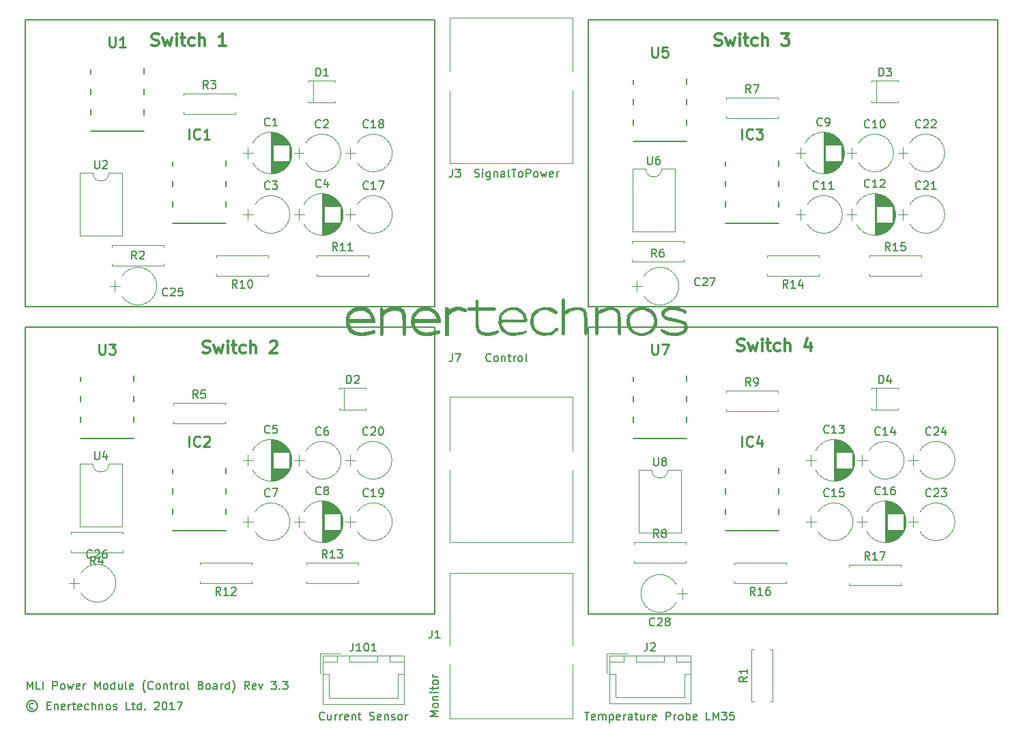
<source format=gbr>
G04 #@! TF.FileFunction,Legend,Top*
%FSLAX46Y46*%
G04 Gerber Fmt 4.6, Leading zero omitted, Abs format (unit mm)*
G04 Created by KiCad (PCBNEW 4.0.7) date 01/04/18 11:13:10*
%MOMM*%
%LPD*%
G01*
G04 APERTURE LIST*
%ADD10C,0.100000*%
%ADD11C,0.200000*%
%ADD12C,0.300000*%
%ADD13C,0.120000*%
%ADD14C,0.152400*%
%ADD15C,0.010000*%
%ADD16C,0.150000*%
%ADD17C,0.254000*%
G04 APERTURE END LIST*
D10*
D11*
X2778095Y4627619D02*
X2778095Y5627619D01*
X3111429Y4913333D01*
X3444762Y5627619D01*
X3444762Y4627619D01*
X4397143Y4627619D02*
X3920952Y4627619D01*
X3920952Y5627619D01*
X4730476Y4627619D02*
X4730476Y5627619D01*
X5968571Y4627619D02*
X5968571Y5627619D01*
X6349524Y5627619D01*
X6444762Y5580000D01*
X6492381Y5532381D01*
X6540000Y5437143D01*
X6540000Y5294286D01*
X6492381Y5199048D01*
X6444762Y5151429D01*
X6349524Y5103810D01*
X5968571Y5103810D01*
X7111428Y4627619D02*
X7016190Y4675238D01*
X6968571Y4722857D01*
X6920952Y4818095D01*
X6920952Y5103810D01*
X6968571Y5199048D01*
X7016190Y5246667D01*
X7111428Y5294286D01*
X7254286Y5294286D01*
X7349524Y5246667D01*
X7397143Y5199048D01*
X7444762Y5103810D01*
X7444762Y4818095D01*
X7397143Y4722857D01*
X7349524Y4675238D01*
X7254286Y4627619D01*
X7111428Y4627619D01*
X7778095Y5294286D02*
X7968571Y4627619D01*
X8159048Y5103810D01*
X8349524Y4627619D01*
X8540000Y5294286D01*
X9301905Y4675238D02*
X9206667Y4627619D01*
X9016190Y4627619D01*
X8920952Y4675238D01*
X8873333Y4770476D01*
X8873333Y5151429D01*
X8920952Y5246667D01*
X9016190Y5294286D01*
X9206667Y5294286D01*
X9301905Y5246667D01*
X9349524Y5151429D01*
X9349524Y5056190D01*
X8873333Y4960952D01*
X9778095Y4627619D02*
X9778095Y5294286D01*
X9778095Y5103810D02*
X9825714Y5199048D01*
X9873333Y5246667D01*
X9968571Y5294286D01*
X10063810Y5294286D01*
X11159048Y4627619D02*
X11159048Y5627619D01*
X11492382Y4913333D01*
X11825715Y5627619D01*
X11825715Y4627619D01*
X12444762Y4627619D02*
X12349524Y4675238D01*
X12301905Y4722857D01*
X12254286Y4818095D01*
X12254286Y5103810D01*
X12301905Y5199048D01*
X12349524Y5246667D01*
X12444762Y5294286D01*
X12587620Y5294286D01*
X12682858Y5246667D01*
X12730477Y5199048D01*
X12778096Y5103810D01*
X12778096Y4818095D01*
X12730477Y4722857D01*
X12682858Y4675238D01*
X12587620Y4627619D01*
X12444762Y4627619D01*
X13635239Y4627619D02*
X13635239Y5627619D01*
X13635239Y4675238D02*
X13540001Y4627619D01*
X13349524Y4627619D01*
X13254286Y4675238D01*
X13206667Y4722857D01*
X13159048Y4818095D01*
X13159048Y5103810D01*
X13206667Y5199048D01*
X13254286Y5246667D01*
X13349524Y5294286D01*
X13540001Y5294286D01*
X13635239Y5246667D01*
X14540001Y5294286D02*
X14540001Y4627619D01*
X14111429Y5294286D02*
X14111429Y4770476D01*
X14159048Y4675238D01*
X14254286Y4627619D01*
X14397144Y4627619D01*
X14492382Y4675238D01*
X14540001Y4722857D01*
X15159048Y4627619D02*
X15063810Y4675238D01*
X15016191Y4770476D01*
X15016191Y5627619D01*
X15920954Y4675238D02*
X15825716Y4627619D01*
X15635239Y4627619D01*
X15540001Y4675238D01*
X15492382Y4770476D01*
X15492382Y5151429D01*
X15540001Y5246667D01*
X15635239Y5294286D01*
X15825716Y5294286D01*
X15920954Y5246667D01*
X15968573Y5151429D01*
X15968573Y5056190D01*
X15492382Y4960952D01*
X17444764Y4246667D02*
X17397144Y4294286D01*
X17301906Y4437143D01*
X17254287Y4532381D01*
X17206668Y4675238D01*
X17159049Y4913333D01*
X17159049Y5103810D01*
X17206668Y5341905D01*
X17254287Y5484762D01*
X17301906Y5580000D01*
X17397144Y5722857D01*
X17444764Y5770476D01*
X18397145Y4722857D02*
X18349526Y4675238D01*
X18206669Y4627619D01*
X18111431Y4627619D01*
X17968573Y4675238D01*
X17873335Y4770476D01*
X17825716Y4865714D01*
X17778097Y5056190D01*
X17778097Y5199048D01*
X17825716Y5389524D01*
X17873335Y5484762D01*
X17968573Y5580000D01*
X18111431Y5627619D01*
X18206669Y5627619D01*
X18349526Y5580000D01*
X18397145Y5532381D01*
X18968573Y4627619D02*
X18873335Y4675238D01*
X18825716Y4722857D01*
X18778097Y4818095D01*
X18778097Y5103810D01*
X18825716Y5199048D01*
X18873335Y5246667D01*
X18968573Y5294286D01*
X19111431Y5294286D01*
X19206669Y5246667D01*
X19254288Y5199048D01*
X19301907Y5103810D01*
X19301907Y4818095D01*
X19254288Y4722857D01*
X19206669Y4675238D01*
X19111431Y4627619D01*
X18968573Y4627619D01*
X19730478Y5294286D02*
X19730478Y4627619D01*
X19730478Y5199048D02*
X19778097Y5246667D01*
X19873335Y5294286D01*
X20016193Y5294286D01*
X20111431Y5246667D01*
X20159050Y5151429D01*
X20159050Y4627619D01*
X20492383Y5294286D02*
X20873335Y5294286D01*
X20635240Y5627619D02*
X20635240Y4770476D01*
X20682859Y4675238D01*
X20778097Y4627619D01*
X20873335Y4627619D01*
X21206669Y4627619D02*
X21206669Y5294286D01*
X21206669Y5103810D02*
X21254288Y5199048D01*
X21301907Y5246667D01*
X21397145Y5294286D01*
X21492384Y5294286D01*
X21968574Y4627619D02*
X21873336Y4675238D01*
X21825717Y4722857D01*
X21778098Y4818095D01*
X21778098Y5103810D01*
X21825717Y5199048D01*
X21873336Y5246667D01*
X21968574Y5294286D01*
X22111432Y5294286D01*
X22206670Y5246667D01*
X22254289Y5199048D01*
X22301908Y5103810D01*
X22301908Y4818095D01*
X22254289Y4722857D01*
X22206670Y4675238D01*
X22111432Y4627619D01*
X21968574Y4627619D01*
X22873336Y4627619D02*
X22778098Y4675238D01*
X22730479Y4770476D01*
X22730479Y5627619D01*
X24349528Y5151429D02*
X24492385Y5103810D01*
X24540004Y5056190D01*
X24587623Y4960952D01*
X24587623Y4818095D01*
X24540004Y4722857D01*
X24492385Y4675238D01*
X24397147Y4627619D01*
X24016194Y4627619D01*
X24016194Y5627619D01*
X24349528Y5627619D01*
X24444766Y5580000D01*
X24492385Y5532381D01*
X24540004Y5437143D01*
X24540004Y5341905D01*
X24492385Y5246667D01*
X24444766Y5199048D01*
X24349528Y5151429D01*
X24016194Y5151429D01*
X25159051Y4627619D02*
X25063813Y4675238D01*
X25016194Y4722857D01*
X24968575Y4818095D01*
X24968575Y5103810D01*
X25016194Y5199048D01*
X25063813Y5246667D01*
X25159051Y5294286D01*
X25301909Y5294286D01*
X25397147Y5246667D01*
X25444766Y5199048D01*
X25492385Y5103810D01*
X25492385Y4818095D01*
X25444766Y4722857D01*
X25397147Y4675238D01*
X25301909Y4627619D01*
X25159051Y4627619D01*
X26349528Y4627619D02*
X26349528Y5151429D01*
X26301909Y5246667D01*
X26206671Y5294286D01*
X26016194Y5294286D01*
X25920956Y5246667D01*
X26349528Y4675238D02*
X26254290Y4627619D01*
X26016194Y4627619D01*
X25920956Y4675238D01*
X25873337Y4770476D01*
X25873337Y4865714D01*
X25920956Y4960952D01*
X26016194Y5008571D01*
X26254290Y5008571D01*
X26349528Y5056190D01*
X26825718Y4627619D02*
X26825718Y5294286D01*
X26825718Y5103810D02*
X26873337Y5199048D01*
X26920956Y5246667D01*
X27016194Y5294286D01*
X27111433Y5294286D01*
X27873338Y4627619D02*
X27873338Y5627619D01*
X27873338Y4675238D02*
X27778100Y4627619D01*
X27587623Y4627619D01*
X27492385Y4675238D01*
X27444766Y4722857D01*
X27397147Y4818095D01*
X27397147Y5103810D01*
X27444766Y5199048D01*
X27492385Y5246667D01*
X27587623Y5294286D01*
X27778100Y5294286D01*
X27873338Y5246667D01*
X28254290Y4246667D02*
X28301909Y4294286D01*
X28397147Y4437143D01*
X28444766Y4532381D01*
X28492385Y4675238D01*
X28540004Y4913333D01*
X28540004Y5103810D01*
X28492385Y5341905D01*
X28444766Y5484762D01*
X28397147Y5580000D01*
X28301909Y5722857D01*
X28254290Y5770476D01*
X30349529Y4627619D02*
X30016195Y5103810D01*
X29778100Y4627619D02*
X29778100Y5627619D01*
X30159053Y5627619D01*
X30254291Y5580000D01*
X30301910Y5532381D01*
X30349529Y5437143D01*
X30349529Y5294286D01*
X30301910Y5199048D01*
X30254291Y5151429D01*
X30159053Y5103810D01*
X29778100Y5103810D01*
X31159053Y4675238D02*
X31063815Y4627619D01*
X30873338Y4627619D01*
X30778100Y4675238D01*
X30730481Y4770476D01*
X30730481Y5151429D01*
X30778100Y5246667D01*
X30873338Y5294286D01*
X31063815Y5294286D01*
X31159053Y5246667D01*
X31206672Y5151429D01*
X31206672Y5056190D01*
X30730481Y4960952D01*
X31540005Y5294286D02*
X31778100Y4627619D01*
X32016196Y5294286D01*
X33063815Y5627619D02*
X33682863Y5627619D01*
X33349529Y5246667D01*
X33492387Y5246667D01*
X33587625Y5199048D01*
X33635244Y5151429D01*
X33682863Y5056190D01*
X33682863Y4818095D01*
X33635244Y4722857D01*
X33587625Y4675238D01*
X33492387Y4627619D01*
X33206672Y4627619D01*
X33111434Y4675238D01*
X33063815Y4722857D01*
X34111434Y4722857D02*
X34159053Y4675238D01*
X34111434Y4627619D01*
X34063815Y4675238D01*
X34111434Y4722857D01*
X34111434Y4627619D01*
X34492386Y5627619D02*
X35111434Y5627619D01*
X34778100Y5246667D01*
X34920958Y5246667D01*
X35016196Y5199048D01*
X35063815Y5151429D01*
X35111434Y5056190D01*
X35111434Y4818095D01*
X35063815Y4722857D01*
X35016196Y4675238D01*
X34920958Y4627619D01*
X34635243Y4627619D01*
X34540005Y4675238D01*
X34492386Y4722857D01*
X123190000Y49530000D02*
X123190000Y13970000D01*
D12*
X90896857Y46636857D02*
X91111143Y46565429D01*
X91468286Y46565429D01*
X91611143Y46636857D01*
X91682572Y46708286D01*
X91754000Y46851143D01*
X91754000Y46994000D01*
X91682572Y47136857D01*
X91611143Y47208286D01*
X91468286Y47279714D01*
X91182572Y47351143D01*
X91039714Y47422571D01*
X90968286Y47494000D01*
X90896857Y47636857D01*
X90896857Y47779714D01*
X90968286Y47922571D01*
X91039714Y47994000D01*
X91182572Y48065429D01*
X91539714Y48065429D01*
X91754000Y47994000D01*
X92254000Y47565429D02*
X92539714Y46565429D01*
X92825428Y47279714D01*
X93111143Y46565429D01*
X93396857Y47565429D01*
X93968286Y46565429D02*
X93968286Y47565429D01*
X93968286Y48065429D02*
X93896857Y47994000D01*
X93968286Y47922571D01*
X94039714Y47994000D01*
X93968286Y48065429D01*
X93968286Y47922571D01*
X94468286Y47565429D02*
X95039715Y47565429D01*
X94682572Y48065429D02*
X94682572Y46779714D01*
X94754000Y46636857D01*
X94896858Y46565429D01*
X95039715Y46565429D01*
X96182572Y46636857D02*
X96039715Y46565429D01*
X95754001Y46565429D01*
X95611143Y46636857D01*
X95539715Y46708286D01*
X95468286Y46851143D01*
X95468286Y47279714D01*
X95539715Y47422571D01*
X95611143Y47494000D01*
X95754001Y47565429D01*
X96039715Y47565429D01*
X96182572Y47494000D01*
X96825429Y46565429D02*
X96825429Y48065429D01*
X97468286Y46565429D02*
X97468286Y47351143D01*
X97396857Y47494000D01*
X97254000Y47565429D01*
X97039715Y47565429D01*
X96896857Y47494000D01*
X96825429Y47422571D01*
X99968286Y47565429D02*
X99968286Y46565429D01*
X99611143Y48136857D02*
X99254000Y47065429D01*
X100182572Y47065429D01*
D11*
X72390000Y49530000D02*
X123190000Y49530000D01*
X123190000Y13970000D02*
X72390000Y13970000D01*
X72390000Y13970000D02*
X72390000Y49530000D01*
X53340000Y49530000D02*
X53340000Y13970000D01*
X53340000Y13970000D02*
X2540000Y13970000D01*
X2540000Y13970000D02*
X2540000Y49530000D01*
X2540000Y49530000D02*
X53340000Y49530000D01*
X123190000Y87630000D02*
X123190000Y52070000D01*
X123190000Y52070000D02*
X72390000Y52070000D01*
X72390000Y52070000D02*
X72390000Y87630000D01*
X72390000Y87630000D02*
X123190000Y87630000D01*
X2540000Y52070000D02*
X2540000Y87630000D01*
X53340000Y52070000D02*
X2540000Y52070000D01*
X53340000Y87630000D02*
X53340000Y52070000D01*
X2540000Y87630000D02*
X53340000Y87630000D01*
X3587619Y2849524D02*
X3492381Y2897143D01*
X3301905Y2897143D01*
X3206667Y2849524D01*
X3111429Y2754286D01*
X3063810Y2659048D01*
X3063810Y2468571D01*
X3111429Y2373333D01*
X3206667Y2278095D01*
X3301905Y2230476D01*
X3492381Y2230476D01*
X3587619Y2278095D01*
X3397143Y3230476D02*
X3159048Y3182857D01*
X2920952Y3040000D01*
X2778095Y2801905D01*
X2730476Y2563810D01*
X2778095Y2325714D01*
X2920952Y2087619D01*
X3159048Y1944762D01*
X3397143Y1897143D01*
X3635238Y1944762D01*
X3873333Y2087619D01*
X4016190Y2325714D01*
X4063810Y2563810D01*
X4016190Y2801905D01*
X3873333Y3040000D01*
X3635238Y3182857D01*
X3397143Y3230476D01*
X5254286Y2611429D02*
X5587620Y2611429D01*
X5730477Y2087619D02*
X5254286Y2087619D01*
X5254286Y3087619D01*
X5730477Y3087619D01*
X6159048Y2754286D02*
X6159048Y2087619D01*
X6159048Y2659048D02*
X6206667Y2706667D01*
X6301905Y2754286D01*
X6444763Y2754286D01*
X6540001Y2706667D01*
X6587620Y2611429D01*
X6587620Y2087619D01*
X7444763Y2135238D02*
X7349525Y2087619D01*
X7159048Y2087619D01*
X7063810Y2135238D01*
X7016191Y2230476D01*
X7016191Y2611429D01*
X7063810Y2706667D01*
X7159048Y2754286D01*
X7349525Y2754286D01*
X7444763Y2706667D01*
X7492382Y2611429D01*
X7492382Y2516190D01*
X7016191Y2420952D01*
X7920953Y2087619D02*
X7920953Y2754286D01*
X7920953Y2563810D02*
X7968572Y2659048D01*
X8016191Y2706667D01*
X8111429Y2754286D01*
X8206668Y2754286D01*
X8397144Y2754286D02*
X8778096Y2754286D01*
X8540001Y3087619D02*
X8540001Y2230476D01*
X8587620Y2135238D01*
X8682858Y2087619D01*
X8778096Y2087619D01*
X9492383Y2135238D02*
X9397145Y2087619D01*
X9206668Y2087619D01*
X9111430Y2135238D01*
X9063811Y2230476D01*
X9063811Y2611429D01*
X9111430Y2706667D01*
X9206668Y2754286D01*
X9397145Y2754286D01*
X9492383Y2706667D01*
X9540002Y2611429D01*
X9540002Y2516190D01*
X9063811Y2420952D01*
X10397145Y2135238D02*
X10301907Y2087619D01*
X10111430Y2087619D01*
X10016192Y2135238D01*
X9968573Y2182857D01*
X9920954Y2278095D01*
X9920954Y2563810D01*
X9968573Y2659048D01*
X10016192Y2706667D01*
X10111430Y2754286D01*
X10301907Y2754286D01*
X10397145Y2706667D01*
X10825716Y2087619D02*
X10825716Y3087619D01*
X11254288Y2087619D02*
X11254288Y2611429D01*
X11206669Y2706667D01*
X11111431Y2754286D01*
X10968573Y2754286D01*
X10873335Y2706667D01*
X10825716Y2659048D01*
X11730478Y2754286D02*
X11730478Y2087619D01*
X11730478Y2659048D02*
X11778097Y2706667D01*
X11873335Y2754286D01*
X12016193Y2754286D01*
X12111431Y2706667D01*
X12159050Y2611429D01*
X12159050Y2087619D01*
X12778097Y2087619D02*
X12682859Y2135238D01*
X12635240Y2182857D01*
X12587621Y2278095D01*
X12587621Y2563810D01*
X12635240Y2659048D01*
X12682859Y2706667D01*
X12778097Y2754286D01*
X12920955Y2754286D01*
X13016193Y2706667D01*
X13063812Y2659048D01*
X13111431Y2563810D01*
X13111431Y2278095D01*
X13063812Y2182857D01*
X13016193Y2135238D01*
X12920955Y2087619D01*
X12778097Y2087619D01*
X13492383Y2135238D02*
X13587621Y2087619D01*
X13778097Y2087619D01*
X13873336Y2135238D01*
X13920955Y2230476D01*
X13920955Y2278095D01*
X13873336Y2373333D01*
X13778097Y2420952D01*
X13635240Y2420952D01*
X13540002Y2468571D01*
X13492383Y2563810D01*
X13492383Y2611429D01*
X13540002Y2706667D01*
X13635240Y2754286D01*
X13778097Y2754286D01*
X13873336Y2706667D01*
X15587622Y2087619D02*
X15111431Y2087619D01*
X15111431Y3087619D01*
X15778098Y2754286D02*
X16159050Y2754286D01*
X15920955Y3087619D02*
X15920955Y2230476D01*
X15968574Y2135238D01*
X16063812Y2087619D01*
X16159050Y2087619D01*
X16920956Y2087619D02*
X16920956Y3087619D01*
X16920956Y2135238D02*
X16825718Y2087619D01*
X16635241Y2087619D01*
X16540003Y2135238D01*
X16492384Y2182857D01*
X16444765Y2278095D01*
X16444765Y2563810D01*
X16492384Y2659048D01*
X16540003Y2706667D01*
X16635241Y2754286D01*
X16825718Y2754286D01*
X16920956Y2706667D01*
X17397146Y2182857D02*
X17444765Y2135238D01*
X17397146Y2087619D01*
X17349527Y2135238D01*
X17397146Y2182857D01*
X17397146Y2087619D01*
X18587622Y2992381D02*
X18635241Y3040000D01*
X18730479Y3087619D01*
X18968575Y3087619D01*
X19063813Y3040000D01*
X19111432Y2992381D01*
X19159051Y2897143D01*
X19159051Y2801905D01*
X19111432Y2659048D01*
X18540003Y2087619D01*
X19159051Y2087619D01*
X19778098Y3087619D02*
X19873337Y3087619D01*
X19968575Y3040000D01*
X20016194Y2992381D01*
X20063813Y2897143D01*
X20111432Y2706667D01*
X20111432Y2468571D01*
X20063813Y2278095D01*
X20016194Y2182857D01*
X19968575Y2135238D01*
X19873337Y2087619D01*
X19778098Y2087619D01*
X19682860Y2135238D01*
X19635241Y2182857D01*
X19587622Y2278095D01*
X19540003Y2468571D01*
X19540003Y2706667D01*
X19587622Y2897143D01*
X19635241Y2992381D01*
X19682860Y3040000D01*
X19778098Y3087619D01*
X21063813Y2087619D02*
X20492384Y2087619D01*
X20778098Y2087619D02*
X20778098Y3087619D01*
X20682860Y2944762D01*
X20587622Y2849524D01*
X20492384Y2801905D01*
X21397146Y3087619D02*
X22063813Y3087619D01*
X21635241Y2087619D01*
D12*
X24602857Y46382857D02*
X24817143Y46311429D01*
X25174286Y46311429D01*
X25317143Y46382857D01*
X25388572Y46454286D01*
X25460000Y46597143D01*
X25460000Y46740000D01*
X25388572Y46882857D01*
X25317143Y46954286D01*
X25174286Y47025714D01*
X24888572Y47097143D01*
X24745714Y47168571D01*
X24674286Y47240000D01*
X24602857Y47382857D01*
X24602857Y47525714D01*
X24674286Y47668571D01*
X24745714Y47740000D01*
X24888572Y47811429D01*
X25245714Y47811429D01*
X25460000Y47740000D01*
X25960000Y47311429D02*
X26245714Y46311429D01*
X26531428Y47025714D01*
X26817143Y46311429D01*
X27102857Y47311429D01*
X27674286Y46311429D02*
X27674286Y47311429D01*
X27674286Y47811429D02*
X27602857Y47740000D01*
X27674286Y47668571D01*
X27745714Y47740000D01*
X27674286Y47811429D01*
X27674286Y47668571D01*
X28174286Y47311429D02*
X28745715Y47311429D01*
X28388572Y47811429D02*
X28388572Y46525714D01*
X28460000Y46382857D01*
X28602858Y46311429D01*
X28745715Y46311429D01*
X29888572Y46382857D02*
X29745715Y46311429D01*
X29460001Y46311429D01*
X29317143Y46382857D01*
X29245715Y46454286D01*
X29174286Y46597143D01*
X29174286Y47025714D01*
X29245715Y47168571D01*
X29317143Y47240000D01*
X29460001Y47311429D01*
X29745715Y47311429D01*
X29888572Y47240000D01*
X30531429Y46311429D02*
X30531429Y47811429D01*
X31174286Y46311429D02*
X31174286Y47097143D01*
X31102857Y47240000D01*
X30960000Y47311429D01*
X30745715Y47311429D01*
X30602857Y47240000D01*
X30531429Y47168571D01*
X32960000Y47668571D02*
X33031429Y47740000D01*
X33174286Y47811429D01*
X33531429Y47811429D01*
X33674286Y47740000D01*
X33745715Y47668571D01*
X33817143Y47525714D01*
X33817143Y47382857D01*
X33745715Y47168571D01*
X32888572Y46311429D01*
X33817143Y46311429D01*
X88102857Y84482857D02*
X88317143Y84411429D01*
X88674286Y84411429D01*
X88817143Y84482857D01*
X88888572Y84554286D01*
X88960000Y84697143D01*
X88960000Y84840000D01*
X88888572Y84982857D01*
X88817143Y85054286D01*
X88674286Y85125714D01*
X88388572Y85197143D01*
X88245714Y85268571D01*
X88174286Y85340000D01*
X88102857Y85482857D01*
X88102857Y85625714D01*
X88174286Y85768571D01*
X88245714Y85840000D01*
X88388572Y85911429D01*
X88745714Y85911429D01*
X88960000Y85840000D01*
X89460000Y85411429D02*
X89745714Y84411429D01*
X90031428Y85125714D01*
X90317143Y84411429D01*
X90602857Y85411429D01*
X91174286Y84411429D02*
X91174286Y85411429D01*
X91174286Y85911429D02*
X91102857Y85840000D01*
X91174286Y85768571D01*
X91245714Y85840000D01*
X91174286Y85911429D01*
X91174286Y85768571D01*
X91674286Y85411429D02*
X92245715Y85411429D01*
X91888572Y85911429D02*
X91888572Y84625714D01*
X91960000Y84482857D01*
X92102858Y84411429D01*
X92245715Y84411429D01*
X93388572Y84482857D02*
X93245715Y84411429D01*
X92960001Y84411429D01*
X92817143Y84482857D01*
X92745715Y84554286D01*
X92674286Y84697143D01*
X92674286Y85125714D01*
X92745715Y85268571D01*
X92817143Y85340000D01*
X92960001Y85411429D01*
X93245715Y85411429D01*
X93388572Y85340000D01*
X94031429Y84411429D02*
X94031429Y85911429D01*
X94674286Y84411429D02*
X94674286Y85197143D01*
X94602857Y85340000D01*
X94460000Y85411429D01*
X94245715Y85411429D01*
X94102857Y85340000D01*
X94031429Y85268571D01*
X96388572Y85911429D02*
X97317143Y85911429D01*
X96817143Y85340000D01*
X97031429Y85340000D01*
X97174286Y85268571D01*
X97245715Y85197143D01*
X97317143Y85054286D01*
X97317143Y84697143D01*
X97245715Y84554286D01*
X97174286Y84482857D01*
X97031429Y84411429D01*
X96602857Y84411429D01*
X96460000Y84482857D01*
X96388572Y84554286D01*
X18252857Y84482857D02*
X18467143Y84411429D01*
X18824286Y84411429D01*
X18967143Y84482857D01*
X19038572Y84554286D01*
X19110000Y84697143D01*
X19110000Y84840000D01*
X19038572Y84982857D01*
X18967143Y85054286D01*
X18824286Y85125714D01*
X18538572Y85197143D01*
X18395714Y85268571D01*
X18324286Y85340000D01*
X18252857Y85482857D01*
X18252857Y85625714D01*
X18324286Y85768571D01*
X18395714Y85840000D01*
X18538572Y85911429D01*
X18895714Y85911429D01*
X19110000Y85840000D01*
X19610000Y85411429D02*
X19895714Y84411429D01*
X20181428Y85125714D01*
X20467143Y84411429D01*
X20752857Y85411429D01*
X21324286Y84411429D02*
X21324286Y85411429D01*
X21324286Y85911429D02*
X21252857Y85840000D01*
X21324286Y85768571D01*
X21395714Y85840000D01*
X21324286Y85911429D01*
X21324286Y85768571D01*
X21824286Y85411429D02*
X22395715Y85411429D01*
X22038572Y85911429D02*
X22038572Y84625714D01*
X22110000Y84482857D01*
X22252858Y84411429D01*
X22395715Y84411429D01*
X23538572Y84482857D02*
X23395715Y84411429D01*
X23110001Y84411429D01*
X22967143Y84482857D01*
X22895715Y84554286D01*
X22824286Y84697143D01*
X22824286Y85125714D01*
X22895715Y85268571D01*
X22967143Y85340000D01*
X23110001Y85411429D01*
X23395715Y85411429D01*
X23538572Y85340000D01*
X24181429Y84411429D02*
X24181429Y85911429D01*
X24824286Y84411429D02*
X24824286Y85197143D01*
X24752857Y85340000D01*
X24610000Y85411429D01*
X24395715Y85411429D01*
X24252857Y85340000D01*
X24181429Y85268571D01*
X27467143Y84411429D02*
X26610000Y84411429D01*
X27038572Y84411429D02*
X27038572Y85911429D01*
X26895715Y85697143D01*
X26752857Y85554286D01*
X26610000Y85482857D01*
D13*
X39440000Y8767436D02*
X39440000Y2817436D01*
X39440000Y2817436D02*
X49540000Y2817436D01*
X49540000Y2817436D02*
X49540000Y8767436D01*
X49540000Y8767436D02*
X39440000Y8767436D01*
X42740000Y8767436D02*
X42740000Y8017436D01*
X42740000Y8017436D02*
X46240000Y8017436D01*
X46240000Y8017436D02*
X46240000Y8767436D01*
X46240000Y8767436D02*
X42740000Y8767436D01*
X39440000Y8767436D02*
X39440000Y8017436D01*
X39440000Y8017436D02*
X41240000Y8017436D01*
X41240000Y8017436D02*
X41240000Y8767436D01*
X41240000Y8767436D02*
X39440000Y8767436D01*
X47740000Y8767436D02*
X47740000Y8017436D01*
X47740000Y8017436D02*
X49540000Y8017436D01*
X49540000Y8017436D02*
X49540000Y8767436D01*
X49540000Y8767436D02*
X47740000Y8767436D01*
X39440000Y6517436D02*
X40190000Y6517436D01*
X40190000Y6517436D02*
X40190000Y3567436D01*
X40190000Y3567436D02*
X44490000Y3567436D01*
X49540000Y6517436D02*
X48790000Y6517436D01*
X48790000Y6517436D02*
X48790000Y3567436D01*
X48790000Y3567436D02*
X44490000Y3567436D01*
X41640000Y9067436D02*
X39140000Y9067436D01*
X39140000Y9067436D02*
X39140000Y6567436D01*
X75000000Y8800000D02*
X75000000Y2850000D01*
X75000000Y2850000D02*
X85100000Y2850000D01*
X85100000Y2850000D02*
X85100000Y8800000D01*
X85100000Y8800000D02*
X75000000Y8800000D01*
X78300000Y8800000D02*
X78300000Y8050000D01*
X78300000Y8050000D02*
X81800000Y8050000D01*
X81800000Y8050000D02*
X81800000Y8800000D01*
X81800000Y8800000D02*
X78300000Y8800000D01*
X75000000Y8800000D02*
X75000000Y8050000D01*
X75000000Y8050000D02*
X76800000Y8050000D01*
X76800000Y8050000D02*
X76800000Y8800000D01*
X76800000Y8800000D02*
X75000000Y8800000D01*
X83300000Y8800000D02*
X83300000Y8050000D01*
X83300000Y8050000D02*
X85100000Y8050000D01*
X85100000Y8050000D02*
X85100000Y8800000D01*
X85100000Y8800000D02*
X83300000Y8800000D01*
X75000000Y6550000D02*
X75750000Y6550000D01*
X75750000Y6550000D02*
X75750000Y3600000D01*
X75750000Y3600000D02*
X80050000Y3600000D01*
X85100000Y6550000D02*
X84350000Y6550000D01*
X84350000Y6550000D02*
X84350000Y3600000D01*
X84350000Y3600000D02*
X80050000Y3600000D01*
X77200000Y9100000D02*
X74700000Y9100000D01*
X74700000Y9100000D02*
X74700000Y6600000D01*
X104740000Y19776000D02*
X104740000Y20106000D01*
X104740000Y20106000D02*
X111160000Y20106000D01*
X111160000Y20106000D02*
X111160000Y19776000D01*
X104740000Y17816000D02*
X104740000Y17486000D01*
X104740000Y17486000D02*
X111160000Y17486000D01*
X111160000Y17486000D02*
X111160000Y17816000D01*
X117569998Y34201189D02*
G75*
G03X113529307Y34200000I-2019998J-1181189D01*
G01*
X117569998Y31838811D02*
G75*
G02X113529307Y31840000I-2019998J1181189D01*
G01*
X117569998Y31838811D02*
G75*
G03X117570693Y34200000I-2019998J1181189D01*
G01*
X112100000Y33020000D02*
X113300000Y33020000D01*
X112700000Y33670000D02*
X112700000Y32370000D01*
X111259998Y34201189D02*
G75*
G03X107219307Y34200000I-2019998J-1181189D01*
G01*
X111259998Y31838811D02*
G75*
G02X107219307Y31840000I-2019998J1181189D01*
G01*
X111259998Y31838811D02*
G75*
G03X111260693Y34200000I-2019998J1181189D01*
G01*
X105790000Y33020000D02*
X106990000Y33020000D01*
X106390000Y33670000D02*
X106390000Y32370000D01*
X111545722Y26579723D02*
G75*
G03X106934420Y26580000I-2305722J-1179723D01*
G01*
X111545722Y24220277D02*
G75*
G02X106934420Y24220000I-2305722J1179723D01*
G01*
X111545722Y24220277D02*
G75*
G03X111545580Y26580000I-2305722J1179723D01*
G01*
X109240000Y27950000D02*
X109240000Y22850000D01*
X109280000Y27950000D02*
X109280000Y22850000D01*
X109320000Y27949000D02*
X109320000Y22851000D01*
X109360000Y27948000D02*
X109360000Y22852000D01*
X109400000Y27946000D02*
X109400000Y22854000D01*
X109440000Y27943000D02*
X109440000Y22857000D01*
X109480000Y27939000D02*
X109480000Y22861000D01*
X109520000Y27935000D02*
X109520000Y26380000D01*
X109520000Y24420000D02*
X109520000Y22865000D01*
X109560000Y27931000D02*
X109560000Y26380000D01*
X109560000Y24420000D02*
X109560000Y22869000D01*
X109600000Y27925000D02*
X109600000Y26380000D01*
X109600000Y24420000D02*
X109600000Y22875000D01*
X109640000Y27919000D02*
X109640000Y26380000D01*
X109640000Y24420000D02*
X109640000Y22881000D01*
X109680000Y27913000D02*
X109680000Y26380000D01*
X109680000Y24420000D02*
X109680000Y22887000D01*
X109720000Y27906000D02*
X109720000Y26380000D01*
X109720000Y24420000D02*
X109720000Y22894000D01*
X109760000Y27898000D02*
X109760000Y26380000D01*
X109760000Y24420000D02*
X109760000Y22902000D01*
X109800000Y27889000D02*
X109800000Y26380000D01*
X109800000Y24420000D02*
X109800000Y22911000D01*
X109840000Y27880000D02*
X109840000Y26380000D01*
X109840000Y24420000D02*
X109840000Y22920000D01*
X109880000Y27870000D02*
X109880000Y26380000D01*
X109880000Y24420000D02*
X109880000Y22930000D01*
X109920000Y27860000D02*
X109920000Y26380000D01*
X109920000Y24420000D02*
X109920000Y22940000D01*
X109961000Y27848000D02*
X109961000Y26380000D01*
X109961000Y24420000D02*
X109961000Y22952000D01*
X110001000Y27836000D02*
X110001000Y26380000D01*
X110001000Y24420000D02*
X110001000Y22964000D01*
X110041000Y27824000D02*
X110041000Y26380000D01*
X110041000Y24420000D02*
X110041000Y22976000D01*
X110081000Y27810000D02*
X110081000Y26380000D01*
X110081000Y24420000D02*
X110081000Y22990000D01*
X110121000Y27796000D02*
X110121000Y26380000D01*
X110121000Y24420000D02*
X110121000Y23004000D01*
X110161000Y27782000D02*
X110161000Y26380000D01*
X110161000Y24420000D02*
X110161000Y23018000D01*
X110201000Y27766000D02*
X110201000Y26380000D01*
X110201000Y24420000D02*
X110201000Y23034000D01*
X110241000Y27750000D02*
X110241000Y26380000D01*
X110241000Y24420000D02*
X110241000Y23050000D01*
X110281000Y27733000D02*
X110281000Y26380000D01*
X110281000Y24420000D02*
X110281000Y23067000D01*
X110321000Y27715000D02*
X110321000Y26380000D01*
X110321000Y24420000D02*
X110321000Y23085000D01*
X110361000Y27696000D02*
X110361000Y26380000D01*
X110361000Y24420000D02*
X110361000Y23104000D01*
X110401000Y27676000D02*
X110401000Y26380000D01*
X110401000Y24420000D02*
X110401000Y23124000D01*
X110441000Y27656000D02*
X110441000Y26380000D01*
X110441000Y24420000D02*
X110441000Y23144000D01*
X110481000Y27634000D02*
X110481000Y26380000D01*
X110481000Y24420000D02*
X110481000Y23166000D01*
X110521000Y27612000D02*
X110521000Y26380000D01*
X110521000Y24420000D02*
X110521000Y23188000D01*
X110561000Y27589000D02*
X110561000Y26380000D01*
X110561000Y24420000D02*
X110561000Y23211000D01*
X110601000Y27565000D02*
X110601000Y26380000D01*
X110601000Y24420000D02*
X110601000Y23235000D01*
X110641000Y27540000D02*
X110641000Y26380000D01*
X110641000Y24420000D02*
X110641000Y23260000D01*
X110681000Y27513000D02*
X110681000Y26380000D01*
X110681000Y24420000D02*
X110681000Y23287000D01*
X110721000Y27486000D02*
X110721000Y26380000D01*
X110721000Y24420000D02*
X110721000Y23314000D01*
X110761000Y27458000D02*
X110761000Y26380000D01*
X110761000Y24420000D02*
X110761000Y23342000D01*
X110801000Y27428000D02*
X110801000Y26380000D01*
X110801000Y24420000D02*
X110801000Y23372000D01*
X110841000Y27397000D02*
X110841000Y26380000D01*
X110841000Y24420000D02*
X110841000Y23403000D01*
X110881000Y27365000D02*
X110881000Y26380000D01*
X110881000Y24420000D02*
X110881000Y23435000D01*
X110921000Y27332000D02*
X110921000Y26380000D01*
X110921000Y24420000D02*
X110921000Y23468000D01*
X110961000Y27297000D02*
X110961000Y26380000D01*
X110961000Y24420000D02*
X110961000Y23503000D01*
X111001000Y27261000D02*
X111001000Y26380000D01*
X111001000Y24420000D02*
X111001000Y23539000D01*
X111041000Y27223000D02*
X111041000Y26380000D01*
X111041000Y24420000D02*
X111041000Y23577000D01*
X111081000Y27183000D02*
X111081000Y26380000D01*
X111081000Y24420000D02*
X111081000Y23617000D01*
X111121000Y27142000D02*
X111121000Y26380000D01*
X111121000Y24420000D02*
X111121000Y23658000D01*
X111161000Y27099000D02*
X111161000Y26380000D01*
X111161000Y24420000D02*
X111161000Y23701000D01*
X111201000Y27054000D02*
X111201000Y26380000D01*
X111201000Y24420000D02*
X111201000Y23746000D01*
X111241000Y27006000D02*
X111241000Y26380000D01*
X111241000Y24420000D02*
X111241000Y23794000D01*
X111281000Y26956000D02*
X111281000Y26380000D01*
X111281000Y24420000D02*
X111281000Y23844000D01*
X111321000Y26904000D02*
X111321000Y26380000D01*
X111321000Y24420000D02*
X111321000Y23896000D01*
X111361000Y26848000D02*
X111361000Y26380000D01*
X111361000Y24420000D02*
X111361000Y23952000D01*
X111401000Y26790000D02*
X111401000Y26380000D01*
X111401000Y24420000D02*
X111401000Y24010000D01*
X111441000Y26727000D02*
X111441000Y26380000D01*
X111441000Y24420000D02*
X111441000Y24073000D01*
X111481000Y26661000D02*
X111481000Y24139000D01*
X111521000Y26589000D02*
X111521000Y24211000D01*
X111561000Y26512000D02*
X111561000Y24288000D01*
X111601000Y26428000D02*
X111601000Y24372000D01*
X111641000Y26334000D02*
X111641000Y24466000D01*
X111681000Y26229000D02*
X111681000Y24571000D01*
X111721000Y26107000D02*
X111721000Y24693000D01*
X111761000Y25959000D02*
X111761000Y24841000D01*
X111801000Y25754000D02*
X111801000Y25046000D01*
X105790000Y25400000D02*
X106990000Y25400000D01*
X106390000Y26050000D02*
X106390000Y24750000D01*
X117569998Y26581189D02*
G75*
G03X113529307Y26580000I-2019998J-1181189D01*
G01*
X117569998Y24218811D02*
G75*
G02X113529307Y24220000I-2019998J1181189D01*
G01*
X117569998Y24218811D02*
G75*
G03X117570693Y26580000I-2019998J1181189D01*
G01*
X112100000Y25400000D02*
X113300000Y25400000D01*
X112700000Y26050000D02*
X112700000Y24750000D01*
X107560000Y41820000D02*
X107560000Y42000000D01*
X107560000Y42000000D02*
X110880000Y42000000D01*
X110880000Y42000000D02*
X110880000Y41820000D01*
X107560000Y39460000D02*
X107560000Y39280000D01*
X107560000Y39280000D02*
X110880000Y39280000D01*
X110880000Y39280000D02*
X110880000Y39460000D01*
X108100000Y42000000D02*
X108100000Y39280000D01*
X82280000Y31810000D02*
G75*
G02X80280000Y31810000I-1000000J0D01*
G01*
X80280000Y31810000D02*
X78630000Y31810000D01*
X78630000Y31810000D02*
X78630000Y24070000D01*
X78630000Y24070000D02*
X83930000Y24070000D01*
X83930000Y24070000D02*
X83930000Y31810000D01*
X83930000Y31810000D02*
X82280000Y31810000D01*
X78070000Y22570000D02*
X78070000Y22900000D01*
X78070000Y22900000D02*
X84490000Y22900000D01*
X84490000Y22900000D02*
X84490000Y22570000D01*
X78070000Y20610000D02*
X78070000Y20280000D01*
X78070000Y20280000D02*
X84490000Y20280000D01*
X84490000Y20280000D02*
X84490000Y20610000D01*
D14*
X84582000Y42875200D02*
X84582000Y43484800D01*
X84582000Y40335200D02*
X84582000Y40944800D01*
X77978000Y38404800D02*
X77978000Y37795200D01*
X77978000Y40944800D02*
X77978000Y40335200D01*
X77978000Y35737800D02*
X84582000Y35737800D01*
X84582000Y37795200D02*
X84582000Y38404800D01*
X77978000Y43357800D02*
X77978000Y42875200D01*
D13*
X79240002Y15328811D02*
G75*
G03X83280693Y15330000I2019998J1181189D01*
G01*
X79240002Y17691189D02*
G75*
G02X83280693Y17690000I2019998J-1181189D01*
G01*
X79240002Y17691189D02*
G75*
G03X79239307Y15330000I2019998J-1181189D01*
G01*
X84710000Y16510000D02*
X83510000Y16510000D01*
X84110000Y15860000D02*
X84110000Y17160000D01*
X89500000Y41366000D02*
X89500000Y41696000D01*
X89500000Y41696000D02*
X95920000Y41696000D01*
X95920000Y41696000D02*
X95920000Y41366000D01*
X89500000Y39406000D02*
X89500000Y39076000D01*
X89500000Y39076000D02*
X95920000Y39076000D01*
X95920000Y39076000D02*
X95920000Y39406000D01*
D14*
X96012000Y31445200D02*
X96012000Y32054800D01*
X96012000Y28905200D02*
X96012000Y29514800D01*
X89408000Y26974800D02*
X89408000Y26365200D01*
X89408000Y29514800D02*
X89408000Y28905200D01*
X89408000Y24307800D02*
X96012000Y24307800D01*
X96012000Y26365200D02*
X96012000Y26974800D01*
X89408000Y31927800D02*
X89408000Y31445200D01*
D13*
X105195722Y34199723D02*
G75*
G03X100584420Y34200000I-2305722J-1179723D01*
G01*
X105195722Y31840277D02*
G75*
G02X100584420Y31840000I-2305722J1179723D01*
G01*
X105195722Y31840277D02*
G75*
G03X105195580Y34200000I-2305722J1179723D01*
G01*
X102890000Y35570000D02*
X102890000Y30470000D01*
X102930000Y35570000D02*
X102930000Y30470000D01*
X102970000Y35569000D02*
X102970000Y30471000D01*
X103010000Y35568000D02*
X103010000Y30472000D01*
X103050000Y35566000D02*
X103050000Y30474000D01*
X103090000Y35563000D02*
X103090000Y30477000D01*
X103130000Y35559000D02*
X103130000Y30481000D01*
X103170000Y35555000D02*
X103170000Y34000000D01*
X103170000Y32040000D02*
X103170000Y30485000D01*
X103210000Y35551000D02*
X103210000Y34000000D01*
X103210000Y32040000D02*
X103210000Y30489000D01*
X103250000Y35545000D02*
X103250000Y34000000D01*
X103250000Y32040000D02*
X103250000Y30495000D01*
X103290000Y35539000D02*
X103290000Y34000000D01*
X103290000Y32040000D02*
X103290000Y30501000D01*
X103330000Y35533000D02*
X103330000Y34000000D01*
X103330000Y32040000D02*
X103330000Y30507000D01*
X103370000Y35526000D02*
X103370000Y34000000D01*
X103370000Y32040000D02*
X103370000Y30514000D01*
X103410000Y35518000D02*
X103410000Y34000000D01*
X103410000Y32040000D02*
X103410000Y30522000D01*
X103450000Y35509000D02*
X103450000Y34000000D01*
X103450000Y32040000D02*
X103450000Y30531000D01*
X103490000Y35500000D02*
X103490000Y34000000D01*
X103490000Y32040000D02*
X103490000Y30540000D01*
X103530000Y35490000D02*
X103530000Y34000000D01*
X103530000Y32040000D02*
X103530000Y30550000D01*
X103570000Y35480000D02*
X103570000Y34000000D01*
X103570000Y32040000D02*
X103570000Y30560000D01*
X103611000Y35468000D02*
X103611000Y34000000D01*
X103611000Y32040000D02*
X103611000Y30572000D01*
X103651000Y35456000D02*
X103651000Y34000000D01*
X103651000Y32040000D02*
X103651000Y30584000D01*
X103691000Y35444000D02*
X103691000Y34000000D01*
X103691000Y32040000D02*
X103691000Y30596000D01*
X103731000Y35430000D02*
X103731000Y34000000D01*
X103731000Y32040000D02*
X103731000Y30610000D01*
X103771000Y35416000D02*
X103771000Y34000000D01*
X103771000Y32040000D02*
X103771000Y30624000D01*
X103811000Y35402000D02*
X103811000Y34000000D01*
X103811000Y32040000D02*
X103811000Y30638000D01*
X103851000Y35386000D02*
X103851000Y34000000D01*
X103851000Y32040000D02*
X103851000Y30654000D01*
X103891000Y35370000D02*
X103891000Y34000000D01*
X103891000Y32040000D02*
X103891000Y30670000D01*
X103931000Y35353000D02*
X103931000Y34000000D01*
X103931000Y32040000D02*
X103931000Y30687000D01*
X103971000Y35335000D02*
X103971000Y34000000D01*
X103971000Y32040000D02*
X103971000Y30705000D01*
X104011000Y35316000D02*
X104011000Y34000000D01*
X104011000Y32040000D02*
X104011000Y30724000D01*
X104051000Y35296000D02*
X104051000Y34000000D01*
X104051000Y32040000D02*
X104051000Y30744000D01*
X104091000Y35276000D02*
X104091000Y34000000D01*
X104091000Y32040000D02*
X104091000Y30764000D01*
X104131000Y35254000D02*
X104131000Y34000000D01*
X104131000Y32040000D02*
X104131000Y30786000D01*
X104171000Y35232000D02*
X104171000Y34000000D01*
X104171000Y32040000D02*
X104171000Y30808000D01*
X104211000Y35209000D02*
X104211000Y34000000D01*
X104211000Y32040000D02*
X104211000Y30831000D01*
X104251000Y35185000D02*
X104251000Y34000000D01*
X104251000Y32040000D02*
X104251000Y30855000D01*
X104291000Y35160000D02*
X104291000Y34000000D01*
X104291000Y32040000D02*
X104291000Y30880000D01*
X104331000Y35133000D02*
X104331000Y34000000D01*
X104331000Y32040000D02*
X104331000Y30907000D01*
X104371000Y35106000D02*
X104371000Y34000000D01*
X104371000Y32040000D02*
X104371000Y30934000D01*
X104411000Y35078000D02*
X104411000Y34000000D01*
X104411000Y32040000D02*
X104411000Y30962000D01*
X104451000Y35048000D02*
X104451000Y34000000D01*
X104451000Y32040000D02*
X104451000Y30992000D01*
X104491000Y35017000D02*
X104491000Y34000000D01*
X104491000Y32040000D02*
X104491000Y31023000D01*
X104531000Y34985000D02*
X104531000Y34000000D01*
X104531000Y32040000D02*
X104531000Y31055000D01*
X104571000Y34952000D02*
X104571000Y34000000D01*
X104571000Y32040000D02*
X104571000Y31088000D01*
X104611000Y34917000D02*
X104611000Y34000000D01*
X104611000Y32040000D02*
X104611000Y31123000D01*
X104651000Y34881000D02*
X104651000Y34000000D01*
X104651000Y32040000D02*
X104651000Y31159000D01*
X104691000Y34843000D02*
X104691000Y34000000D01*
X104691000Y32040000D02*
X104691000Y31197000D01*
X104731000Y34803000D02*
X104731000Y34000000D01*
X104731000Y32040000D02*
X104731000Y31237000D01*
X104771000Y34762000D02*
X104771000Y34000000D01*
X104771000Y32040000D02*
X104771000Y31278000D01*
X104811000Y34719000D02*
X104811000Y34000000D01*
X104811000Y32040000D02*
X104811000Y31321000D01*
X104851000Y34674000D02*
X104851000Y34000000D01*
X104851000Y32040000D02*
X104851000Y31366000D01*
X104891000Y34626000D02*
X104891000Y34000000D01*
X104891000Y32040000D02*
X104891000Y31414000D01*
X104931000Y34576000D02*
X104931000Y34000000D01*
X104931000Y32040000D02*
X104931000Y31464000D01*
X104971000Y34524000D02*
X104971000Y34000000D01*
X104971000Y32040000D02*
X104971000Y31516000D01*
X105011000Y34468000D02*
X105011000Y34000000D01*
X105011000Y32040000D02*
X105011000Y31572000D01*
X105051000Y34410000D02*
X105051000Y34000000D01*
X105051000Y32040000D02*
X105051000Y31630000D01*
X105091000Y34347000D02*
X105091000Y34000000D01*
X105091000Y32040000D02*
X105091000Y31693000D01*
X105131000Y34281000D02*
X105131000Y31759000D01*
X105171000Y34209000D02*
X105171000Y31831000D01*
X105211000Y34132000D02*
X105211000Y31908000D01*
X105251000Y34048000D02*
X105251000Y31992000D01*
X105291000Y33954000D02*
X105291000Y32086000D01*
X105331000Y33849000D02*
X105331000Y32191000D01*
X105371000Y33727000D02*
X105371000Y32313000D01*
X105411000Y33579000D02*
X105411000Y32461000D01*
X105451000Y33374000D02*
X105451000Y32666000D01*
X99440000Y33020000D02*
X100640000Y33020000D01*
X100040000Y33670000D02*
X100040000Y32370000D01*
X104909998Y26581189D02*
G75*
G03X100869307Y26580000I-2019998J-1181189D01*
G01*
X104909998Y24218811D02*
G75*
G02X100869307Y24220000I-2019998J1181189D01*
G01*
X104909998Y24218811D02*
G75*
G03X104910693Y26580000I-2019998J1181189D01*
G01*
X99440000Y25400000D02*
X100640000Y25400000D01*
X100040000Y26050000D02*
X100040000Y24750000D01*
X96936000Y18070000D02*
X96936000Y17740000D01*
X96936000Y17740000D02*
X90516000Y17740000D01*
X90516000Y17740000D02*
X90516000Y18070000D01*
X96936000Y20030000D02*
X96936000Y20360000D01*
X96936000Y20360000D02*
X90516000Y20360000D01*
X90516000Y20360000D02*
X90516000Y20030000D01*
X55250000Y1020000D02*
X70490000Y1020000D01*
X70490000Y19050000D02*
X70480000Y10060000D01*
X70490000Y19050000D02*
X55250000Y19050000D01*
X55250000Y19050000D02*
X55250000Y10050000D01*
X70480000Y7720000D02*
X70490000Y1020000D01*
X55250000Y7730000D02*
X55250000Y1020000D01*
X70480000Y40890000D02*
X55240000Y40890000D01*
X55240000Y22860000D02*
X55250000Y31850000D01*
X55240000Y22860000D02*
X70480000Y22860000D01*
X70480000Y22860000D02*
X70480000Y31860000D01*
X55250000Y34190000D02*
X55240000Y40890000D01*
X70480000Y34180000D02*
X70480000Y40890000D01*
X70480000Y87880000D02*
X55240000Y87880000D01*
X55240000Y69850000D02*
X55250000Y78840000D01*
X55240000Y69850000D02*
X70480000Y69850000D01*
X70480000Y69850000D02*
X70480000Y78850000D01*
X55250000Y81180000D02*
X55240000Y87880000D01*
X70480000Y81170000D02*
X70480000Y87880000D01*
X81518000Y69148000D02*
G75*
G02X79518000Y69148000I-1000000J0D01*
G01*
X79518000Y69148000D02*
X77868000Y69148000D01*
X77868000Y69148000D02*
X77868000Y61408000D01*
X77868000Y61408000D02*
X83168000Y61408000D01*
X83168000Y61408000D02*
X83168000Y69148000D01*
X83168000Y69148000D02*
X81518000Y69148000D01*
X109949998Y72301189D02*
G75*
G03X105909307Y72300000I-2019998J-1181189D01*
G01*
X109949998Y69938811D02*
G75*
G02X105909307Y69940000I-2019998J1181189D01*
G01*
X109949998Y69938811D02*
G75*
G03X109950693Y72300000I-2019998J1181189D01*
G01*
X104480000Y71120000D02*
X105680000Y71120000D01*
X105080000Y71770000D02*
X105080000Y70470000D01*
D14*
X16002000Y42875200D02*
X16002000Y43484800D01*
X16002000Y40335200D02*
X16002000Y40944800D01*
X9398000Y38404800D02*
X9398000Y37795200D01*
X9398000Y40944800D02*
X9398000Y40335200D01*
X9398000Y35737800D02*
X16002000Y35737800D01*
X16002000Y37795200D02*
X16002000Y38404800D01*
X9398000Y43357800D02*
X9398000Y42875200D01*
X84582000Y79705200D02*
X84582000Y80314800D01*
X84582000Y77165200D02*
X84582000Y77774800D01*
X77978000Y75234800D02*
X77978000Y74625200D01*
X77978000Y77774800D02*
X77978000Y77165200D01*
X77978000Y72567800D02*
X84582000Y72567800D01*
X84582000Y74625200D02*
X84582000Y75234800D01*
X77978000Y80187800D02*
X77978000Y79705200D01*
X27432000Y31445200D02*
X27432000Y32054800D01*
X27432000Y28905200D02*
X27432000Y29514800D01*
X20828000Y26974800D02*
X20828000Y26365200D01*
X20828000Y29514800D02*
X20828000Y28905200D01*
X20828000Y24307800D02*
X27432000Y24307800D01*
X27432000Y26365200D02*
X27432000Y26974800D01*
X20828000Y31927800D02*
X20828000Y31445200D01*
X96012000Y69545200D02*
X96012000Y70154800D01*
X96012000Y67005200D02*
X96012000Y67614800D01*
X89408000Y65074800D02*
X89408000Y64465200D01*
X89408000Y67614800D02*
X89408000Y67005200D01*
X89408000Y62407800D02*
X96012000Y62407800D01*
X96012000Y64465200D02*
X96012000Y65074800D01*
X89408000Y70027800D02*
X89408000Y69545200D01*
X27432000Y69545200D02*
X27432000Y70154800D01*
X27432000Y67005200D02*
X27432000Y67614800D01*
X20828000Y65074800D02*
X20828000Y64465200D01*
X20828000Y67614800D02*
X20828000Y67005200D01*
X20828000Y62407800D02*
X27432000Y62407800D01*
X27432000Y64465200D02*
X27432000Y65074800D01*
X20828000Y70027800D02*
X20828000Y69545200D01*
X17272000Y80975200D02*
X17272000Y81584800D01*
X17272000Y78435200D02*
X17272000Y79044800D01*
X10668000Y76504800D02*
X10668000Y75895200D01*
X10668000Y79044800D02*
X10668000Y78435200D01*
X10668000Y73837800D02*
X17272000Y73837800D01*
X17272000Y75895200D02*
X17272000Y76504800D01*
X10668000Y81457800D02*
X10668000Y80975200D01*
D13*
X35345722Y72299723D02*
G75*
G03X30734420Y72300000I-2305722J-1179723D01*
G01*
X35345722Y69940277D02*
G75*
G02X30734420Y69940000I-2305722J1179723D01*
G01*
X35345722Y69940277D02*
G75*
G03X35345580Y72300000I-2305722J1179723D01*
G01*
X33040000Y73670000D02*
X33040000Y68570000D01*
X33080000Y73670000D02*
X33080000Y68570000D01*
X33120000Y73669000D02*
X33120000Y68571000D01*
X33160000Y73668000D02*
X33160000Y68572000D01*
X33200000Y73666000D02*
X33200000Y68574000D01*
X33240000Y73663000D02*
X33240000Y68577000D01*
X33280000Y73659000D02*
X33280000Y68581000D01*
X33320000Y73655000D02*
X33320000Y72100000D01*
X33320000Y70140000D02*
X33320000Y68585000D01*
X33360000Y73651000D02*
X33360000Y72100000D01*
X33360000Y70140000D02*
X33360000Y68589000D01*
X33400000Y73645000D02*
X33400000Y72100000D01*
X33400000Y70140000D02*
X33400000Y68595000D01*
X33440000Y73639000D02*
X33440000Y72100000D01*
X33440000Y70140000D02*
X33440000Y68601000D01*
X33480000Y73633000D02*
X33480000Y72100000D01*
X33480000Y70140000D02*
X33480000Y68607000D01*
X33520000Y73626000D02*
X33520000Y72100000D01*
X33520000Y70140000D02*
X33520000Y68614000D01*
X33560000Y73618000D02*
X33560000Y72100000D01*
X33560000Y70140000D02*
X33560000Y68622000D01*
X33600000Y73609000D02*
X33600000Y72100000D01*
X33600000Y70140000D02*
X33600000Y68631000D01*
X33640000Y73600000D02*
X33640000Y72100000D01*
X33640000Y70140000D02*
X33640000Y68640000D01*
X33680000Y73590000D02*
X33680000Y72100000D01*
X33680000Y70140000D02*
X33680000Y68650000D01*
X33720000Y73580000D02*
X33720000Y72100000D01*
X33720000Y70140000D02*
X33720000Y68660000D01*
X33761000Y73568000D02*
X33761000Y72100000D01*
X33761000Y70140000D02*
X33761000Y68672000D01*
X33801000Y73556000D02*
X33801000Y72100000D01*
X33801000Y70140000D02*
X33801000Y68684000D01*
X33841000Y73544000D02*
X33841000Y72100000D01*
X33841000Y70140000D02*
X33841000Y68696000D01*
X33881000Y73530000D02*
X33881000Y72100000D01*
X33881000Y70140000D02*
X33881000Y68710000D01*
X33921000Y73516000D02*
X33921000Y72100000D01*
X33921000Y70140000D02*
X33921000Y68724000D01*
X33961000Y73502000D02*
X33961000Y72100000D01*
X33961000Y70140000D02*
X33961000Y68738000D01*
X34001000Y73486000D02*
X34001000Y72100000D01*
X34001000Y70140000D02*
X34001000Y68754000D01*
X34041000Y73470000D02*
X34041000Y72100000D01*
X34041000Y70140000D02*
X34041000Y68770000D01*
X34081000Y73453000D02*
X34081000Y72100000D01*
X34081000Y70140000D02*
X34081000Y68787000D01*
X34121000Y73435000D02*
X34121000Y72100000D01*
X34121000Y70140000D02*
X34121000Y68805000D01*
X34161000Y73416000D02*
X34161000Y72100000D01*
X34161000Y70140000D02*
X34161000Y68824000D01*
X34201000Y73396000D02*
X34201000Y72100000D01*
X34201000Y70140000D02*
X34201000Y68844000D01*
X34241000Y73376000D02*
X34241000Y72100000D01*
X34241000Y70140000D02*
X34241000Y68864000D01*
X34281000Y73354000D02*
X34281000Y72100000D01*
X34281000Y70140000D02*
X34281000Y68886000D01*
X34321000Y73332000D02*
X34321000Y72100000D01*
X34321000Y70140000D02*
X34321000Y68908000D01*
X34361000Y73309000D02*
X34361000Y72100000D01*
X34361000Y70140000D02*
X34361000Y68931000D01*
X34401000Y73285000D02*
X34401000Y72100000D01*
X34401000Y70140000D02*
X34401000Y68955000D01*
X34441000Y73260000D02*
X34441000Y72100000D01*
X34441000Y70140000D02*
X34441000Y68980000D01*
X34481000Y73233000D02*
X34481000Y72100000D01*
X34481000Y70140000D02*
X34481000Y69007000D01*
X34521000Y73206000D02*
X34521000Y72100000D01*
X34521000Y70140000D02*
X34521000Y69034000D01*
X34561000Y73178000D02*
X34561000Y72100000D01*
X34561000Y70140000D02*
X34561000Y69062000D01*
X34601000Y73148000D02*
X34601000Y72100000D01*
X34601000Y70140000D02*
X34601000Y69092000D01*
X34641000Y73117000D02*
X34641000Y72100000D01*
X34641000Y70140000D02*
X34641000Y69123000D01*
X34681000Y73085000D02*
X34681000Y72100000D01*
X34681000Y70140000D02*
X34681000Y69155000D01*
X34721000Y73052000D02*
X34721000Y72100000D01*
X34721000Y70140000D02*
X34721000Y69188000D01*
X34761000Y73017000D02*
X34761000Y72100000D01*
X34761000Y70140000D02*
X34761000Y69223000D01*
X34801000Y72981000D02*
X34801000Y72100000D01*
X34801000Y70140000D02*
X34801000Y69259000D01*
X34841000Y72943000D02*
X34841000Y72100000D01*
X34841000Y70140000D02*
X34841000Y69297000D01*
X34881000Y72903000D02*
X34881000Y72100000D01*
X34881000Y70140000D02*
X34881000Y69337000D01*
X34921000Y72862000D02*
X34921000Y72100000D01*
X34921000Y70140000D02*
X34921000Y69378000D01*
X34961000Y72819000D02*
X34961000Y72100000D01*
X34961000Y70140000D02*
X34961000Y69421000D01*
X35001000Y72774000D02*
X35001000Y72100000D01*
X35001000Y70140000D02*
X35001000Y69466000D01*
X35041000Y72726000D02*
X35041000Y72100000D01*
X35041000Y70140000D02*
X35041000Y69514000D01*
X35081000Y72676000D02*
X35081000Y72100000D01*
X35081000Y70140000D02*
X35081000Y69564000D01*
X35121000Y72624000D02*
X35121000Y72100000D01*
X35121000Y70140000D02*
X35121000Y69616000D01*
X35161000Y72568000D02*
X35161000Y72100000D01*
X35161000Y70140000D02*
X35161000Y69672000D01*
X35201000Y72510000D02*
X35201000Y72100000D01*
X35201000Y70140000D02*
X35201000Y69730000D01*
X35241000Y72447000D02*
X35241000Y72100000D01*
X35241000Y70140000D02*
X35241000Y69793000D01*
X35281000Y72381000D02*
X35281000Y69859000D01*
X35321000Y72309000D02*
X35321000Y69931000D01*
X35361000Y72232000D02*
X35361000Y70008000D01*
X35401000Y72148000D02*
X35401000Y70092000D01*
X35441000Y72054000D02*
X35441000Y70186000D01*
X35481000Y71949000D02*
X35481000Y70291000D01*
X35521000Y71827000D02*
X35521000Y70413000D01*
X35561000Y71679000D02*
X35561000Y70561000D01*
X35601000Y71474000D02*
X35601000Y70766000D01*
X29590000Y71120000D02*
X30790000Y71120000D01*
X30190000Y71770000D02*
X30190000Y70470000D01*
X41369998Y72301189D02*
G75*
G03X37329307Y72300000I-2019998J-1181189D01*
G01*
X41369998Y69938811D02*
G75*
G02X37329307Y69940000I-2019998J1181189D01*
G01*
X41369998Y69938811D02*
G75*
G03X41370693Y72300000I-2019998J1181189D01*
G01*
X35900000Y71120000D02*
X37100000Y71120000D01*
X36500000Y71770000D02*
X36500000Y70470000D01*
X35059998Y64681189D02*
G75*
G03X31019307Y64680000I-2019998J-1181189D01*
G01*
X35059998Y62318811D02*
G75*
G02X31019307Y62320000I-2019998J1181189D01*
G01*
X35059998Y62318811D02*
G75*
G03X35060693Y64680000I-2019998J1181189D01*
G01*
X29590000Y63500000D02*
X30790000Y63500000D01*
X30190000Y64150000D02*
X30190000Y62850000D01*
X41695722Y64679723D02*
G75*
G03X37084420Y64680000I-2305722J-1179723D01*
G01*
X41695722Y62320277D02*
G75*
G02X37084420Y62320000I-2305722J1179723D01*
G01*
X41695722Y62320277D02*
G75*
G03X41695580Y64680000I-2305722J1179723D01*
G01*
X39390000Y66050000D02*
X39390000Y60950000D01*
X39430000Y66050000D02*
X39430000Y60950000D01*
X39470000Y66049000D02*
X39470000Y60951000D01*
X39510000Y66048000D02*
X39510000Y60952000D01*
X39550000Y66046000D02*
X39550000Y60954000D01*
X39590000Y66043000D02*
X39590000Y60957000D01*
X39630000Y66039000D02*
X39630000Y60961000D01*
X39670000Y66035000D02*
X39670000Y64480000D01*
X39670000Y62520000D02*
X39670000Y60965000D01*
X39710000Y66031000D02*
X39710000Y64480000D01*
X39710000Y62520000D02*
X39710000Y60969000D01*
X39750000Y66025000D02*
X39750000Y64480000D01*
X39750000Y62520000D02*
X39750000Y60975000D01*
X39790000Y66019000D02*
X39790000Y64480000D01*
X39790000Y62520000D02*
X39790000Y60981000D01*
X39830000Y66013000D02*
X39830000Y64480000D01*
X39830000Y62520000D02*
X39830000Y60987000D01*
X39870000Y66006000D02*
X39870000Y64480000D01*
X39870000Y62520000D02*
X39870000Y60994000D01*
X39910000Y65998000D02*
X39910000Y64480000D01*
X39910000Y62520000D02*
X39910000Y61002000D01*
X39950000Y65989000D02*
X39950000Y64480000D01*
X39950000Y62520000D02*
X39950000Y61011000D01*
X39990000Y65980000D02*
X39990000Y64480000D01*
X39990000Y62520000D02*
X39990000Y61020000D01*
X40030000Y65970000D02*
X40030000Y64480000D01*
X40030000Y62520000D02*
X40030000Y61030000D01*
X40070000Y65960000D02*
X40070000Y64480000D01*
X40070000Y62520000D02*
X40070000Y61040000D01*
X40111000Y65948000D02*
X40111000Y64480000D01*
X40111000Y62520000D02*
X40111000Y61052000D01*
X40151000Y65936000D02*
X40151000Y64480000D01*
X40151000Y62520000D02*
X40151000Y61064000D01*
X40191000Y65924000D02*
X40191000Y64480000D01*
X40191000Y62520000D02*
X40191000Y61076000D01*
X40231000Y65910000D02*
X40231000Y64480000D01*
X40231000Y62520000D02*
X40231000Y61090000D01*
X40271000Y65896000D02*
X40271000Y64480000D01*
X40271000Y62520000D02*
X40271000Y61104000D01*
X40311000Y65882000D02*
X40311000Y64480000D01*
X40311000Y62520000D02*
X40311000Y61118000D01*
X40351000Y65866000D02*
X40351000Y64480000D01*
X40351000Y62520000D02*
X40351000Y61134000D01*
X40391000Y65850000D02*
X40391000Y64480000D01*
X40391000Y62520000D02*
X40391000Y61150000D01*
X40431000Y65833000D02*
X40431000Y64480000D01*
X40431000Y62520000D02*
X40431000Y61167000D01*
X40471000Y65815000D02*
X40471000Y64480000D01*
X40471000Y62520000D02*
X40471000Y61185000D01*
X40511000Y65796000D02*
X40511000Y64480000D01*
X40511000Y62520000D02*
X40511000Y61204000D01*
X40551000Y65776000D02*
X40551000Y64480000D01*
X40551000Y62520000D02*
X40551000Y61224000D01*
X40591000Y65756000D02*
X40591000Y64480000D01*
X40591000Y62520000D02*
X40591000Y61244000D01*
X40631000Y65734000D02*
X40631000Y64480000D01*
X40631000Y62520000D02*
X40631000Y61266000D01*
X40671000Y65712000D02*
X40671000Y64480000D01*
X40671000Y62520000D02*
X40671000Y61288000D01*
X40711000Y65689000D02*
X40711000Y64480000D01*
X40711000Y62520000D02*
X40711000Y61311000D01*
X40751000Y65665000D02*
X40751000Y64480000D01*
X40751000Y62520000D02*
X40751000Y61335000D01*
X40791000Y65640000D02*
X40791000Y64480000D01*
X40791000Y62520000D02*
X40791000Y61360000D01*
X40831000Y65613000D02*
X40831000Y64480000D01*
X40831000Y62520000D02*
X40831000Y61387000D01*
X40871000Y65586000D02*
X40871000Y64480000D01*
X40871000Y62520000D02*
X40871000Y61414000D01*
X40911000Y65558000D02*
X40911000Y64480000D01*
X40911000Y62520000D02*
X40911000Y61442000D01*
X40951000Y65528000D02*
X40951000Y64480000D01*
X40951000Y62520000D02*
X40951000Y61472000D01*
X40991000Y65497000D02*
X40991000Y64480000D01*
X40991000Y62520000D02*
X40991000Y61503000D01*
X41031000Y65465000D02*
X41031000Y64480000D01*
X41031000Y62520000D02*
X41031000Y61535000D01*
X41071000Y65432000D02*
X41071000Y64480000D01*
X41071000Y62520000D02*
X41071000Y61568000D01*
X41111000Y65397000D02*
X41111000Y64480000D01*
X41111000Y62520000D02*
X41111000Y61603000D01*
X41151000Y65361000D02*
X41151000Y64480000D01*
X41151000Y62520000D02*
X41151000Y61639000D01*
X41191000Y65323000D02*
X41191000Y64480000D01*
X41191000Y62520000D02*
X41191000Y61677000D01*
X41231000Y65283000D02*
X41231000Y64480000D01*
X41231000Y62520000D02*
X41231000Y61717000D01*
X41271000Y65242000D02*
X41271000Y64480000D01*
X41271000Y62520000D02*
X41271000Y61758000D01*
X41311000Y65199000D02*
X41311000Y64480000D01*
X41311000Y62520000D02*
X41311000Y61801000D01*
X41351000Y65154000D02*
X41351000Y64480000D01*
X41351000Y62520000D02*
X41351000Y61846000D01*
X41391000Y65106000D02*
X41391000Y64480000D01*
X41391000Y62520000D02*
X41391000Y61894000D01*
X41431000Y65056000D02*
X41431000Y64480000D01*
X41431000Y62520000D02*
X41431000Y61944000D01*
X41471000Y65004000D02*
X41471000Y64480000D01*
X41471000Y62520000D02*
X41471000Y61996000D01*
X41511000Y64948000D02*
X41511000Y64480000D01*
X41511000Y62520000D02*
X41511000Y62052000D01*
X41551000Y64890000D02*
X41551000Y64480000D01*
X41551000Y62520000D02*
X41551000Y62110000D01*
X41591000Y64827000D02*
X41591000Y64480000D01*
X41591000Y62520000D02*
X41591000Y62173000D01*
X41631000Y64761000D02*
X41631000Y62239000D01*
X41671000Y64689000D02*
X41671000Y62311000D01*
X41711000Y64612000D02*
X41711000Y62388000D01*
X41751000Y64528000D02*
X41751000Y62472000D01*
X41791000Y64434000D02*
X41791000Y62566000D01*
X41831000Y64329000D02*
X41831000Y62671000D01*
X41871000Y64207000D02*
X41871000Y62793000D01*
X41911000Y64059000D02*
X41911000Y62941000D01*
X41951000Y63854000D02*
X41951000Y63146000D01*
X35940000Y63500000D02*
X37140000Y63500000D01*
X36540000Y64150000D02*
X36540000Y62850000D01*
X35345722Y34199723D02*
G75*
G03X30734420Y34200000I-2305722J-1179723D01*
G01*
X35345722Y31840277D02*
G75*
G02X30734420Y31840000I-2305722J1179723D01*
G01*
X35345722Y31840277D02*
G75*
G03X35345580Y34200000I-2305722J1179723D01*
G01*
X33040000Y35570000D02*
X33040000Y30470000D01*
X33080000Y35570000D02*
X33080000Y30470000D01*
X33120000Y35569000D02*
X33120000Y30471000D01*
X33160000Y35568000D02*
X33160000Y30472000D01*
X33200000Y35566000D02*
X33200000Y30474000D01*
X33240000Y35563000D02*
X33240000Y30477000D01*
X33280000Y35559000D02*
X33280000Y30481000D01*
X33320000Y35555000D02*
X33320000Y34000000D01*
X33320000Y32040000D02*
X33320000Y30485000D01*
X33360000Y35551000D02*
X33360000Y34000000D01*
X33360000Y32040000D02*
X33360000Y30489000D01*
X33400000Y35545000D02*
X33400000Y34000000D01*
X33400000Y32040000D02*
X33400000Y30495000D01*
X33440000Y35539000D02*
X33440000Y34000000D01*
X33440000Y32040000D02*
X33440000Y30501000D01*
X33480000Y35533000D02*
X33480000Y34000000D01*
X33480000Y32040000D02*
X33480000Y30507000D01*
X33520000Y35526000D02*
X33520000Y34000000D01*
X33520000Y32040000D02*
X33520000Y30514000D01*
X33560000Y35518000D02*
X33560000Y34000000D01*
X33560000Y32040000D02*
X33560000Y30522000D01*
X33600000Y35509000D02*
X33600000Y34000000D01*
X33600000Y32040000D02*
X33600000Y30531000D01*
X33640000Y35500000D02*
X33640000Y34000000D01*
X33640000Y32040000D02*
X33640000Y30540000D01*
X33680000Y35490000D02*
X33680000Y34000000D01*
X33680000Y32040000D02*
X33680000Y30550000D01*
X33720000Y35480000D02*
X33720000Y34000000D01*
X33720000Y32040000D02*
X33720000Y30560000D01*
X33761000Y35468000D02*
X33761000Y34000000D01*
X33761000Y32040000D02*
X33761000Y30572000D01*
X33801000Y35456000D02*
X33801000Y34000000D01*
X33801000Y32040000D02*
X33801000Y30584000D01*
X33841000Y35444000D02*
X33841000Y34000000D01*
X33841000Y32040000D02*
X33841000Y30596000D01*
X33881000Y35430000D02*
X33881000Y34000000D01*
X33881000Y32040000D02*
X33881000Y30610000D01*
X33921000Y35416000D02*
X33921000Y34000000D01*
X33921000Y32040000D02*
X33921000Y30624000D01*
X33961000Y35402000D02*
X33961000Y34000000D01*
X33961000Y32040000D02*
X33961000Y30638000D01*
X34001000Y35386000D02*
X34001000Y34000000D01*
X34001000Y32040000D02*
X34001000Y30654000D01*
X34041000Y35370000D02*
X34041000Y34000000D01*
X34041000Y32040000D02*
X34041000Y30670000D01*
X34081000Y35353000D02*
X34081000Y34000000D01*
X34081000Y32040000D02*
X34081000Y30687000D01*
X34121000Y35335000D02*
X34121000Y34000000D01*
X34121000Y32040000D02*
X34121000Y30705000D01*
X34161000Y35316000D02*
X34161000Y34000000D01*
X34161000Y32040000D02*
X34161000Y30724000D01*
X34201000Y35296000D02*
X34201000Y34000000D01*
X34201000Y32040000D02*
X34201000Y30744000D01*
X34241000Y35276000D02*
X34241000Y34000000D01*
X34241000Y32040000D02*
X34241000Y30764000D01*
X34281000Y35254000D02*
X34281000Y34000000D01*
X34281000Y32040000D02*
X34281000Y30786000D01*
X34321000Y35232000D02*
X34321000Y34000000D01*
X34321000Y32040000D02*
X34321000Y30808000D01*
X34361000Y35209000D02*
X34361000Y34000000D01*
X34361000Y32040000D02*
X34361000Y30831000D01*
X34401000Y35185000D02*
X34401000Y34000000D01*
X34401000Y32040000D02*
X34401000Y30855000D01*
X34441000Y35160000D02*
X34441000Y34000000D01*
X34441000Y32040000D02*
X34441000Y30880000D01*
X34481000Y35133000D02*
X34481000Y34000000D01*
X34481000Y32040000D02*
X34481000Y30907000D01*
X34521000Y35106000D02*
X34521000Y34000000D01*
X34521000Y32040000D02*
X34521000Y30934000D01*
X34561000Y35078000D02*
X34561000Y34000000D01*
X34561000Y32040000D02*
X34561000Y30962000D01*
X34601000Y35048000D02*
X34601000Y34000000D01*
X34601000Y32040000D02*
X34601000Y30992000D01*
X34641000Y35017000D02*
X34641000Y34000000D01*
X34641000Y32040000D02*
X34641000Y31023000D01*
X34681000Y34985000D02*
X34681000Y34000000D01*
X34681000Y32040000D02*
X34681000Y31055000D01*
X34721000Y34952000D02*
X34721000Y34000000D01*
X34721000Y32040000D02*
X34721000Y31088000D01*
X34761000Y34917000D02*
X34761000Y34000000D01*
X34761000Y32040000D02*
X34761000Y31123000D01*
X34801000Y34881000D02*
X34801000Y34000000D01*
X34801000Y32040000D02*
X34801000Y31159000D01*
X34841000Y34843000D02*
X34841000Y34000000D01*
X34841000Y32040000D02*
X34841000Y31197000D01*
X34881000Y34803000D02*
X34881000Y34000000D01*
X34881000Y32040000D02*
X34881000Y31237000D01*
X34921000Y34762000D02*
X34921000Y34000000D01*
X34921000Y32040000D02*
X34921000Y31278000D01*
X34961000Y34719000D02*
X34961000Y34000000D01*
X34961000Y32040000D02*
X34961000Y31321000D01*
X35001000Y34674000D02*
X35001000Y34000000D01*
X35001000Y32040000D02*
X35001000Y31366000D01*
X35041000Y34626000D02*
X35041000Y34000000D01*
X35041000Y32040000D02*
X35041000Y31414000D01*
X35081000Y34576000D02*
X35081000Y34000000D01*
X35081000Y32040000D02*
X35081000Y31464000D01*
X35121000Y34524000D02*
X35121000Y34000000D01*
X35121000Y32040000D02*
X35121000Y31516000D01*
X35161000Y34468000D02*
X35161000Y34000000D01*
X35161000Y32040000D02*
X35161000Y31572000D01*
X35201000Y34410000D02*
X35201000Y34000000D01*
X35201000Y32040000D02*
X35201000Y31630000D01*
X35241000Y34347000D02*
X35241000Y34000000D01*
X35241000Y32040000D02*
X35241000Y31693000D01*
X35281000Y34281000D02*
X35281000Y31759000D01*
X35321000Y34209000D02*
X35321000Y31831000D01*
X35361000Y34132000D02*
X35361000Y31908000D01*
X35401000Y34048000D02*
X35401000Y31992000D01*
X35441000Y33954000D02*
X35441000Y32086000D01*
X35481000Y33849000D02*
X35481000Y32191000D01*
X35521000Y33727000D02*
X35521000Y32313000D01*
X35561000Y33579000D02*
X35561000Y32461000D01*
X35601000Y33374000D02*
X35601000Y32666000D01*
X29590000Y33020000D02*
X30790000Y33020000D01*
X30190000Y33670000D02*
X30190000Y32370000D01*
X41409998Y34201189D02*
G75*
G03X37369307Y34200000I-2019998J-1181189D01*
G01*
X41409998Y31838811D02*
G75*
G02X37369307Y31840000I-2019998J1181189D01*
G01*
X41409998Y31838811D02*
G75*
G03X41410693Y34200000I-2019998J1181189D01*
G01*
X35940000Y33020000D02*
X37140000Y33020000D01*
X36540000Y33670000D02*
X36540000Y32370000D01*
X35059998Y26581189D02*
G75*
G03X31019307Y26580000I-2019998J-1181189D01*
G01*
X35059998Y24218811D02*
G75*
G02X31019307Y24220000I-2019998J1181189D01*
G01*
X35059998Y24218811D02*
G75*
G03X35060693Y26580000I-2019998J1181189D01*
G01*
X29590000Y25400000D02*
X30790000Y25400000D01*
X30190000Y26050000D02*
X30190000Y24750000D01*
X41695722Y26579723D02*
G75*
G03X37084420Y26580000I-2305722J-1179723D01*
G01*
X41695722Y24220277D02*
G75*
G02X37084420Y24220000I-2305722J1179723D01*
G01*
X41695722Y24220277D02*
G75*
G03X41695580Y26580000I-2305722J1179723D01*
G01*
X39390000Y27950000D02*
X39390000Y22850000D01*
X39430000Y27950000D02*
X39430000Y22850000D01*
X39470000Y27949000D02*
X39470000Y22851000D01*
X39510000Y27948000D02*
X39510000Y22852000D01*
X39550000Y27946000D02*
X39550000Y22854000D01*
X39590000Y27943000D02*
X39590000Y22857000D01*
X39630000Y27939000D02*
X39630000Y22861000D01*
X39670000Y27935000D02*
X39670000Y26380000D01*
X39670000Y24420000D02*
X39670000Y22865000D01*
X39710000Y27931000D02*
X39710000Y26380000D01*
X39710000Y24420000D02*
X39710000Y22869000D01*
X39750000Y27925000D02*
X39750000Y26380000D01*
X39750000Y24420000D02*
X39750000Y22875000D01*
X39790000Y27919000D02*
X39790000Y26380000D01*
X39790000Y24420000D02*
X39790000Y22881000D01*
X39830000Y27913000D02*
X39830000Y26380000D01*
X39830000Y24420000D02*
X39830000Y22887000D01*
X39870000Y27906000D02*
X39870000Y26380000D01*
X39870000Y24420000D02*
X39870000Y22894000D01*
X39910000Y27898000D02*
X39910000Y26380000D01*
X39910000Y24420000D02*
X39910000Y22902000D01*
X39950000Y27889000D02*
X39950000Y26380000D01*
X39950000Y24420000D02*
X39950000Y22911000D01*
X39990000Y27880000D02*
X39990000Y26380000D01*
X39990000Y24420000D02*
X39990000Y22920000D01*
X40030000Y27870000D02*
X40030000Y26380000D01*
X40030000Y24420000D02*
X40030000Y22930000D01*
X40070000Y27860000D02*
X40070000Y26380000D01*
X40070000Y24420000D02*
X40070000Y22940000D01*
X40111000Y27848000D02*
X40111000Y26380000D01*
X40111000Y24420000D02*
X40111000Y22952000D01*
X40151000Y27836000D02*
X40151000Y26380000D01*
X40151000Y24420000D02*
X40151000Y22964000D01*
X40191000Y27824000D02*
X40191000Y26380000D01*
X40191000Y24420000D02*
X40191000Y22976000D01*
X40231000Y27810000D02*
X40231000Y26380000D01*
X40231000Y24420000D02*
X40231000Y22990000D01*
X40271000Y27796000D02*
X40271000Y26380000D01*
X40271000Y24420000D02*
X40271000Y23004000D01*
X40311000Y27782000D02*
X40311000Y26380000D01*
X40311000Y24420000D02*
X40311000Y23018000D01*
X40351000Y27766000D02*
X40351000Y26380000D01*
X40351000Y24420000D02*
X40351000Y23034000D01*
X40391000Y27750000D02*
X40391000Y26380000D01*
X40391000Y24420000D02*
X40391000Y23050000D01*
X40431000Y27733000D02*
X40431000Y26380000D01*
X40431000Y24420000D02*
X40431000Y23067000D01*
X40471000Y27715000D02*
X40471000Y26380000D01*
X40471000Y24420000D02*
X40471000Y23085000D01*
X40511000Y27696000D02*
X40511000Y26380000D01*
X40511000Y24420000D02*
X40511000Y23104000D01*
X40551000Y27676000D02*
X40551000Y26380000D01*
X40551000Y24420000D02*
X40551000Y23124000D01*
X40591000Y27656000D02*
X40591000Y26380000D01*
X40591000Y24420000D02*
X40591000Y23144000D01*
X40631000Y27634000D02*
X40631000Y26380000D01*
X40631000Y24420000D02*
X40631000Y23166000D01*
X40671000Y27612000D02*
X40671000Y26380000D01*
X40671000Y24420000D02*
X40671000Y23188000D01*
X40711000Y27589000D02*
X40711000Y26380000D01*
X40711000Y24420000D02*
X40711000Y23211000D01*
X40751000Y27565000D02*
X40751000Y26380000D01*
X40751000Y24420000D02*
X40751000Y23235000D01*
X40791000Y27540000D02*
X40791000Y26380000D01*
X40791000Y24420000D02*
X40791000Y23260000D01*
X40831000Y27513000D02*
X40831000Y26380000D01*
X40831000Y24420000D02*
X40831000Y23287000D01*
X40871000Y27486000D02*
X40871000Y26380000D01*
X40871000Y24420000D02*
X40871000Y23314000D01*
X40911000Y27458000D02*
X40911000Y26380000D01*
X40911000Y24420000D02*
X40911000Y23342000D01*
X40951000Y27428000D02*
X40951000Y26380000D01*
X40951000Y24420000D02*
X40951000Y23372000D01*
X40991000Y27397000D02*
X40991000Y26380000D01*
X40991000Y24420000D02*
X40991000Y23403000D01*
X41031000Y27365000D02*
X41031000Y26380000D01*
X41031000Y24420000D02*
X41031000Y23435000D01*
X41071000Y27332000D02*
X41071000Y26380000D01*
X41071000Y24420000D02*
X41071000Y23468000D01*
X41111000Y27297000D02*
X41111000Y26380000D01*
X41111000Y24420000D02*
X41111000Y23503000D01*
X41151000Y27261000D02*
X41151000Y26380000D01*
X41151000Y24420000D02*
X41151000Y23539000D01*
X41191000Y27223000D02*
X41191000Y26380000D01*
X41191000Y24420000D02*
X41191000Y23577000D01*
X41231000Y27183000D02*
X41231000Y26380000D01*
X41231000Y24420000D02*
X41231000Y23617000D01*
X41271000Y27142000D02*
X41271000Y26380000D01*
X41271000Y24420000D02*
X41271000Y23658000D01*
X41311000Y27099000D02*
X41311000Y26380000D01*
X41311000Y24420000D02*
X41311000Y23701000D01*
X41351000Y27054000D02*
X41351000Y26380000D01*
X41351000Y24420000D02*
X41351000Y23746000D01*
X41391000Y27006000D02*
X41391000Y26380000D01*
X41391000Y24420000D02*
X41391000Y23794000D01*
X41431000Y26956000D02*
X41431000Y26380000D01*
X41431000Y24420000D02*
X41431000Y23844000D01*
X41471000Y26904000D02*
X41471000Y26380000D01*
X41471000Y24420000D02*
X41471000Y23896000D01*
X41511000Y26848000D02*
X41511000Y26380000D01*
X41511000Y24420000D02*
X41511000Y23952000D01*
X41551000Y26790000D02*
X41551000Y26380000D01*
X41551000Y24420000D02*
X41551000Y24010000D01*
X41591000Y26727000D02*
X41591000Y26380000D01*
X41591000Y24420000D02*
X41591000Y24073000D01*
X41631000Y26661000D02*
X41631000Y24139000D01*
X41671000Y26589000D02*
X41671000Y24211000D01*
X41711000Y26512000D02*
X41711000Y24288000D01*
X41751000Y26428000D02*
X41751000Y24372000D01*
X41791000Y26334000D02*
X41791000Y24466000D01*
X41831000Y26229000D02*
X41831000Y24571000D01*
X41871000Y26107000D02*
X41871000Y24693000D01*
X41911000Y25959000D02*
X41911000Y24841000D01*
X41951000Y25754000D02*
X41951000Y25046000D01*
X35940000Y25400000D02*
X37140000Y25400000D01*
X36540000Y26050000D02*
X36540000Y24750000D01*
X103885722Y72299723D02*
G75*
G03X99274420Y72300000I-2305722J-1179723D01*
G01*
X103885722Y69940277D02*
G75*
G02X99274420Y69940000I-2305722J1179723D01*
G01*
X103885722Y69940277D02*
G75*
G03X103885580Y72300000I-2305722J1179723D01*
G01*
X101580000Y73670000D02*
X101580000Y68570000D01*
X101620000Y73670000D02*
X101620000Y68570000D01*
X101660000Y73669000D02*
X101660000Y68571000D01*
X101700000Y73668000D02*
X101700000Y68572000D01*
X101740000Y73666000D02*
X101740000Y68574000D01*
X101780000Y73663000D02*
X101780000Y68577000D01*
X101820000Y73659000D02*
X101820000Y68581000D01*
X101860000Y73655000D02*
X101860000Y72100000D01*
X101860000Y70140000D02*
X101860000Y68585000D01*
X101900000Y73651000D02*
X101900000Y72100000D01*
X101900000Y70140000D02*
X101900000Y68589000D01*
X101940000Y73645000D02*
X101940000Y72100000D01*
X101940000Y70140000D02*
X101940000Y68595000D01*
X101980000Y73639000D02*
X101980000Y72100000D01*
X101980000Y70140000D02*
X101980000Y68601000D01*
X102020000Y73633000D02*
X102020000Y72100000D01*
X102020000Y70140000D02*
X102020000Y68607000D01*
X102060000Y73626000D02*
X102060000Y72100000D01*
X102060000Y70140000D02*
X102060000Y68614000D01*
X102100000Y73618000D02*
X102100000Y72100000D01*
X102100000Y70140000D02*
X102100000Y68622000D01*
X102140000Y73609000D02*
X102140000Y72100000D01*
X102140000Y70140000D02*
X102140000Y68631000D01*
X102180000Y73600000D02*
X102180000Y72100000D01*
X102180000Y70140000D02*
X102180000Y68640000D01*
X102220000Y73590000D02*
X102220000Y72100000D01*
X102220000Y70140000D02*
X102220000Y68650000D01*
X102260000Y73580000D02*
X102260000Y72100000D01*
X102260000Y70140000D02*
X102260000Y68660000D01*
X102301000Y73568000D02*
X102301000Y72100000D01*
X102301000Y70140000D02*
X102301000Y68672000D01*
X102341000Y73556000D02*
X102341000Y72100000D01*
X102341000Y70140000D02*
X102341000Y68684000D01*
X102381000Y73544000D02*
X102381000Y72100000D01*
X102381000Y70140000D02*
X102381000Y68696000D01*
X102421000Y73530000D02*
X102421000Y72100000D01*
X102421000Y70140000D02*
X102421000Y68710000D01*
X102461000Y73516000D02*
X102461000Y72100000D01*
X102461000Y70140000D02*
X102461000Y68724000D01*
X102501000Y73502000D02*
X102501000Y72100000D01*
X102501000Y70140000D02*
X102501000Y68738000D01*
X102541000Y73486000D02*
X102541000Y72100000D01*
X102541000Y70140000D02*
X102541000Y68754000D01*
X102581000Y73470000D02*
X102581000Y72100000D01*
X102581000Y70140000D02*
X102581000Y68770000D01*
X102621000Y73453000D02*
X102621000Y72100000D01*
X102621000Y70140000D02*
X102621000Y68787000D01*
X102661000Y73435000D02*
X102661000Y72100000D01*
X102661000Y70140000D02*
X102661000Y68805000D01*
X102701000Y73416000D02*
X102701000Y72100000D01*
X102701000Y70140000D02*
X102701000Y68824000D01*
X102741000Y73396000D02*
X102741000Y72100000D01*
X102741000Y70140000D02*
X102741000Y68844000D01*
X102781000Y73376000D02*
X102781000Y72100000D01*
X102781000Y70140000D02*
X102781000Y68864000D01*
X102821000Y73354000D02*
X102821000Y72100000D01*
X102821000Y70140000D02*
X102821000Y68886000D01*
X102861000Y73332000D02*
X102861000Y72100000D01*
X102861000Y70140000D02*
X102861000Y68908000D01*
X102901000Y73309000D02*
X102901000Y72100000D01*
X102901000Y70140000D02*
X102901000Y68931000D01*
X102941000Y73285000D02*
X102941000Y72100000D01*
X102941000Y70140000D02*
X102941000Y68955000D01*
X102981000Y73260000D02*
X102981000Y72100000D01*
X102981000Y70140000D02*
X102981000Y68980000D01*
X103021000Y73233000D02*
X103021000Y72100000D01*
X103021000Y70140000D02*
X103021000Y69007000D01*
X103061000Y73206000D02*
X103061000Y72100000D01*
X103061000Y70140000D02*
X103061000Y69034000D01*
X103101000Y73178000D02*
X103101000Y72100000D01*
X103101000Y70140000D02*
X103101000Y69062000D01*
X103141000Y73148000D02*
X103141000Y72100000D01*
X103141000Y70140000D02*
X103141000Y69092000D01*
X103181000Y73117000D02*
X103181000Y72100000D01*
X103181000Y70140000D02*
X103181000Y69123000D01*
X103221000Y73085000D02*
X103221000Y72100000D01*
X103221000Y70140000D02*
X103221000Y69155000D01*
X103261000Y73052000D02*
X103261000Y72100000D01*
X103261000Y70140000D02*
X103261000Y69188000D01*
X103301000Y73017000D02*
X103301000Y72100000D01*
X103301000Y70140000D02*
X103301000Y69223000D01*
X103341000Y72981000D02*
X103341000Y72100000D01*
X103341000Y70140000D02*
X103341000Y69259000D01*
X103381000Y72943000D02*
X103381000Y72100000D01*
X103381000Y70140000D02*
X103381000Y69297000D01*
X103421000Y72903000D02*
X103421000Y72100000D01*
X103421000Y70140000D02*
X103421000Y69337000D01*
X103461000Y72862000D02*
X103461000Y72100000D01*
X103461000Y70140000D02*
X103461000Y69378000D01*
X103501000Y72819000D02*
X103501000Y72100000D01*
X103501000Y70140000D02*
X103501000Y69421000D01*
X103541000Y72774000D02*
X103541000Y72100000D01*
X103541000Y70140000D02*
X103541000Y69466000D01*
X103581000Y72726000D02*
X103581000Y72100000D01*
X103581000Y70140000D02*
X103581000Y69514000D01*
X103621000Y72676000D02*
X103621000Y72100000D01*
X103621000Y70140000D02*
X103621000Y69564000D01*
X103661000Y72624000D02*
X103661000Y72100000D01*
X103661000Y70140000D02*
X103661000Y69616000D01*
X103701000Y72568000D02*
X103701000Y72100000D01*
X103701000Y70140000D02*
X103701000Y69672000D01*
X103741000Y72510000D02*
X103741000Y72100000D01*
X103741000Y70140000D02*
X103741000Y69730000D01*
X103781000Y72447000D02*
X103781000Y72100000D01*
X103781000Y70140000D02*
X103781000Y69793000D01*
X103821000Y72381000D02*
X103821000Y69859000D01*
X103861000Y72309000D02*
X103861000Y69931000D01*
X103901000Y72232000D02*
X103901000Y70008000D01*
X103941000Y72148000D02*
X103941000Y70092000D01*
X103981000Y72054000D02*
X103981000Y70186000D01*
X104021000Y71949000D02*
X104021000Y70291000D01*
X104061000Y71827000D02*
X104061000Y70413000D01*
X104101000Y71679000D02*
X104101000Y70561000D01*
X104141000Y71474000D02*
X104141000Y70766000D01*
X98130000Y71120000D02*
X99330000Y71120000D01*
X98730000Y71770000D02*
X98730000Y70470000D01*
X103599998Y64681189D02*
G75*
G03X99559307Y64680000I-2019998J-1181189D01*
G01*
X103599998Y62318811D02*
G75*
G02X99559307Y62320000I-2019998J1181189D01*
G01*
X103599998Y62318811D02*
G75*
G03X103600693Y64680000I-2019998J1181189D01*
G01*
X98130000Y63500000D02*
X99330000Y63500000D01*
X98730000Y64150000D02*
X98730000Y62850000D01*
X110235722Y64679723D02*
G75*
G03X105624420Y64680000I-2305722J-1179723D01*
G01*
X110235722Y62320277D02*
G75*
G02X105624420Y62320000I-2305722J1179723D01*
G01*
X110235722Y62320277D02*
G75*
G03X110235580Y64680000I-2305722J1179723D01*
G01*
X107930000Y66050000D02*
X107930000Y60950000D01*
X107970000Y66050000D02*
X107970000Y60950000D01*
X108010000Y66049000D02*
X108010000Y60951000D01*
X108050000Y66048000D02*
X108050000Y60952000D01*
X108090000Y66046000D02*
X108090000Y60954000D01*
X108130000Y66043000D02*
X108130000Y60957000D01*
X108170000Y66039000D02*
X108170000Y60961000D01*
X108210000Y66035000D02*
X108210000Y64480000D01*
X108210000Y62520000D02*
X108210000Y60965000D01*
X108250000Y66031000D02*
X108250000Y64480000D01*
X108250000Y62520000D02*
X108250000Y60969000D01*
X108290000Y66025000D02*
X108290000Y64480000D01*
X108290000Y62520000D02*
X108290000Y60975000D01*
X108330000Y66019000D02*
X108330000Y64480000D01*
X108330000Y62520000D02*
X108330000Y60981000D01*
X108370000Y66013000D02*
X108370000Y64480000D01*
X108370000Y62520000D02*
X108370000Y60987000D01*
X108410000Y66006000D02*
X108410000Y64480000D01*
X108410000Y62520000D02*
X108410000Y60994000D01*
X108450000Y65998000D02*
X108450000Y64480000D01*
X108450000Y62520000D02*
X108450000Y61002000D01*
X108490000Y65989000D02*
X108490000Y64480000D01*
X108490000Y62520000D02*
X108490000Y61011000D01*
X108530000Y65980000D02*
X108530000Y64480000D01*
X108530000Y62520000D02*
X108530000Y61020000D01*
X108570000Y65970000D02*
X108570000Y64480000D01*
X108570000Y62520000D02*
X108570000Y61030000D01*
X108610000Y65960000D02*
X108610000Y64480000D01*
X108610000Y62520000D02*
X108610000Y61040000D01*
X108651000Y65948000D02*
X108651000Y64480000D01*
X108651000Y62520000D02*
X108651000Y61052000D01*
X108691000Y65936000D02*
X108691000Y64480000D01*
X108691000Y62520000D02*
X108691000Y61064000D01*
X108731000Y65924000D02*
X108731000Y64480000D01*
X108731000Y62520000D02*
X108731000Y61076000D01*
X108771000Y65910000D02*
X108771000Y64480000D01*
X108771000Y62520000D02*
X108771000Y61090000D01*
X108811000Y65896000D02*
X108811000Y64480000D01*
X108811000Y62520000D02*
X108811000Y61104000D01*
X108851000Y65882000D02*
X108851000Y64480000D01*
X108851000Y62520000D02*
X108851000Y61118000D01*
X108891000Y65866000D02*
X108891000Y64480000D01*
X108891000Y62520000D02*
X108891000Y61134000D01*
X108931000Y65850000D02*
X108931000Y64480000D01*
X108931000Y62520000D02*
X108931000Y61150000D01*
X108971000Y65833000D02*
X108971000Y64480000D01*
X108971000Y62520000D02*
X108971000Y61167000D01*
X109011000Y65815000D02*
X109011000Y64480000D01*
X109011000Y62520000D02*
X109011000Y61185000D01*
X109051000Y65796000D02*
X109051000Y64480000D01*
X109051000Y62520000D02*
X109051000Y61204000D01*
X109091000Y65776000D02*
X109091000Y64480000D01*
X109091000Y62520000D02*
X109091000Y61224000D01*
X109131000Y65756000D02*
X109131000Y64480000D01*
X109131000Y62520000D02*
X109131000Y61244000D01*
X109171000Y65734000D02*
X109171000Y64480000D01*
X109171000Y62520000D02*
X109171000Y61266000D01*
X109211000Y65712000D02*
X109211000Y64480000D01*
X109211000Y62520000D02*
X109211000Y61288000D01*
X109251000Y65689000D02*
X109251000Y64480000D01*
X109251000Y62520000D02*
X109251000Y61311000D01*
X109291000Y65665000D02*
X109291000Y64480000D01*
X109291000Y62520000D02*
X109291000Y61335000D01*
X109331000Y65640000D02*
X109331000Y64480000D01*
X109331000Y62520000D02*
X109331000Y61360000D01*
X109371000Y65613000D02*
X109371000Y64480000D01*
X109371000Y62520000D02*
X109371000Y61387000D01*
X109411000Y65586000D02*
X109411000Y64480000D01*
X109411000Y62520000D02*
X109411000Y61414000D01*
X109451000Y65558000D02*
X109451000Y64480000D01*
X109451000Y62520000D02*
X109451000Y61442000D01*
X109491000Y65528000D02*
X109491000Y64480000D01*
X109491000Y62520000D02*
X109491000Y61472000D01*
X109531000Y65497000D02*
X109531000Y64480000D01*
X109531000Y62520000D02*
X109531000Y61503000D01*
X109571000Y65465000D02*
X109571000Y64480000D01*
X109571000Y62520000D02*
X109571000Y61535000D01*
X109611000Y65432000D02*
X109611000Y64480000D01*
X109611000Y62520000D02*
X109611000Y61568000D01*
X109651000Y65397000D02*
X109651000Y64480000D01*
X109651000Y62520000D02*
X109651000Y61603000D01*
X109691000Y65361000D02*
X109691000Y64480000D01*
X109691000Y62520000D02*
X109691000Y61639000D01*
X109731000Y65323000D02*
X109731000Y64480000D01*
X109731000Y62520000D02*
X109731000Y61677000D01*
X109771000Y65283000D02*
X109771000Y64480000D01*
X109771000Y62520000D02*
X109771000Y61717000D01*
X109811000Y65242000D02*
X109811000Y64480000D01*
X109811000Y62520000D02*
X109811000Y61758000D01*
X109851000Y65199000D02*
X109851000Y64480000D01*
X109851000Y62520000D02*
X109851000Y61801000D01*
X109891000Y65154000D02*
X109891000Y64480000D01*
X109891000Y62520000D02*
X109891000Y61846000D01*
X109931000Y65106000D02*
X109931000Y64480000D01*
X109931000Y62520000D02*
X109931000Y61894000D01*
X109971000Y65056000D02*
X109971000Y64480000D01*
X109971000Y62520000D02*
X109971000Y61944000D01*
X110011000Y65004000D02*
X110011000Y64480000D01*
X110011000Y62520000D02*
X110011000Y61996000D01*
X110051000Y64948000D02*
X110051000Y64480000D01*
X110051000Y62520000D02*
X110051000Y62052000D01*
X110091000Y64890000D02*
X110091000Y64480000D01*
X110091000Y62520000D02*
X110091000Y62110000D01*
X110131000Y64827000D02*
X110131000Y64480000D01*
X110131000Y62520000D02*
X110131000Y62173000D01*
X110171000Y64761000D02*
X110171000Y62239000D01*
X110211000Y64689000D02*
X110211000Y62311000D01*
X110251000Y64612000D02*
X110251000Y62388000D01*
X110291000Y64528000D02*
X110291000Y62472000D01*
X110331000Y64434000D02*
X110331000Y62566000D01*
X110371000Y64329000D02*
X110371000Y62671000D01*
X110411000Y64207000D02*
X110411000Y62793000D01*
X110451000Y64059000D02*
X110451000Y62941000D01*
X110491000Y63854000D02*
X110491000Y63146000D01*
X104480000Y63500000D02*
X105680000Y63500000D01*
X105080000Y64150000D02*
X105080000Y62850000D01*
X93000000Y3140000D02*
X92670000Y3140000D01*
X92670000Y3140000D02*
X92670000Y9560000D01*
X92670000Y9560000D02*
X93000000Y9560000D01*
X94960000Y3140000D02*
X95290000Y3140000D01*
X95290000Y3140000D02*
X95290000Y9560000D01*
X95290000Y9560000D02*
X94960000Y9560000D01*
X19720000Y57440000D02*
X19720000Y57110000D01*
X19720000Y57110000D02*
X13300000Y57110000D01*
X13300000Y57110000D02*
X13300000Y57440000D01*
X19720000Y59400000D02*
X19720000Y59730000D01*
X19720000Y59730000D02*
X13300000Y59730000D01*
X13300000Y59730000D02*
X13300000Y59400000D01*
X14640000Y21880000D02*
X14640000Y21550000D01*
X14640000Y21550000D02*
X8220000Y21550000D01*
X8220000Y21550000D02*
X8220000Y21880000D01*
X14640000Y23840000D02*
X14640000Y24170000D01*
X14640000Y24170000D02*
X8220000Y24170000D01*
X8220000Y24170000D02*
X8220000Y23840000D01*
X47759998Y64681189D02*
G75*
G03X43719307Y64680000I-2019998J-1181189D01*
G01*
X47759998Y62318811D02*
G75*
G02X43719307Y62320000I-2019998J1181189D01*
G01*
X47759998Y62318811D02*
G75*
G03X47760693Y64680000I-2019998J1181189D01*
G01*
X42290000Y63500000D02*
X43490000Y63500000D01*
X42890000Y64150000D02*
X42890000Y62850000D01*
X47759998Y72301189D02*
G75*
G03X43719307Y72300000I-2019998J-1181189D01*
G01*
X47759998Y69938811D02*
G75*
G02X43719307Y69940000I-2019998J1181189D01*
G01*
X47759998Y69938811D02*
G75*
G03X47760693Y72300000I-2019998J1181189D01*
G01*
X42290000Y71120000D02*
X43490000Y71120000D01*
X42890000Y71770000D02*
X42890000Y70470000D01*
X47759998Y26581189D02*
G75*
G03X43719307Y26580000I-2019998J-1181189D01*
G01*
X47759998Y24218811D02*
G75*
G02X43719307Y24220000I-2019998J1181189D01*
G01*
X47759998Y24218811D02*
G75*
G03X47760693Y26580000I-2019998J1181189D01*
G01*
X42290000Y25400000D02*
X43490000Y25400000D01*
X42890000Y26050000D02*
X42890000Y24750000D01*
X47719998Y34201189D02*
G75*
G03X43679307Y34200000I-2019998J-1181189D01*
G01*
X47719998Y31838811D02*
G75*
G02X43679307Y31840000I-2019998J1181189D01*
G01*
X47719998Y31838811D02*
G75*
G03X47720693Y34200000I-2019998J1181189D01*
G01*
X42250000Y33020000D02*
X43450000Y33020000D01*
X42850000Y33670000D02*
X42850000Y32370000D01*
X116299998Y64681189D02*
G75*
G03X112259307Y64680000I-2019998J-1181189D01*
G01*
X116299998Y62318811D02*
G75*
G02X112259307Y62320000I-2019998J1181189D01*
G01*
X116299998Y62318811D02*
G75*
G03X116300693Y64680000I-2019998J1181189D01*
G01*
X110830000Y63500000D02*
X112030000Y63500000D01*
X111430000Y64150000D02*
X111430000Y62850000D01*
X116299998Y72301189D02*
G75*
G03X112259307Y72300000I-2019998J-1181189D01*
G01*
X116299998Y69938811D02*
G75*
G02X112259307Y69940000I-2019998J1181189D01*
G01*
X116299998Y69938811D02*
G75*
G03X116300693Y72300000I-2019998J1181189D01*
G01*
X110830000Y71120000D02*
X112030000Y71120000D01*
X111430000Y71770000D02*
X111430000Y70470000D01*
X32674000Y56170000D02*
X32674000Y55840000D01*
X32674000Y55840000D02*
X26254000Y55840000D01*
X26254000Y55840000D02*
X26254000Y56170000D01*
X32674000Y58130000D02*
X32674000Y58460000D01*
X32674000Y58460000D02*
X26254000Y58460000D01*
X26254000Y58460000D02*
X26254000Y58130000D01*
X38700000Y58130000D02*
X38700000Y58460000D01*
X38700000Y58460000D02*
X45120000Y58460000D01*
X45120000Y58460000D02*
X45120000Y58130000D01*
X38700000Y56170000D02*
X38700000Y55840000D01*
X38700000Y55840000D02*
X45120000Y55840000D01*
X45120000Y55840000D02*
X45120000Y56170000D01*
X30642000Y18070000D02*
X30642000Y17740000D01*
X30642000Y17740000D02*
X24222000Y17740000D01*
X24222000Y17740000D02*
X24222000Y18070000D01*
X30642000Y20030000D02*
X30642000Y20360000D01*
X30642000Y20360000D02*
X24222000Y20360000D01*
X24222000Y20360000D02*
X24222000Y20030000D01*
X37430000Y20030000D02*
X37430000Y20360000D01*
X37430000Y20360000D02*
X43850000Y20360000D01*
X43850000Y20360000D02*
X43850000Y20030000D01*
X37430000Y18070000D02*
X37430000Y17740000D01*
X37430000Y17740000D02*
X43850000Y17740000D01*
X43850000Y17740000D02*
X43850000Y18070000D01*
X101000000Y56170000D02*
X101000000Y55840000D01*
X101000000Y55840000D02*
X94580000Y55840000D01*
X94580000Y55840000D02*
X94580000Y56170000D01*
X101000000Y58130000D02*
X101000000Y58460000D01*
X101000000Y58460000D02*
X94580000Y58460000D01*
X94580000Y58460000D02*
X94580000Y58130000D01*
X107280000Y58130000D02*
X107280000Y58460000D01*
X107280000Y58460000D02*
X113700000Y58460000D01*
X113700000Y58460000D02*
X113700000Y58130000D01*
X107280000Y56170000D02*
X107280000Y55840000D01*
X107280000Y55840000D02*
X113700000Y55840000D01*
X113700000Y55840000D02*
X113700000Y56170000D01*
X12938000Y68640000D02*
G75*
G02X10938000Y68640000I-1000000J0D01*
G01*
X10938000Y68640000D02*
X9288000Y68640000D01*
X9288000Y68640000D02*
X9288000Y60900000D01*
X9288000Y60900000D02*
X14588000Y60900000D01*
X14588000Y60900000D02*
X14588000Y68640000D01*
X14588000Y68640000D02*
X12938000Y68640000D01*
X12938000Y32572000D02*
G75*
G02X10938000Y32572000I-1000000J0D01*
G01*
X10938000Y32572000D02*
X9288000Y32572000D01*
X9288000Y32572000D02*
X9288000Y24832000D01*
X9288000Y24832000D02*
X14588000Y24832000D01*
X14588000Y24832000D02*
X14588000Y32572000D01*
X14588000Y32572000D02*
X12938000Y32572000D01*
X22190000Y78196000D02*
X22190000Y78526000D01*
X22190000Y78526000D02*
X28610000Y78526000D01*
X28610000Y78526000D02*
X28610000Y78196000D01*
X22190000Y76236000D02*
X22190000Y75906000D01*
X22190000Y75906000D02*
X28610000Y75906000D01*
X28610000Y75906000D02*
X28610000Y76236000D01*
X20920000Y39842000D02*
X20920000Y40172000D01*
X20920000Y40172000D02*
X27340000Y40172000D01*
X27340000Y40172000D02*
X27340000Y39842000D01*
X20920000Y37882000D02*
X20920000Y37552000D01*
X20920000Y37552000D02*
X27340000Y37552000D01*
X27340000Y37552000D02*
X27340000Y37882000D01*
X89500000Y77688000D02*
X89500000Y78018000D01*
X89500000Y78018000D02*
X95920000Y78018000D01*
X95920000Y78018000D02*
X95920000Y77688000D01*
X89500000Y75728000D02*
X89500000Y75398000D01*
X89500000Y75398000D02*
X95920000Y75398000D01*
X95920000Y75398000D02*
X95920000Y75728000D01*
X84236000Y57948000D02*
X84236000Y57618000D01*
X84236000Y57618000D02*
X77816000Y57618000D01*
X77816000Y57618000D02*
X77816000Y57948000D01*
X84236000Y59908000D02*
X84236000Y60238000D01*
X84236000Y60238000D02*
X77816000Y60238000D01*
X77816000Y60238000D02*
X77816000Y59908000D01*
X37710000Y79920000D02*
X37710000Y80100000D01*
X37710000Y80100000D02*
X41030000Y80100000D01*
X41030000Y80100000D02*
X41030000Y79920000D01*
X37710000Y77560000D02*
X37710000Y77380000D01*
X37710000Y77380000D02*
X41030000Y77380000D01*
X41030000Y77380000D02*
X41030000Y77560000D01*
X38250000Y80100000D02*
X38250000Y77380000D01*
X41520000Y41820000D02*
X41520000Y42000000D01*
X41520000Y42000000D02*
X44840000Y42000000D01*
X44840000Y42000000D02*
X44840000Y41820000D01*
X41520000Y39460000D02*
X41520000Y39280000D01*
X41520000Y39280000D02*
X44840000Y39280000D01*
X44840000Y39280000D02*
X44840000Y39460000D01*
X42060000Y42000000D02*
X42060000Y39280000D01*
X107560000Y79920000D02*
X107560000Y80100000D01*
X107560000Y80100000D02*
X110880000Y80100000D01*
X110880000Y80100000D02*
X110880000Y79920000D01*
X107560000Y77560000D02*
X107560000Y77380000D01*
X107560000Y77380000D02*
X110880000Y77380000D01*
X110880000Y77380000D02*
X110880000Y77560000D01*
X108100000Y80100000D02*
X108100000Y77380000D01*
X18549998Y55791189D02*
G75*
G03X14509307Y55790000I-2019998J-1181189D01*
G01*
X18549998Y53428811D02*
G75*
G02X14509307Y53430000I-2019998J1181189D01*
G01*
X18549998Y53428811D02*
G75*
G03X18550693Y55790000I-2019998J1181189D01*
G01*
X13080000Y54610000D02*
X14280000Y54610000D01*
X13680000Y55260000D02*
X13680000Y53960000D01*
X13469998Y18961189D02*
G75*
G03X9429307Y18960000I-2019998J-1181189D01*
G01*
X13469998Y16598811D02*
G75*
G02X9429307Y16600000I-2019998J1181189D01*
G01*
X13469998Y16598811D02*
G75*
G03X13470693Y18960000I-2019998J1181189D01*
G01*
X8000000Y17780000D02*
X9200000Y17780000D01*
X8600000Y18430000D02*
X8600000Y17130000D01*
X83319998Y55791189D02*
G75*
G03X79279307Y55790000I-2019998J-1181189D01*
G01*
X83319998Y53428811D02*
G75*
G02X79279307Y53430000I-2019998J1181189D01*
G01*
X83319998Y53428811D02*
G75*
G03X83320693Y55790000I-2019998J1181189D01*
G01*
X77850000Y54610000D02*
X79050000Y54610000D01*
X78450000Y55260000D02*
X78450000Y53960000D01*
D15*
G36*
X44798496Y51949541D02*
X45128657Y51782841D01*
X45423973Y51508343D01*
X45672311Y51134111D01*
X45838384Y50724464D01*
X45888506Y50397834D01*
X45889334Y50122667D01*
X42683821Y50122667D01*
X42759646Y49858279D01*
X42955048Y49430118D01*
X43261405Y49124630D01*
X43680202Y48941466D01*
X44212923Y48880277D01*
X44861052Y48940714D01*
X45626075Y49122428D01*
X45741167Y49157087D01*
X45854758Y49151971D01*
X45889169Y49016793D01*
X45889334Y48999236D01*
X45872045Y48887990D01*
X45796659Y48808390D01*
X45627893Y48739618D01*
X45330464Y48660853D01*
X45305719Y48654863D01*
X44665707Y48541939D01*
X44067828Y48515935D01*
X43548625Y48576144D01*
X43194247Y48695672D01*
X42797481Y48971751D01*
X42527632Y49349272D01*
X42378555Y49838623D01*
X42347483Y50126746D01*
X42350957Y50546000D01*
X42676191Y50546000D01*
X45442518Y50546000D01*
X45400992Y50763232D01*
X45280214Y51031240D01*
X45047764Y51299678D01*
X44754132Y51520216D01*
X44490264Y51634963D01*
X44028303Y51678450D01*
X43581636Y51577599D01*
X43187997Y51351131D01*
X42885124Y51017765D01*
X42764402Y50778834D01*
X42676191Y50546000D01*
X42350957Y50546000D01*
X42351722Y50638254D01*
X42439561Y51037172D01*
X42625069Y51365311D01*
X42841258Y51594193D01*
X43272748Y51877947D01*
X43771637Y52034135D01*
X44294646Y52059190D01*
X44798496Y51949541D01*
X44798496Y51949541D01*
G37*
X44798496Y51949541D02*
X45128657Y51782841D01*
X45423973Y51508343D01*
X45672311Y51134111D01*
X45838384Y50724464D01*
X45888506Y50397834D01*
X45889334Y50122667D01*
X42683821Y50122667D01*
X42759646Y49858279D01*
X42955048Y49430118D01*
X43261405Y49124630D01*
X43680202Y48941466D01*
X44212923Y48880277D01*
X44861052Y48940714D01*
X45626075Y49122428D01*
X45741167Y49157087D01*
X45854758Y49151971D01*
X45889169Y49016793D01*
X45889334Y48999236D01*
X45872045Y48887990D01*
X45796659Y48808390D01*
X45627893Y48739618D01*
X45330464Y48660853D01*
X45305719Y48654863D01*
X44665707Y48541939D01*
X44067828Y48515935D01*
X43548625Y48576144D01*
X43194247Y48695672D01*
X42797481Y48971751D01*
X42527632Y49349272D01*
X42378555Y49838623D01*
X42347483Y50126746D01*
X42350957Y50546000D01*
X42676191Y50546000D01*
X45442518Y50546000D01*
X45400992Y50763232D01*
X45280214Y51031240D01*
X45047764Y51299678D01*
X44754132Y51520216D01*
X44490264Y51634963D01*
X44028303Y51678450D01*
X43581636Y51577599D01*
X43187997Y51351131D01*
X42885124Y51017765D01*
X42764402Y50778834D01*
X42676191Y50546000D01*
X42350957Y50546000D01*
X42351722Y50638254D01*
X42439561Y51037172D01*
X42625069Y51365311D01*
X42841258Y51594193D01*
X43272748Y51877947D01*
X43771637Y52034135D01*
X44294646Y52059190D01*
X44798496Y51949541D01*
G36*
X49106662Y51957310D02*
X49117820Y51952122D01*
X49315005Y51844277D01*
X49462236Y51717187D01*
X49566664Y51545854D01*
X49635439Y51305285D01*
X49675708Y50970483D01*
X49694624Y50516452D01*
X49699334Y49919104D01*
X49698407Y49401853D01*
X49693705Y49030002D01*
X49682344Y48779620D01*
X49661440Y48626775D01*
X49628108Y48547536D01*
X49579464Y48517972D01*
X49530000Y48514000D01*
X49462477Y48522936D01*
X49415750Y48567244D01*
X49385991Y48673178D01*
X49369370Y48866992D01*
X49362058Y49174938D01*
X49360225Y49623270D01*
X49360195Y49678167D01*
X49352595Y50283873D01*
X49327203Y50743492D01*
X49279296Y51079764D01*
X49204152Y51315432D01*
X49097046Y51473235D01*
X48967603Y51568457D01*
X48638813Y51661670D01*
X48227584Y51653887D01*
X47784879Y51548405D01*
X47613129Y51480805D01*
X47352549Y51362952D01*
X47165329Y51256426D01*
X47039346Y51131940D01*
X46962476Y50960207D01*
X46922598Y50711942D01*
X46907588Y50357856D01*
X46905323Y49868663D01*
X46905334Y49770878D01*
X46904203Y49285690D01*
X46898541Y48944548D01*
X46884940Y48722169D01*
X46859995Y48593269D01*
X46820298Y48532564D01*
X46762445Y48514770D01*
X46736000Y48514000D01*
X46679096Y48520538D01*
X46636608Y48554519D01*
X46606436Y48637498D01*
X46586475Y48791029D01*
X46574623Y49036667D01*
X46568777Y49395965D01*
X46566834Y49890477D01*
X46566667Y50249667D01*
X46567305Y50832939D01*
X46570620Y51268433D01*
X46578715Y51577703D01*
X46593694Y51782302D01*
X46617659Y51903786D01*
X46652712Y51963708D01*
X46700957Y51983622D01*
X46736000Y51985334D01*
X46868465Y51936100D01*
X46905334Y51772241D01*
X46905334Y51559148D01*
X47348184Y51783557D01*
X47803602Y51958533D01*
X48284031Y52049202D01*
X48736155Y52050488D01*
X49106662Y51957310D01*
X49106662Y51957310D01*
G37*
X49106662Y51957310D02*
X49117820Y51952122D01*
X49315005Y51844277D01*
X49462236Y51717187D01*
X49566664Y51545854D01*
X49635439Y51305285D01*
X49675708Y50970483D01*
X49694624Y50516452D01*
X49699334Y49919104D01*
X49698407Y49401853D01*
X49693705Y49030002D01*
X49682344Y48779620D01*
X49661440Y48626775D01*
X49628108Y48547536D01*
X49579464Y48517972D01*
X49530000Y48514000D01*
X49462477Y48522936D01*
X49415750Y48567244D01*
X49385991Y48673178D01*
X49369370Y48866992D01*
X49362058Y49174938D01*
X49360225Y49623270D01*
X49360195Y49678167D01*
X49352595Y50283873D01*
X49327203Y50743492D01*
X49279296Y51079764D01*
X49204152Y51315432D01*
X49097046Y51473235D01*
X48967603Y51568457D01*
X48638813Y51661670D01*
X48227584Y51653887D01*
X47784879Y51548405D01*
X47613129Y51480805D01*
X47352549Y51362952D01*
X47165329Y51256426D01*
X47039346Y51131940D01*
X46962476Y50960207D01*
X46922598Y50711942D01*
X46907588Y50357856D01*
X46905323Y49868663D01*
X46905334Y49770878D01*
X46904203Y49285690D01*
X46898541Y48944548D01*
X46884940Y48722169D01*
X46859995Y48593269D01*
X46820298Y48532564D01*
X46762445Y48514770D01*
X46736000Y48514000D01*
X46679096Y48520538D01*
X46636608Y48554519D01*
X46606436Y48637498D01*
X46586475Y48791029D01*
X46574623Y49036667D01*
X46568777Y49395965D01*
X46566834Y49890477D01*
X46566667Y50249667D01*
X46567305Y50832939D01*
X46570620Y51268433D01*
X46578715Y51577703D01*
X46593694Y51782302D01*
X46617659Y51903786D01*
X46652712Y51963708D01*
X46700957Y51983622D01*
X46736000Y51985334D01*
X46868465Y51936100D01*
X46905334Y51772241D01*
X46905334Y51559148D01*
X47348184Y51783557D01*
X47803602Y51958533D01*
X48284031Y52049202D01*
X48736155Y52050488D01*
X49106662Y51957310D01*
G36*
X52362572Y52049310D02*
X52911373Y51930337D01*
X53362989Y51676578D01*
X53704855Y51299922D01*
X53924401Y50812258D01*
X53986903Y50512604D01*
X54040350Y50122667D01*
X50781643Y50122667D01*
X50838784Y49894998D01*
X51022071Y49474780D01*
X51327581Y49164244D01*
X51745599Y48966933D01*
X52266406Y48886391D01*
X52880286Y48926161D01*
X53276500Y49006083D01*
X53580808Y49073609D01*
X53810143Y49110051D01*
X53925872Y49109763D01*
X53932667Y49101948D01*
X53960088Y48969961D01*
X53978422Y48916614D01*
X53935182Y48824271D01*
X53755542Y48737296D01*
X53472429Y48659815D01*
X53118772Y48595958D01*
X52727499Y48549852D01*
X52331537Y48525627D01*
X51963816Y48527409D01*
X51657263Y48559328D01*
X51489624Y48604589D01*
X51047131Y48867681D01*
X50708529Y49244973D01*
X50488605Y49706671D01*
X50402145Y50222981D01*
X50438110Y50591707D01*
X50800000Y50591707D01*
X50880007Y50576473D01*
X51101393Y50563392D01*
X51436212Y50553380D01*
X51856514Y50547355D01*
X52192596Y50546000D01*
X53585192Y50546000D01*
X53495700Y50802717D01*
X53277035Y51201204D01*
X52954776Y51481607D01*
X52553715Y51636255D01*
X52098643Y51657475D01*
X51614354Y51537596D01*
X51414664Y51446688D01*
X51238592Y51306352D01*
X51050473Y51085983D01*
X50892207Y50843864D01*
X50805698Y50638280D01*
X50800000Y50591707D01*
X50438110Y50591707D01*
X50448836Y50701667D01*
X50636295Y51201083D01*
X50953680Y51593584D01*
X51374408Y51871972D01*
X51662412Y51998475D01*
X51910153Y52056116D01*
X52202727Y52060167D01*
X52362572Y52049310D01*
X52362572Y52049310D01*
G37*
X52362572Y52049310D02*
X52911373Y51930337D01*
X53362989Y51676578D01*
X53704855Y51299922D01*
X53924401Y50812258D01*
X53986903Y50512604D01*
X54040350Y50122667D01*
X50781643Y50122667D01*
X50838784Y49894998D01*
X51022071Y49474780D01*
X51327581Y49164244D01*
X51745599Y48966933D01*
X52266406Y48886391D01*
X52880286Y48926161D01*
X53276500Y49006083D01*
X53580808Y49073609D01*
X53810143Y49110051D01*
X53925872Y49109763D01*
X53932667Y49101948D01*
X53960088Y48969961D01*
X53978422Y48916614D01*
X53935182Y48824271D01*
X53755542Y48737296D01*
X53472429Y48659815D01*
X53118772Y48595958D01*
X52727499Y48549852D01*
X52331537Y48525627D01*
X51963816Y48527409D01*
X51657263Y48559328D01*
X51489624Y48604589D01*
X51047131Y48867681D01*
X50708529Y49244973D01*
X50488605Y49706671D01*
X50402145Y50222981D01*
X50438110Y50591707D01*
X50800000Y50591707D01*
X50880007Y50576473D01*
X51101393Y50563392D01*
X51436212Y50553380D01*
X51856514Y50547355D01*
X52192596Y50546000D01*
X53585192Y50546000D01*
X53495700Y50802717D01*
X53277035Y51201204D01*
X52954776Y51481607D01*
X52553715Y51636255D01*
X52098643Y51657475D01*
X51614354Y51537596D01*
X51414664Y51446688D01*
X51238592Y51306352D01*
X51050473Y51085983D01*
X50892207Y50843864D01*
X50805698Y50638280D01*
X50800000Y50591707D01*
X50438110Y50591707D01*
X50448836Y50701667D01*
X50636295Y51201083D01*
X50953680Y51593584D01*
X51374408Y51871972D01*
X51662412Y51998475D01*
X51910153Y52056116D01*
X52202727Y52060167D01*
X52362572Y52049310D01*
G36*
X56946206Y51933588D02*
X56948071Y51932705D01*
X57196895Y51793248D01*
X57294908Y51672902D01*
X57255803Y51550638D01*
X57221596Y51512644D01*
X57125283Y51450240D01*
X56995841Y51462309D01*
X56779936Y51555190D01*
X56753220Y51568333D01*
X56503629Y51673925D01*
X56298573Y51696704D01*
X56041231Y51647092D01*
X56035476Y51645587D01*
X55715289Y51531074D01*
X55399169Y51372848D01*
X55350834Y51342821D01*
X55033334Y51136265D01*
X55033334Y48514000D01*
X54610000Y48514000D01*
X54610000Y51985334D01*
X54821667Y51985334D01*
X54988401Y51944932D01*
X55033334Y51819896D01*
X55042689Y51731578D01*
X55095013Y51706504D01*
X55226697Y51748071D01*
X55474129Y51859677D01*
X55477834Y51861402D01*
X55996845Y52030682D01*
X56496893Y52055258D01*
X56946206Y51933588D01*
X56946206Y51933588D01*
G37*
X56946206Y51933588D02*
X56948071Y51932705D01*
X57196895Y51793248D01*
X57294908Y51672902D01*
X57255803Y51550638D01*
X57221596Y51512644D01*
X57125283Y51450240D01*
X56995841Y51462309D01*
X56779936Y51555190D01*
X56753220Y51568333D01*
X56503629Y51673925D01*
X56298573Y51696704D01*
X56041231Y51647092D01*
X56035476Y51645587D01*
X55715289Y51531074D01*
X55399169Y51372848D01*
X55350834Y51342821D01*
X55033334Y51136265D01*
X55033334Y48514000D01*
X54610000Y48514000D01*
X54610000Y51985334D01*
X54821667Y51985334D01*
X54988401Y51944932D01*
X55033334Y51819896D01*
X55042689Y51731578D01*
X55095013Y51706504D01*
X55226697Y51748071D01*
X55474129Y51859677D01*
X55477834Y51861402D01*
X55996845Y52030682D01*
X56496893Y52055258D01*
X56946206Y51933588D01*
G36*
X58623589Y52874861D02*
X58663020Y52728164D01*
X58674000Y52451000D01*
X58674000Y51985334D01*
X59774667Y51985334D01*
X60224008Y51983898D01*
X60531008Y51976821D01*
X60722652Y51959953D01*
X60825925Y51929141D01*
X60867814Y51880235D01*
X60875334Y51816000D01*
X60866043Y51747043D01*
X60820233Y51699867D01*
X60710998Y51670356D01*
X60511429Y51654397D01*
X60194620Y51647873D01*
X59768107Y51646667D01*
X58660880Y51646667D01*
X58688607Y50512282D01*
X58707690Y49989252D01*
X58742252Y49607426D01*
X58802478Y49338760D01*
X58898550Y49155207D01*
X59040653Y49028722D01*
X59238970Y48931259D01*
X59266667Y48920323D01*
X59604609Y48848961D01*
X60024902Y48844235D01*
X60456053Y48902036D01*
X60805046Y49008716D01*
X61041388Y49104211D01*
X61169144Y49129312D01*
X61232108Y49087477D01*
X61252414Y49044018D01*
X61228985Y48902493D01*
X61068536Y48773852D01*
X60803296Y48665578D01*
X60465491Y48585154D01*
X60087351Y48540064D01*
X59701102Y48537789D01*
X59338973Y48585813D01*
X59309000Y48592777D01*
X58998904Y48689355D01*
X58768651Y48823936D01*
X58607033Y49020511D01*
X58502841Y49303069D01*
X58444867Y49695599D01*
X58421903Y50222093D01*
X58420000Y50495564D01*
X58420000Y51646667D01*
X57912000Y51646667D01*
X57628272Y51652846D01*
X57474960Y51679987D01*
X57413339Y51741000D01*
X57404000Y51816000D01*
X57422536Y51910577D01*
X57503960Y51961681D01*
X57686998Y51982221D01*
X57912000Y51985334D01*
X58420000Y51985334D01*
X58420000Y52451000D01*
X58431402Y52731825D01*
X58471410Y52876406D01*
X58547000Y52916667D01*
X58623589Y52874861D01*
X58623589Y52874861D01*
G37*
X58623589Y52874861D02*
X58663020Y52728164D01*
X58674000Y52451000D01*
X58674000Y51985334D01*
X59774667Y51985334D01*
X60224008Y51983898D01*
X60531008Y51976821D01*
X60722652Y51959953D01*
X60825925Y51929141D01*
X60867814Y51880235D01*
X60875334Y51816000D01*
X60866043Y51747043D01*
X60820233Y51699867D01*
X60710998Y51670356D01*
X60511429Y51654397D01*
X60194620Y51647873D01*
X59768107Y51646667D01*
X58660880Y51646667D01*
X58688607Y50512282D01*
X58707690Y49989252D01*
X58742252Y49607426D01*
X58802478Y49338760D01*
X58898550Y49155207D01*
X59040653Y49028722D01*
X59238970Y48931259D01*
X59266667Y48920323D01*
X59604609Y48848961D01*
X60024902Y48844235D01*
X60456053Y48902036D01*
X60805046Y49008716D01*
X61041388Y49104211D01*
X61169144Y49129312D01*
X61232108Y49087477D01*
X61252414Y49044018D01*
X61228985Y48902493D01*
X61068536Y48773852D01*
X60803296Y48665578D01*
X60465491Y48585154D01*
X60087351Y48540064D01*
X59701102Y48537789D01*
X59338973Y48585813D01*
X59309000Y48592777D01*
X58998904Y48689355D01*
X58768651Y48823936D01*
X58607033Y49020511D01*
X58502841Y49303069D01*
X58444867Y49695599D01*
X58421903Y50222093D01*
X58420000Y50495564D01*
X58420000Y51646667D01*
X57912000Y51646667D01*
X57628272Y51652846D01*
X57474960Y51679987D01*
X57413339Y51741000D01*
X57404000Y51816000D01*
X57422536Y51910577D01*
X57503960Y51961681D01*
X57686998Y51982221D01*
X57912000Y51985334D01*
X58420000Y51985334D01*
X58420000Y52451000D01*
X58431402Y52731825D01*
X58471410Y52876406D01*
X58547000Y52916667D01*
X58623589Y52874861D01*
G36*
X63406856Y51975694D02*
X63743098Y51880118D01*
X64054682Y51687901D01*
X64209348Y51559703D01*
X64503579Y51195635D01*
X64642087Y50861331D01*
X64710424Y50637022D01*
X64750280Y50470680D01*
X64742140Y50353685D01*
X64666489Y50277418D01*
X64503812Y50233260D01*
X64234593Y50212592D01*
X63839319Y50206796D01*
X63298473Y50207251D01*
X63161334Y50207334D01*
X62584261Y50206963D01*
X62156979Y50201721D01*
X61859951Y50185414D01*
X61673639Y50151850D01*
X61578507Y50094835D01*
X61555016Y50008176D01*
X61583631Y49885679D01*
X61642973Y49726012D01*
X61862650Y49358646D01*
X62199912Y49052055D01*
X62351099Y48961554D01*
X62628248Y48879211D01*
X63016375Y48844672D01*
X63464125Y48857556D01*
X63920142Y48917483D01*
X64173396Y48975055D01*
X64468178Y49048067D01*
X64629384Y49063351D01*
X64683945Y49017131D01*
X64659289Y48906918D01*
X64544628Y48812428D01*
X64300743Y48723953D01*
X63967745Y48647222D01*
X63585743Y48587969D01*
X63194847Y48551924D01*
X62835168Y48544818D01*
X62546814Y48572384D01*
X62464023Y48593227D01*
X61975316Y48831058D01*
X61605158Y49180353D01*
X61363545Y49622613D01*
X61260472Y50139340D01*
X61286033Y50461334D01*
X61534310Y50461334D01*
X64449691Y50461334D01*
X64391587Y50694167D01*
X64244487Y51024578D01*
X63998046Y51338054D01*
X63707130Y51569357D01*
X63618559Y51613317D01*
X63168318Y51721366D01*
X62714501Y51691061D01*
X62291951Y51538289D01*
X61935515Y51278940D01*
X61680037Y50928901D01*
X61591451Y50689003D01*
X61534310Y50461334D01*
X61286033Y50461334D01*
X61305935Y50712037D01*
X61309628Y50729563D01*
X61491627Y51208684D01*
X61800783Y51586076D01*
X62220031Y51848744D01*
X62732306Y51983694D01*
X62977012Y51999220D01*
X63406856Y51975694D01*
X63406856Y51975694D01*
G37*
X63406856Y51975694D02*
X63743098Y51880118D01*
X64054682Y51687901D01*
X64209348Y51559703D01*
X64503579Y51195635D01*
X64642087Y50861331D01*
X64710424Y50637022D01*
X64750280Y50470680D01*
X64742140Y50353685D01*
X64666489Y50277418D01*
X64503812Y50233260D01*
X64234593Y50212592D01*
X63839319Y50206796D01*
X63298473Y50207251D01*
X63161334Y50207334D01*
X62584261Y50206963D01*
X62156979Y50201721D01*
X61859951Y50185414D01*
X61673639Y50151850D01*
X61578507Y50094835D01*
X61555016Y50008176D01*
X61583631Y49885679D01*
X61642973Y49726012D01*
X61862650Y49358646D01*
X62199912Y49052055D01*
X62351099Y48961554D01*
X62628248Y48879211D01*
X63016375Y48844672D01*
X63464125Y48857556D01*
X63920142Y48917483D01*
X64173396Y48975055D01*
X64468178Y49048067D01*
X64629384Y49063351D01*
X64683945Y49017131D01*
X64659289Y48906918D01*
X64544628Y48812428D01*
X64300743Y48723953D01*
X63967745Y48647222D01*
X63585743Y48587969D01*
X63194847Y48551924D01*
X62835168Y48544818D01*
X62546814Y48572384D01*
X62464023Y48593227D01*
X61975316Y48831058D01*
X61605158Y49180353D01*
X61363545Y49622613D01*
X61260472Y50139340D01*
X61286033Y50461334D01*
X61534310Y50461334D01*
X64449691Y50461334D01*
X64391587Y50694167D01*
X64244487Y51024578D01*
X63998046Y51338054D01*
X63707130Y51569357D01*
X63618559Y51613317D01*
X63168318Y51721366D01*
X62714501Y51691061D01*
X62291951Y51538289D01*
X61935515Y51278940D01*
X61680037Y50928901D01*
X61591451Y50689003D01*
X61534310Y50461334D01*
X61286033Y50461334D01*
X61305935Y50712037D01*
X61309628Y50729563D01*
X61491627Y51208684D01*
X61800783Y51586076D01*
X62220031Y51848744D01*
X62732306Y51983694D01*
X62977012Y51999220D01*
X63406856Y51975694D01*
G36*
X67579080Y51977756D02*
X67742728Y51942615D01*
X67965791Y51841961D01*
X68197355Y51689031D01*
X68388349Y51522396D01*
X68489701Y51380630D01*
X68495334Y51351022D01*
X68444992Y51204507D01*
X68311802Y51188074D01*
X68122512Y51302726D01*
X68086287Y51335699D01*
X67691358Y51601532D01*
X67233711Y51724027D01*
X66746568Y51699377D01*
X66295730Y51540834D01*
X65887123Y51248967D01*
X65621201Y50871930D01*
X65505521Y50425709D01*
X65542626Y49947995D01*
X65718597Y49483856D01*
X66009578Y49143832D01*
X66414715Y48928548D01*
X66933156Y48838631D01*
X67058969Y48835734D01*
X67470562Y48865095D01*
X67790355Y48970746D01*
X68088351Y49179038D01*
X68172779Y49255010D01*
X68392535Y49403609D01*
X68546056Y49411497D01*
X68623383Y49361345D01*
X68602919Y49278800D01*
X68472280Y49125166D01*
X68445277Y49096607D01*
X68225540Y48896242D01*
X68000256Y48735111D01*
X67963780Y48714700D01*
X67692972Y48625667D01*
X67323045Y48569072D01*
X66921905Y48549474D01*
X66557455Y48571436D01*
X66378667Y48608236D01*
X65908008Y48832327D01*
X65545413Y49177794D01*
X65304502Y49625464D01*
X65198897Y50156160D01*
X65195193Y50274207D01*
X65269178Y50811076D01*
X65493236Y51271369D01*
X65863388Y51648800D01*
X66196303Y51854812D01*
X66462473Y51938065D01*
X66827217Y51988893D01*
X67222198Y52003417D01*
X67579080Y51977756D01*
X67579080Y51977756D01*
G37*
X67579080Y51977756D02*
X67742728Y51942615D01*
X67965791Y51841961D01*
X68197355Y51689031D01*
X68388349Y51522396D01*
X68489701Y51380630D01*
X68495334Y51351022D01*
X68444992Y51204507D01*
X68311802Y51188074D01*
X68122512Y51302726D01*
X68086287Y51335699D01*
X67691358Y51601532D01*
X67233711Y51724027D01*
X66746568Y51699377D01*
X66295730Y51540834D01*
X65887123Y51248967D01*
X65621201Y50871930D01*
X65505521Y50425709D01*
X65542626Y49947995D01*
X65718597Y49483856D01*
X66009578Y49143832D01*
X66414715Y48928548D01*
X66933156Y48838631D01*
X67058969Y48835734D01*
X67470562Y48865095D01*
X67790355Y48970746D01*
X68088351Y49179038D01*
X68172779Y49255010D01*
X68392535Y49403609D01*
X68546056Y49411497D01*
X68623383Y49361345D01*
X68602919Y49278800D01*
X68472280Y49125166D01*
X68445277Y49096607D01*
X68225540Y48896242D01*
X68000256Y48735111D01*
X67963780Y48714700D01*
X67692972Y48625667D01*
X67323045Y48569072D01*
X66921905Y48549474D01*
X66557455Y48571436D01*
X66378667Y48608236D01*
X65908008Y48832327D01*
X65545413Y49177794D01*
X65304502Y49625464D01*
X65198897Y50156160D01*
X65195193Y50274207D01*
X65269178Y50811076D01*
X65493236Y51271369D01*
X65863388Y51648800D01*
X66196303Y51854812D01*
X66462473Y51938065D01*
X66827217Y51988893D01*
X67222198Y52003417D01*
X67579080Y51977756D01*
G36*
X79746908Y51902118D02*
X80179690Y51691641D01*
X80524874Y51370340D01*
X80582238Y51290087D01*
X80755007Y50905048D01*
X80843691Y50436940D01*
X80840872Y49953676D01*
X80766931Y49599306D01*
X80552838Y49205849D01*
X80214477Y48889852D01*
X79783895Y48663669D01*
X79293141Y48539655D01*
X78774264Y48530163D01*
X78279229Y48640333D01*
X77850031Y48840796D01*
X77538379Y49110509D01*
X77315670Y49450290D01*
X77205387Y49695128D01*
X77153226Y49929454D01*
X77147143Y50225356D01*
X77150544Y50289529D01*
X77450462Y50289529D01*
X77525395Y49789243D01*
X77742427Y49374502D01*
X78089908Y49059896D01*
X78556188Y48860015D01*
X78600994Y48848767D01*
X78830465Y48798353D01*
X78998231Y48784574D01*
X79183587Y48808478D01*
X79415636Y48859538D01*
X79890602Y49043740D01*
X80251348Y49346668D01*
X80478254Y49736658D01*
X80577476Y50200319D01*
X80529047Y50635315D01*
X80354356Y51023015D01*
X80074786Y51344787D01*
X79711726Y51581999D01*
X79286560Y51716018D01*
X78820675Y51728212D01*
X78338213Y51601105D01*
X77905931Y51348496D01*
X77618679Y51009615D01*
X77472366Y50578416D01*
X77450462Y50289529D01*
X77150544Y50289529D01*
X77156538Y50402579D01*
X77192254Y50750992D01*
X77258611Y50996475D01*
X77376860Y51205170D01*
X77442193Y51291579D01*
X77810181Y51635463D01*
X78258165Y51868443D01*
X78752627Y51990535D01*
X79260048Y52001755D01*
X79746908Y51902118D01*
X79746908Y51902118D01*
G37*
X79746908Y51902118D02*
X80179690Y51691641D01*
X80524874Y51370340D01*
X80582238Y51290087D01*
X80755007Y50905048D01*
X80843691Y50436940D01*
X80840872Y49953676D01*
X80766931Y49599306D01*
X80552838Y49205849D01*
X80214477Y48889852D01*
X79783895Y48663669D01*
X79293141Y48539655D01*
X78774264Y48530163D01*
X78279229Y48640333D01*
X77850031Y48840796D01*
X77538379Y49110509D01*
X77315670Y49450290D01*
X77205387Y49695128D01*
X77153226Y49929454D01*
X77147143Y50225356D01*
X77150544Y50289529D01*
X77450462Y50289529D01*
X77525395Y49789243D01*
X77742427Y49374502D01*
X78089908Y49059896D01*
X78556188Y48860015D01*
X78600994Y48848767D01*
X78830465Y48798353D01*
X78998231Y48784574D01*
X79183587Y48808478D01*
X79415636Y48859538D01*
X79890602Y49043740D01*
X80251348Y49346668D01*
X80478254Y49736658D01*
X80577476Y50200319D01*
X80529047Y50635315D01*
X80354356Y51023015D01*
X80074786Y51344787D01*
X79711726Y51581999D01*
X79286560Y51716018D01*
X78820675Y51728212D01*
X78338213Y51601105D01*
X77905931Y51348496D01*
X77618679Y51009615D01*
X77472366Y50578416D01*
X77450462Y50289529D01*
X77150544Y50289529D01*
X77156538Y50402579D01*
X77192254Y50750992D01*
X77258611Y50996475D01*
X77376860Y51205170D01*
X77442193Y51291579D01*
X77810181Y51635463D01*
X78258165Y51868443D01*
X78752627Y51990535D01*
X79260048Y52001755D01*
X79746908Y51902118D01*
G36*
X83545139Y51966230D02*
X84022367Y51854586D01*
X84353651Y51663018D01*
X84399835Y51617993D01*
X84519257Y51469694D01*
X84521468Y51375436D01*
X84465358Y51316597D01*
X84345681Y51259361D01*
X84282759Y51312705D01*
X84111826Y51460414D01*
X83818819Y51588817D01*
X83450942Y51682894D01*
X83055401Y51727625D01*
X82973334Y51729343D01*
X82488444Y51692429D01*
X82121608Y51582724D01*
X81887671Y51406860D01*
X81804010Y51207008D01*
X81822765Y51044180D01*
X81933450Y50911209D01*
X82155043Y50798677D01*
X82506522Y50697165D01*
X83006862Y50597255D01*
X83046555Y50590320D01*
X83535063Y50499054D01*
X83890031Y50414044D01*
X84146278Y50323405D01*
X84338622Y50215248D01*
X84476167Y50102269D01*
X84625120Y49857741D01*
X84671081Y49541176D01*
X84613110Y49215659D01*
X84492682Y48992984D01*
X84232646Y48783584D01*
X83850842Y48632542D01*
X83386602Y48546055D01*
X82879255Y48530320D01*
X82368135Y48591535D01*
X82198517Y48631506D01*
X81823883Y48761208D01*
X81547049Y48914740D01*
X81387709Y49075685D01*
X81365559Y49227623D01*
X81407676Y49290787D01*
X81499328Y49278061D01*
X81695845Y49202317D01*
X81927607Y49093232D01*
X82224548Y48959498D01*
X82494821Y48885964D01*
X82814203Y48856392D01*
X83048765Y48852984D01*
X83446888Y48867141D01*
X83728294Y48915255D01*
X83943774Y49006482D01*
X83962763Y49017786D01*
X84240761Y49248357D01*
X84372598Y49497689D01*
X84354149Y49741899D01*
X84181291Y49957103D01*
X84131079Y49992465D01*
X83977716Y50054216D01*
X83697621Y50133356D01*
X83331109Y50219546D01*
X82932304Y50299893D01*
X82482870Y50387806D01*
X82166466Y50463741D01*
X81948455Y50539410D01*
X81794198Y50626526D01*
X81683470Y50722171D01*
X81492138Y51013506D01*
X81456655Y51330755D01*
X81531530Y51557385D01*
X81706453Y51726119D01*
X82014176Y51863267D01*
X82419396Y51957614D01*
X82886810Y51997947D01*
X82920033Y51998448D01*
X83545139Y51966230D01*
X83545139Y51966230D01*
G37*
X83545139Y51966230D02*
X84022367Y51854586D01*
X84353651Y51663018D01*
X84399835Y51617993D01*
X84519257Y51469694D01*
X84521468Y51375436D01*
X84465358Y51316597D01*
X84345681Y51259361D01*
X84282759Y51312705D01*
X84111826Y51460414D01*
X83818819Y51588817D01*
X83450942Y51682894D01*
X83055401Y51727625D01*
X82973334Y51729343D01*
X82488444Y51692429D01*
X82121608Y51582724D01*
X81887671Y51406860D01*
X81804010Y51207008D01*
X81822765Y51044180D01*
X81933450Y50911209D01*
X82155043Y50798677D01*
X82506522Y50697165D01*
X83006862Y50597255D01*
X83046555Y50590320D01*
X83535063Y50499054D01*
X83890031Y50414044D01*
X84146278Y50323405D01*
X84338622Y50215248D01*
X84476167Y50102269D01*
X84625120Y49857741D01*
X84671081Y49541176D01*
X84613110Y49215659D01*
X84492682Y48992984D01*
X84232646Y48783584D01*
X83850842Y48632542D01*
X83386602Y48546055D01*
X82879255Y48530320D01*
X82368135Y48591535D01*
X82198517Y48631506D01*
X81823883Y48761208D01*
X81547049Y48914740D01*
X81387709Y49075685D01*
X81365559Y49227623D01*
X81407676Y49290787D01*
X81499328Y49278061D01*
X81695845Y49202317D01*
X81927607Y49093232D01*
X82224548Y48959498D01*
X82494821Y48885964D01*
X82814203Y48856392D01*
X83048765Y48852984D01*
X83446888Y48867141D01*
X83728294Y48915255D01*
X83943774Y49006482D01*
X83962763Y49017786D01*
X84240761Y49248357D01*
X84372598Y49497689D01*
X84354149Y49741899D01*
X84181291Y49957103D01*
X84131079Y49992465D01*
X83977716Y50054216D01*
X83697621Y50133356D01*
X83331109Y50219546D01*
X82932304Y50299893D01*
X82482870Y50387806D01*
X82166466Y50463741D01*
X81948455Y50539410D01*
X81794198Y50626526D01*
X81683470Y50722171D01*
X81492138Y51013506D01*
X81456655Y51330755D01*
X81531530Y51557385D01*
X81706453Y51726119D01*
X82014176Y51863267D01*
X82419396Y51957614D01*
X82886810Y51997947D01*
X82920033Y51998448D01*
X83545139Y51966230D01*
G36*
X69336275Y53073776D02*
X69385992Y53016088D01*
X69413172Y52881414D01*
X69424499Y52638231D01*
X69426667Y52287627D01*
X69426667Y51489254D01*
X69786500Y51688640D01*
X70230863Y51873770D01*
X70727646Y51984223D01*
X71201374Y52005876D01*
X71372973Y51985522D01*
X71648845Y51914458D01*
X71859016Y51801131D01*
X72011951Y51624424D01*
X72116117Y51363223D01*
X72179981Y50996413D01*
X72212008Y50502877D01*
X72220667Y49871387D01*
X72219561Y49382687D01*
X72214016Y49038189D01*
X72200688Y48812765D01*
X72176234Y48681286D01*
X72137311Y48618625D01*
X72080574Y48599652D01*
X72051334Y48598667D01*
X71987270Y48606750D01*
X71941789Y48647464D01*
X71911718Y48745509D01*
X71893883Y48925587D01*
X71885111Y49212395D01*
X71882226Y49630635D01*
X71882000Y49916567D01*
X71876939Y50382285D01*
X71862986Y50796132D01*
X71841987Y51124792D01*
X71815788Y51334948D01*
X71800569Y51386621D01*
X71606164Y51581302D01*
X71300657Y51689190D01*
X70918565Y51709919D01*
X70494401Y51643124D01*
X70062682Y51488439D01*
X69904132Y51406710D01*
X69469000Y51160993D01*
X69445628Y49879830D01*
X69435452Y49388935D01*
X69423295Y49042371D01*
X69405439Y48815142D01*
X69378168Y48682255D01*
X69337766Y48618716D01*
X69280516Y48599530D01*
X69255128Y48598667D01*
X69204941Y48604487D01*
X69165955Y48634591D01*
X69136756Y48707941D01*
X69115934Y48843502D01*
X69102074Y49060237D01*
X69093765Y49377111D01*
X69089594Y49813087D01*
X69088148Y50387130D01*
X69088000Y50842334D01*
X69088408Y51515992D01*
X69090586Y52039288D01*
X69095967Y52431195D01*
X69105981Y52710684D01*
X69122062Y52896728D01*
X69145640Y53008297D01*
X69178147Y53064364D01*
X69221016Y53083901D01*
X69257334Y53086000D01*
X69336275Y53073776D01*
X69336275Y53073776D01*
G37*
X69336275Y53073776D02*
X69385992Y53016088D01*
X69413172Y52881414D01*
X69424499Y52638231D01*
X69426667Y52287627D01*
X69426667Y51489254D01*
X69786500Y51688640D01*
X70230863Y51873770D01*
X70727646Y51984223D01*
X71201374Y52005876D01*
X71372973Y51985522D01*
X71648845Y51914458D01*
X71859016Y51801131D01*
X72011951Y51624424D01*
X72116117Y51363223D01*
X72179981Y50996413D01*
X72212008Y50502877D01*
X72220667Y49871387D01*
X72219561Y49382687D01*
X72214016Y49038189D01*
X72200688Y48812765D01*
X72176234Y48681286D01*
X72137311Y48618625D01*
X72080574Y48599652D01*
X72051334Y48598667D01*
X71987270Y48606750D01*
X71941789Y48647464D01*
X71911718Y48745509D01*
X71893883Y48925587D01*
X71885111Y49212395D01*
X71882226Y49630635D01*
X71882000Y49916567D01*
X71876939Y50382285D01*
X71862986Y50796132D01*
X71841987Y51124792D01*
X71815788Y51334948D01*
X71800569Y51386621D01*
X71606164Y51581302D01*
X71300657Y51689190D01*
X70918565Y51709919D01*
X70494401Y51643124D01*
X70062682Y51488439D01*
X69904132Y51406710D01*
X69469000Y51160993D01*
X69445628Y49879830D01*
X69435452Y49388935D01*
X69423295Y49042371D01*
X69405439Y48815142D01*
X69378168Y48682255D01*
X69337766Y48618716D01*
X69280516Y48599530D01*
X69255128Y48598667D01*
X69204941Y48604487D01*
X69165955Y48634591D01*
X69136756Y48707941D01*
X69115934Y48843502D01*
X69102074Y49060237D01*
X69093765Y49377111D01*
X69089594Y49813087D01*
X69088148Y50387130D01*
X69088000Y50842334D01*
X69088408Y51515992D01*
X69090586Y52039288D01*
X69095967Y52431195D01*
X69105981Y52710684D01*
X69122062Y52896728D01*
X69145640Y53008297D01*
X69178147Y53064364D01*
X69221016Y53083901D01*
X69257334Y53086000D01*
X69336275Y53073776D01*
G36*
X75741041Y51907502D02*
X76046528Y51720472D01*
X76135459Y51618866D01*
X76207654Y51505847D01*
X76260150Y51380921D01*
X76296910Y51214662D01*
X76321894Y50977640D01*
X76339067Y50640429D01*
X76352389Y50173601D01*
X76356868Y49974500D01*
X76367227Y49463940D01*
X76370895Y49098433D01*
X76365265Y48853752D01*
X76347726Y48705667D01*
X76315669Y48629947D01*
X76266484Y48602364D01*
X76208702Y48598667D01*
X76141414Y48605161D01*
X76093646Y48641136D01*
X76062056Y48731335D01*
X76043304Y48900500D01*
X76034052Y49173372D01*
X76030958Y49574695D01*
X76030667Y49917513D01*
X76030667Y51236359D01*
X75771857Y51495170D01*
X75613250Y51640145D01*
X75470599Y51711596D01*
X75280528Y51727438D01*
X75015831Y51708894D01*
X74446904Y51585485D01*
X74068141Y51422404D01*
X73617667Y51181000D01*
X73594295Y49889834D01*
X73584166Y49396743D01*
X73572094Y49048077D01*
X73554408Y48818937D01*
X73527432Y48684423D01*
X73487494Y48619636D01*
X73430919Y48599677D01*
X73403795Y48598667D01*
X73347015Y48605757D01*
X73304795Y48641565D01*
X73274982Y48727898D01*
X73255426Y48886565D01*
X73243973Y49139371D01*
X73238471Y49508125D01*
X73236768Y50014634D01*
X73236667Y50292000D01*
X73237333Y50867184D01*
X73240786Y51294856D01*
X73249207Y51596834D01*
X73264779Y51794940D01*
X73289684Y51910992D01*
X73326104Y51966811D01*
X73376220Y51984217D01*
X73406000Y51985334D01*
X73531094Y51944246D01*
X73574029Y51792650D01*
X73575334Y51737294D01*
X73575334Y51489254D01*
X73951004Y51699220D01*
X74412950Y51897355D01*
X74888864Y51997246D01*
X75343357Y52000194D01*
X75741041Y51907502D01*
X75741041Y51907502D01*
G37*
X75741041Y51907502D02*
X76046528Y51720472D01*
X76135459Y51618866D01*
X76207654Y51505847D01*
X76260150Y51380921D01*
X76296910Y51214662D01*
X76321894Y50977640D01*
X76339067Y50640429D01*
X76352389Y50173601D01*
X76356868Y49974500D01*
X76367227Y49463940D01*
X76370895Y49098433D01*
X76365265Y48853752D01*
X76347726Y48705667D01*
X76315669Y48629947D01*
X76266484Y48602364D01*
X76208702Y48598667D01*
X76141414Y48605161D01*
X76093646Y48641136D01*
X76062056Y48731335D01*
X76043304Y48900500D01*
X76034052Y49173372D01*
X76030958Y49574695D01*
X76030667Y49917513D01*
X76030667Y51236359D01*
X75771857Y51495170D01*
X75613250Y51640145D01*
X75470599Y51711596D01*
X75280528Y51727438D01*
X75015831Y51708894D01*
X74446904Y51585485D01*
X74068141Y51422404D01*
X73617667Y51181000D01*
X73594295Y49889834D01*
X73584166Y49396743D01*
X73572094Y49048077D01*
X73554408Y48818937D01*
X73527432Y48684423D01*
X73487494Y48619636D01*
X73430919Y48599677D01*
X73403795Y48598667D01*
X73347015Y48605757D01*
X73304795Y48641565D01*
X73274982Y48727898D01*
X73255426Y48886565D01*
X73243973Y49139371D01*
X73238471Y49508125D01*
X73236768Y50014634D01*
X73236667Y50292000D01*
X73237333Y50867184D01*
X73240786Y51294856D01*
X73249207Y51596834D01*
X73264779Y51794940D01*
X73289684Y51910992D01*
X73326104Y51966811D01*
X73376220Y51984217D01*
X73406000Y51985334D01*
X73531094Y51944246D01*
X73574029Y51792650D01*
X73575334Y51737294D01*
X73575334Y51489254D01*
X73951004Y51699220D01*
X74412950Y51897355D01*
X74888864Y51997246D01*
X75343357Y52000194D01*
X75741041Y51907502D01*
D16*
X43204286Y10365055D02*
X43204286Y9650769D01*
X43156666Y9507912D01*
X43061428Y9412674D01*
X42918571Y9365055D01*
X42823333Y9365055D01*
X44204286Y9365055D02*
X43632857Y9365055D01*
X43918571Y9365055D02*
X43918571Y10365055D01*
X43823333Y10222198D01*
X43728095Y10126960D01*
X43632857Y10079341D01*
X44823333Y10365055D02*
X44918572Y10365055D01*
X45013810Y10317436D01*
X45061429Y10269817D01*
X45109048Y10174579D01*
X45156667Y9984103D01*
X45156667Y9746007D01*
X45109048Y9555531D01*
X45061429Y9460293D01*
X45013810Y9412674D01*
X44918572Y9365055D01*
X44823333Y9365055D01*
X44728095Y9412674D01*
X44680476Y9460293D01*
X44632857Y9555531D01*
X44585238Y9746007D01*
X44585238Y9984103D01*
X44632857Y10174579D01*
X44680476Y10269817D01*
X44728095Y10317436D01*
X44823333Y10365055D01*
X46109048Y9365055D02*
X45537619Y9365055D01*
X45823333Y9365055D02*
X45823333Y10365055D01*
X45728095Y10222198D01*
X45632857Y10126960D01*
X45537619Y10079341D01*
X39656666Y912857D02*
X39609047Y865238D01*
X39466190Y817619D01*
X39370952Y817619D01*
X39228094Y865238D01*
X39132856Y960476D01*
X39085237Y1055714D01*
X39037618Y1246190D01*
X39037618Y1389048D01*
X39085237Y1579524D01*
X39132856Y1674762D01*
X39228094Y1770000D01*
X39370952Y1817619D01*
X39466190Y1817619D01*
X39609047Y1770000D01*
X39656666Y1722381D01*
X40513809Y1484286D02*
X40513809Y817619D01*
X40085237Y1484286D02*
X40085237Y960476D01*
X40132856Y865238D01*
X40228094Y817619D01*
X40370952Y817619D01*
X40466190Y865238D01*
X40513809Y912857D01*
X40989999Y817619D02*
X40989999Y1484286D01*
X40989999Y1293810D02*
X41037618Y1389048D01*
X41085237Y1436667D01*
X41180475Y1484286D01*
X41275714Y1484286D01*
X41609047Y817619D02*
X41609047Y1484286D01*
X41609047Y1293810D02*
X41656666Y1389048D01*
X41704285Y1436667D01*
X41799523Y1484286D01*
X41894762Y1484286D01*
X42609048Y865238D02*
X42513810Y817619D01*
X42323333Y817619D01*
X42228095Y865238D01*
X42180476Y960476D01*
X42180476Y1341429D01*
X42228095Y1436667D01*
X42323333Y1484286D01*
X42513810Y1484286D01*
X42609048Y1436667D01*
X42656667Y1341429D01*
X42656667Y1246190D01*
X42180476Y1150952D01*
X43085238Y1484286D02*
X43085238Y817619D01*
X43085238Y1389048D02*
X43132857Y1436667D01*
X43228095Y1484286D01*
X43370953Y1484286D01*
X43466191Y1436667D01*
X43513810Y1341429D01*
X43513810Y817619D01*
X43847143Y1484286D02*
X44228095Y1484286D01*
X43990000Y1817619D02*
X43990000Y960476D01*
X44037619Y865238D01*
X44132857Y817619D01*
X44228095Y817619D01*
X45275715Y865238D02*
X45418572Y817619D01*
X45656668Y817619D01*
X45751906Y865238D01*
X45799525Y912857D01*
X45847144Y1008095D01*
X45847144Y1103333D01*
X45799525Y1198571D01*
X45751906Y1246190D01*
X45656668Y1293810D01*
X45466191Y1341429D01*
X45370953Y1389048D01*
X45323334Y1436667D01*
X45275715Y1531905D01*
X45275715Y1627143D01*
X45323334Y1722381D01*
X45370953Y1770000D01*
X45466191Y1817619D01*
X45704287Y1817619D01*
X45847144Y1770000D01*
X46656668Y865238D02*
X46561430Y817619D01*
X46370953Y817619D01*
X46275715Y865238D01*
X46228096Y960476D01*
X46228096Y1341429D01*
X46275715Y1436667D01*
X46370953Y1484286D01*
X46561430Y1484286D01*
X46656668Y1436667D01*
X46704287Y1341429D01*
X46704287Y1246190D01*
X46228096Y1150952D01*
X47132858Y1484286D02*
X47132858Y817619D01*
X47132858Y1389048D02*
X47180477Y1436667D01*
X47275715Y1484286D01*
X47418573Y1484286D01*
X47513811Y1436667D01*
X47561430Y1341429D01*
X47561430Y817619D01*
X47990001Y865238D02*
X48085239Y817619D01*
X48275715Y817619D01*
X48370954Y865238D01*
X48418573Y960476D01*
X48418573Y1008095D01*
X48370954Y1103333D01*
X48275715Y1150952D01*
X48132858Y1150952D01*
X48037620Y1198571D01*
X47990001Y1293810D01*
X47990001Y1341429D01*
X48037620Y1436667D01*
X48132858Y1484286D01*
X48275715Y1484286D01*
X48370954Y1436667D01*
X48990001Y817619D02*
X48894763Y865238D01*
X48847144Y912857D01*
X48799525Y1008095D01*
X48799525Y1293810D01*
X48847144Y1389048D01*
X48894763Y1436667D01*
X48990001Y1484286D01*
X49132859Y1484286D01*
X49228097Y1436667D01*
X49275716Y1389048D01*
X49323335Y1293810D01*
X49323335Y1008095D01*
X49275716Y912857D01*
X49228097Y865238D01*
X49132859Y817619D01*
X48990001Y817619D01*
X49751906Y817619D02*
X49751906Y1484286D01*
X49751906Y1293810D02*
X49799525Y1389048D01*
X49847144Y1436667D01*
X49942382Y1484286D01*
X50037621Y1484286D01*
X79716667Y10397619D02*
X79716667Y9683333D01*
X79669047Y9540476D01*
X79573809Y9445238D01*
X79430952Y9397619D01*
X79335714Y9397619D01*
X80145238Y10302381D02*
X80192857Y10350000D01*
X80288095Y10397619D01*
X80526191Y10397619D01*
X80621429Y10350000D01*
X80669048Y10302381D01*
X80716667Y10207143D01*
X80716667Y10111905D01*
X80669048Y9969048D01*
X80097619Y9397619D01*
X80716667Y9397619D01*
X71946665Y1817619D02*
X72518094Y1817619D01*
X72232379Y817619D02*
X72232379Y1817619D01*
X73232380Y865238D02*
X73137142Y817619D01*
X72946665Y817619D01*
X72851427Y865238D01*
X72803808Y960476D01*
X72803808Y1341429D01*
X72851427Y1436667D01*
X72946665Y1484286D01*
X73137142Y1484286D01*
X73232380Y1436667D01*
X73279999Y1341429D01*
X73279999Y1246190D01*
X72803808Y1150952D01*
X73708570Y817619D02*
X73708570Y1484286D01*
X73708570Y1389048D02*
X73756189Y1436667D01*
X73851427Y1484286D01*
X73994285Y1484286D01*
X74089523Y1436667D01*
X74137142Y1341429D01*
X74137142Y817619D01*
X74137142Y1341429D02*
X74184761Y1436667D01*
X74279999Y1484286D01*
X74422856Y1484286D01*
X74518094Y1436667D01*
X74565713Y1341429D01*
X74565713Y817619D01*
X75041903Y1484286D02*
X75041903Y484286D01*
X75041903Y1436667D02*
X75137141Y1484286D01*
X75327618Y1484286D01*
X75422856Y1436667D01*
X75470475Y1389048D01*
X75518094Y1293810D01*
X75518094Y1008095D01*
X75470475Y912857D01*
X75422856Y865238D01*
X75327618Y817619D01*
X75137141Y817619D01*
X75041903Y865238D01*
X76327618Y865238D02*
X76232380Y817619D01*
X76041903Y817619D01*
X75946665Y865238D01*
X75899046Y960476D01*
X75899046Y1341429D01*
X75946665Y1436667D01*
X76041903Y1484286D01*
X76232380Y1484286D01*
X76327618Y1436667D01*
X76375237Y1341429D01*
X76375237Y1246190D01*
X75899046Y1150952D01*
X76803808Y817619D02*
X76803808Y1484286D01*
X76803808Y1293810D02*
X76851427Y1389048D01*
X76899046Y1436667D01*
X76994284Y1484286D01*
X77089523Y1484286D01*
X77851428Y817619D02*
X77851428Y1341429D01*
X77803809Y1436667D01*
X77708571Y1484286D01*
X77518094Y1484286D01*
X77422856Y1436667D01*
X77851428Y865238D02*
X77756190Y817619D01*
X77518094Y817619D01*
X77422856Y865238D01*
X77375237Y960476D01*
X77375237Y1055714D01*
X77422856Y1150952D01*
X77518094Y1198571D01*
X77756190Y1198571D01*
X77851428Y1246190D01*
X78184761Y1484286D02*
X78565713Y1484286D01*
X78327618Y1817619D02*
X78327618Y960476D01*
X78375237Y865238D01*
X78470475Y817619D01*
X78565713Y817619D01*
X79327619Y1484286D02*
X79327619Y817619D01*
X78899047Y1484286D02*
X78899047Y960476D01*
X78946666Y865238D01*
X79041904Y817619D01*
X79184762Y817619D01*
X79280000Y865238D01*
X79327619Y912857D01*
X79803809Y817619D02*
X79803809Y1484286D01*
X79803809Y1293810D02*
X79851428Y1389048D01*
X79899047Y1436667D01*
X79994285Y1484286D01*
X80089524Y1484286D01*
X80803810Y865238D02*
X80708572Y817619D01*
X80518095Y817619D01*
X80422857Y865238D01*
X80375238Y960476D01*
X80375238Y1341429D01*
X80422857Y1436667D01*
X80518095Y1484286D01*
X80708572Y1484286D01*
X80803810Y1436667D01*
X80851429Y1341429D01*
X80851429Y1246190D01*
X80375238Y1150952D01*
X82041905Y817619D02*
X82041905Y1817619D01*
X82422858Y1817619D01*
X82518096Y1770000D01*
X82565715Y1722381D01*
X82613334Y1627143D01*
X82613334Y1484286D01*
X82565715Y1389048D01*
X82518096Y1341429D01*
X82422858Y1293810D01*
X82041905Y1293810D01*
X83041905Y817619D02*
X83041905Y1484286D01*
X83041905Y1293810D02*
X83089524Y1389048D01*
X83137143Y1436667D01*
X83232381Y1484286D01*
X83327620Y1484286D01*
X83803810Y817619D02*
X83708572Y865238D01*
X83660953Y912857D01*
X83613334Y1008095D01*
X83613334Y1293810D01*
X83660953Y1389048D01*
X83708572Y1436667D01*
X83803810Y1484286D01*
X83946668Y1484286D01*
X84041906Y1436667D01*
X84089525Y1389048D01*
X84137144Y1293810D01*
X84137144Y1008095D01*
X84089525Y912857D01*
X84041906Y865238D01*
X83946668Y817619D01*
X83803810Y817619D01*
X84565715Y817619D02*
X84565715Y1817619D01*
X84565715Y1436667D02*
X84660953Y1484286D01*
X84851430Y1484286D01*
X84946668Y1436667D01*
X84994287Y1389048D01*
X85041906Y1293810D01*
X85041906Y1008095D01*
X84994287Y912857D01*
X84946668Y865238D01*
X84851430Y817619D01*
X84660953Y817619D01*
X84565715Y865238D01*
X85851430Y865238D02*
X85756192Y817619D01*
X85565715Y817619D01*
X85470477Y865238D01*
X85422858Y960476D01*
X85422858Y1341429D01*
X85470477Y1436667D01*
X85565715Y1484286D01*
X85756192Y1484286D01*
X85851430Y1436667D01*
X85899049Y1341429D01*
X85899049Y1246190D01*
X85422858Y1150952D01*
X87565716Y817619D02*
X87089525Y817619D01*
X87089525Y1817619D01*
X87899049Y817619D02*
X87899049Y1817619D01*
X88232383Y1103333D01*
X88565716Y1817619D01*
X88565716Y817619D01*
X88946668Y1817619D02*
X89565716Y1817619D01*
X89232382Y1436667D01*
X89375240Y1436667D01*
X89470478Y1389048D01*
X89518097Y1341429D01*
X89565716Y1246190D01*
X89565716Y1008095D01*
X89518097Y912857D01*
X89470478Y865238D01*
X89375240Y817619D01*
X89089525Y817619D01*
X88994287Y865238D01*
X88946668Y912857D01*
X90470478Y1817619D02*
X89994287Y1817619D01*
X89946668Y1341429D01*
X89994287Y1389048D01*
X90089525Y1436667D01*
X90327621Y1436667D01*
X90422859Y1389048D01*
X90470478Y1341429D01*
X90518097Y1246190D01*
X90518097Y1008095D01*
X90470478Y912857D01*
X90422859Y865238D01*
X90327621Y817619D01*
X90089525Y817619D01*
X89994287Y865238D01*
X89946668Y912857D01*
X107307143Y20653619D02*
X106973809Y21129810D01*
X106735714Y20653619D02*
X106735714Y21653619D01*
X107116667Y21653619D01*
X107211905Y21606000D01*
X107259524Y21558381D01*
X107307143Y21463143D01*
X107307143Y21320286D01*
X107259524Y21225048D01*
X107211905Y21177429D01*
X107116667Y21129810D01*
X106735714Y21129810D01*
X108259524Y20653619D02*
X107688095Y20653619D01*
X107973809Y20653619D02*
X107973809Y21653619D01*
X107878571Y21510762D01*
X107783333Y21415524D01*
X107688095Y21367905D01*
X108592857Y21653619D02*
X109259524Y21653619D01*
X108830952Y20653619D01*
X114907143Y36222857D02*
X114859524Y36175238D01*
X114716667Y36127619D01*
X114621429Y36127619D01*
X114478571Y36175238D01*
X114383333Y36270476D01*
X114335714Y36365714D01*
X114288095Y36556190D01*
X114288095Y36699048D01*
X114335714Y36889524D01*
X114383333Y36984762D01*
X114478571Y37080000D01*
X114621429Y37127619D01*
X114716667Y37127619D01*
X114859524Y37080000D01*
X114907143Y37032381D01*
X115288095Y37032381D02*
X115335714Y37080000D01*
X115430952Y37127619D01*
X115669048Y37127619D01*
X115764286Y37080000D01*
X115811905Y37032381D01*
X115859524Y36937143D01*
X115859524Y36841905D01*
X115811905Y36699048D01*
X115240476Y36127619D01*
X115859524Y36127619D01*
X116716667Y36794286D02*
X116716667Y36127619D01*
X116478571Y37175238D02*
X116240476Y36460952D01*
X116859524Y36460952D01*
X108597143Y36222857D02*
X108549524Y36175238D01*
X108406667Y36127619D01*
X108311429Y36127619D01*
X108168571Y36175238D01*
X108073333Y36270476D01*
X108025714Y36365714D01*
X107978095Y36556190D01*
X107978095Y36699048D01*
X108025714Y36889524D01*
X108073333Y36984762D01*
X108168571Y37080000D01*
X108311429Y37127619D01*
X108406667Y37127619D01*
X108549524Y37080000D01*
X108597143Y37032381D01*
X109549524Y36127619D02*
X108978095Y36127619D01*
X109263809Y36127619D02*
X109263809Y37127619D01*
X109168571Y36984762D01*
X109073333Y36889524D01*
X108978095Y36841905D01*
X110406667Y36794286D02*
X110406667Y36127619D01*
X110168571Y37175238D02*
X109930476Y36460952D01*
X110549524Y36460952D01*
X108597143Y28852857D02*
X108549524Y28805238D01*
X108406667Y28757619D01*
X108311429Y28757619D01*
X108168571Y28805238D01*
X108073333Y28900476D01*
X108025714Y28995714D01*
X107978095Y29186190D01*
X107978095Y29329048D01*
X108025714Y29519524D01*
X108073333Y29614762D01*
X108168571Y29710000D01*
X108311429Y29757619D01*
X108406667Y29757619D01*
X108549524Y29710000D01*
X108597143Y29662381D01*
X109549524Y28757619D02*
X108978095Y28757619D01*
X109263809Y28757619D02*
X109263809Y29757619D01*
X109168571Y29614762D01*
X109073333Y29519524D01*
X108978095Y29471905D01*
X110406667Y29757619D02*
X110216190Y29757619D01*
X110120952Y29710000D01*
X110073333Y29662381D01*
X109978095Y29519524D01*
X109930476Y29329048D01*
X109930476Y28948095D01*
X109978095Y28852857D01*
X110025714Y28805238D01*
X110120952Y28757619D01*
X110311429Y28757619D01*
X110406667Y28805238D01*
X110454286Y28852857D01*
X110501905Y28948095D01*
X110501905Y29186190D01*
X110454286Y29281429D01*
X110406667Y29329048D01*
X110311429Y29376667D01*
X110120952Y29376667D01*
X110025714Y29329048D01*
X109978095Y29281429D01*
X109930476Y29186190D01*
X114907143Y28602857D02*
X114859524Y28555238D01*
X114716667Y28507619D01*
X114621429Y28507619D01*
X114478571Y28555238D01*
X114383333Y28650476D01*
X114335714Y28745714D01*
X114288095Y28936190D01*
X114288095Y29079048D01*
X114335714Y29269524D01*
X114383333Y29364762D01*
X114478571Y29460000D01*
X114621429Y29507619D01*
X114716667Y29507619D01*
X114859524Y29460000D01*
X114907143Y29412381D01*
X115288095Y29412381D02*
X115335714Y29460000D01*
X115430952Y29507619D01*
X115669048Y29507619D01*
X115764286Y29460000D01*
X115811905Y29412381D01*
X115859524Y29317143D01*
X115859524Y29221905D01*
X115811905Y29079048D01*
X115240476Y28507619D01*
X115859524Y28507619D01*
X116192857Y29507619D02*
X116811905Y29507619D01*
X116478571Y29126667D01*
X116621429Y29126667D01*
X116716667Y29079048D01*
X116764286Y29031429D01*
X116811905Y28936190D01*
X116811905Y28698095D01*
X116764286Y28602857D01*
X116716667Y28555238D01*
X116621429Y28507619D01*
X116335714Y28507619D01*
X116240476Y28555238D01*
X116192857Y28602857D01*
X108481905Y42547619D02*
X108481905Y43547619D01*
X108720000Y43547619D01*
X108862858Y43500000D01*
X108958096Y43404762D01*
X109005715Y43309524D01*
X109053334Y43119048D01*
X109053334Y42976190D01*
X109005715Y42785714D01*
X108958096Y42690476D01*
X108862858Y42595238D01*
X108720000Y42547619D01*
X108481905Y42547619D01*
X109910477Y43214286D02*
X109910477Y42547619D01*
X109672381Y43595238D02*
X109434286Y42880952D01*
X110053334Y42880952D01*
X80518095Y33357619D02*
X80518095Y32548095D01*
X80565714Y32452857D01*
X80613333Y32405238D01*
X80708571Y32357619D01*
X80899048Y32357619D01*
X80994286Y32405238D01*
X81041905Y32452857D01*
X81089524Y32548095D01*
X81089524Y33357619D01*
X81708571Y32929048D02*
X81613333Y32976667D01*
X81565714Y33024286D01*
X81518095Y33119524D01*
X81518095Y33167143D01*
X81565714Y33262381D01*
X81613333Y33310000D01*
X81708571Y33357619D01*
X81899048Y33357619D01*
X81994286Y33310000D01*
X82041905Y33262381D01*
X82089524Y33167143D01*
X82089524Y33119524D01*
X82041905Y33024286D01*
X81994286Y32976667D01*
X81899048Y32929048D01*
X81708571Y32929048D01*
X81613333Y32881429D01*
X81565714Y32833810D01*
X81518095Y32738571D01*
X81518095Y32548095D01*
X81565714Y32452857D01*
X81613333Y32405238D01*
X81708571Y32357619D01*
X81899048Y32357619D01*
X81994286Y32405238D01*
X82041905Y32452857D01*
X82089524Y32548095D01*
X82089524Y32738571D01*
X82041905Y32833810D01*
X81994286Y32881429D01*
X81899048Y32929048D01*
X81113334Y23447619D02*
X80780000Y23923810D01*
X80541905Y23447619D02*
X80541905Y24447619D01*
X80922858Y24447619D01*
X81018096Y24400000D01*
X81065715Y24352381D01*
X81113334Y24257143D01*
X81113334Y24114286D01*
X81065715Y24019048D01*
X81018096Y23971429D01*
X80922858Y23923810D01*
X80541905Y23923810D01*
X81684762Y24019048D02*
X81589524Y24066667D01*
X81541905Y24114286D01*
X81494286Y24209524D01*
X81494286Y24257143D01*
X81541905Y24352381D01*
X81589524Y24400000D01*
X81684762Y24447619D01*
X81875239Y24447619D01*
X81970477Y24400000D01*
X82018096Y24352381D01*
X82065715Y24257143D01*
X82065715Y24209524D01*
X82018096Y24114286D01*
X81970477Y24066667D01*
X81875239Y24019048D01*
X81684762Y24019048D01*
X81589524Y23971429D01*
X81541905Y23923810D01*
X81494286Y23828571D01*
X81494286Y23638095D01*
X81541905Y23542857D01*
X81589524Y23495238D01*
X81684762Y23447619D01*
X81875239Y23447619D01*
X81970477Y23495238D01*
X82018096Y23542857D01*
X82065715Y23638095D01*
X82065715Y23828571D01*
X82018096Y23923810D01*
X81970477Y23971429D01*
X81875239Y24019048D01*
D17*
X80312381Y47431476D02*
X80312381Y46403381D01*
X80372857Y46282429D01*
X80433333Y46221952D01*
X80554286Y46161476D01*
X80796190Y46161476D01*
X80917143Y46221952D01*
X80977619Y46282429D01*
X81038095Y46403381D01*
X81038095Y47431476D01*
X81521905Y47431476D02*
X82368571Y47431476D01*
X81824286Y46161476D01*
D16*
X80617143Y12592857D02*
X80569524Y12545238D01*
X80426667Y12497619D01*
X80331429Y12497619D01*
X80188571Y12545238D01*
X80093333Y12640476D01*
X80045714Y12735714D01*
X79998095Y12926190D01*
X79998095Y13069048D01*
X80045714Y13259524D01*
X80093333Y13354762D01*
X80188571Y13450000D01*
X80331429Y13497619D01*
X80426667Y13497619D01*
X80569524Y13450000D01*
X80617143Y13402381D01*
X80998095Y13402381D02*
X81045714Y13450000D01*
X81140952Y13497619D01*
X81379048Y13497619D01*
X81474286Y13450000D01*
X81521905Y13402381D01*
X81569524Y13307143D01*
X81569524Y13211905D01*
X81521905Y13069048D01*
X80950476Y12497619D01*
X81569524Y12497619D01*
X82140952Y13069048D02*
X82045714Y13116667D01*
X81998095Y13164286D01*
X81950476Y13259524D01*
X81950476Y13307143D01*
X81998095Y13402381D01*
X82045714Y13450000D01*
X82140952Y13497619D01*
X82331429Y13497619D01*
X82426667Y13450000D01*
X82474286Y13402381D01*
X82521905Y13307143D01*
X82521905Y13259524D01*
X82474286Y13164286D01*
X82426667Y13116667D01*
X82331429Y13069048D01*
X82140952Y13069048D01*
X82045714Y13021429D01*
X81998095Y12973810D01*
X81950476Y12878571D01*
X81950476Y12688095D01*
X81998095Y12592857D01*
X82045714Y12545238D01*
X82140952Y12497619D01*
X82331429Y12497619D01*
X82426667Y12545238D01*
X82474286Y12592857D01*
X82521905Y12688095D01*
X82521905Y12878571D01*
X82474286Y12973810D01*
X82426667Y13021429D01*
X82331429Y13069048D01*
X92543334Y42243619D02*
X92210000Y42719810D01*
X91971905Y42243619D02*
X91971905Y43243619D01*
X92352858Y43243619D01*
X92448096Y43196000D01*
X92495715Y43148381D01*
X92543334Y43053143D01*
X92543334Y42910286D01*
X92495715Y42815048D01*
X92448096Y42767429D01*
X92352858Y42719810D01*
X91971905Y42719810D01*
X93019524Y42243619D02*
X93210000Y42243619D01*
X93305239Y42291238D01*
X93352858Y42338857D01*
X93448096Y42481714D01*
X93495715Y42672190D01*
X93495715Y43053143D01*
X93448096Y43148381D01*
X93400477Y43196000D01*
X93305239Y43243619D01*
X93114762Y43243619D01*
X93019524Y43196000D01*
X92971905Y43148381D01*
X92924286Y43053143D01*
X92924286Y42815048D01*
X92971905Y42719810D01*
X93019524Y42672190D01*
X93114762Y42624571D01*
X93305239Y42624571D01*
X93400477Y42672190D01*
X93448096Y42719810D01*
X93495715Y42815048D01*
D17*
X91470238Y34731476D02*
X91470238Y36001476D01*
X92800714Y34852429D02*
X92740238Y34791952D01*
X92558809Y34731476D01*
X92437857Y34731476D01*
X92256429Y34791952D01*
X92135476Y34912905D01*
X92075000Y35033857D01*
X92014524Y35275762D01*
X92014524Y35457190D01*
X92075000Y35699095D01*
X92135476Y35820048D01*
X92256429Y35941000D01*
X92437857Y36001476D01*
X92558809Y36001476D01*
X92740238Y35941000D01*
X92800714Y35880524D01*
X93889286Y35578143D02*
X93889286Y34731476D01*
X93586905Y36061952D02*
X93284524Y35154810D01*
X94070714Y35154810D01*
D16*
X102247143Y36472857D02*
X102199524Y36425238D01*
X102056667Y36377619D01*
X101961429Y36377619D01*
X101818571Y36425238D01*
X101723333Y36520476D01*
X101675714Y36615714D01*
X101628095Y36806190D01*
X101628095Y36949048D01*
X101675714Y37139524D01*
X101723333Y37234762D01*
X101818571Y37330000D01*
X101961429Y37377619D01*
X102056667Y37377619D01*
X102199524Y37330000D01*
X102247143Y37282381D01*
X103199524Y36377619D02*
X102628095Y36377619D01*
X102913809Y36377619D02*
X102913809Y37377619D01*
X102818571Y37234762D01*
X102723333Y37139524D01*
X102628095Y37091905D01*
X103532857Y37377619D02*
X104151905Y37377619D01*
X103818571Y36996667D01*
X103961429Y36996667D01*
X104056667Y36949048D01*
X104104286Y36901429D01*
X104151905Y36806190D01*
X104151905Y36568095D01*
X104104286Y36472857D01*
X104056667Y36425238D01*
X103961429Y36377619D01*
X103675714Y36377619D01*
X103580476Y36425238D01*
X103532857Y36472857D01*
X102247143Y28602857D02*
X102199524Y28555238D01*
X102056667Y28507619D01*
X101961429Y28507619D01*
X101818571Y28555238D01*
X101723333Y28650476D01*
X101675714Y28745714D01*
X101628095Y28936190D01*
X101628095Y29079048D01*
X101675714Y29269524D01*
X101723333Y29364762D01*
X101818571Y29460000D01*
X101961429Y29507619D01*
X102056667Y29507619D01*
X102199524Y29460000D01*
X102247143Y29412381D01*
X103199524Y28507619D02*
X102628095Y28507619D01*
X102913809Y28507619D02*
X102913809Y29507619D01*
X102818571Y29364762D01*
X102723333Y29269524D01*
X102628095Y29221905D01*
X104104286Y29507619D02*
X103628095Y29507619D01*
X103580476Y29031429D01*
X103628095Y29079048D01*
X103723333Y29126667D01*
X103961429Y29126667D01*
X104056667Y29079048D01*
X104104286Y29031429D01*
X104151905Y28936190D01*
X104151905Y28698095D01*
X104104286Y28602857D01*
X104056667Y28555238D01*
X103961429Y28507619D01*
X103723333Y28507619D01*
X103628095Y28555238D01*
X103580476Y28602857D01*
X93083143Y16287619D02*
X92749809Y16763810D01*
X92511714Y16287619D02*
X92511714Y17287619D01*
X92892667Y17287619D01*
X92987905Y17240000D01*
X93035524Y17192381D01*
X93083143Y17097143D01*
X93083143Y16954286D01*
X93035524Y16859048D01*
X92987905Y16811429D01*
X92892667Y16763810D01*
X92511714Y16763810D01*
X94035524Y16287619D02*
X93464095Y16287619D01*
X93749809Y16287619D02*
X93749809Y17287619D01*
X93654571Y17144762D01*
X93559333Y17049524D01*
X93464095Y17001905D01*
X94892667Y17287619D02*
X94702190Y17287619D01*
X94606952Y17240000D01*
X94559333Y17192381D01*
X94464095Y17049524D01*
X94416476Y16859048D01*
X94416476Y16478095D01*
X94464095Y16382857D01*
X94511714Y16335238D01*
X94606952Y16287619D01*
X94797429Y16287619D01*
X94892667Y16335238D01*
X94940286Y16382857D01*
X94987905Y16478095D01*
X94987905Y16716190D01*
X94940286Y16811429D01*
X94892667Y16859048D01*
X94797429Y16906667D01*
X94606952Y16906667D01*
X94511714Y16859048D01*
X94464095Y16811429D01*
X94416476Y16716190D01*
X53006667Y11977619D02*
X53006667Y11263333D01*
X52959047Y11120476D01*
X52863809Y11025238D01*
X52720952Y10977619D01*
X52625714Y10977619D01*
X54006667Y10977619D02*
X53435238Y10977619D01*
X53720952Y10977619D02*
X53720952Y11977619D01*
X53625714Y11834762D01*
X53530476Y11739524D01*
X53435238Y11691905D01*
X53792381Y1286190D02*
X52792381Y1286190D01*
X53506667Y1619524D01*
X52792381Y1952857D01*
X53792381Y1952857D01*
X53792381Y2571904D02*
X53744762Y2476666D01*
X53697143Y2429047D01*
X53601905Y2381428D01*
X53316190Y2381428D01*
X53220952Y2429047D01*
X53173333Y2476666D01*
X53125714Y2571904D01*
X53125714Y2714762D01*
X53173333Y2810000D01*
X53220952Y2857619D01*
X53316190Y2905238D01*
X53601905Y2905238D01*
X53697143Y2857619D01*
X53744762Y2810000D01*
X53792381Y2714762D01*
X53792381Y2571904D01*
X53125714Y3333809D02*
X53792381Y3333809D01*
X53220952Y3333809D02*
X53173333Y3381428D01*
X53125714Y3476666D01*
X53125714Y3619524D01*
X53173333Y3714762D01*
X53268571Y3762381D01*
X53792381Y3762381D01*
X53792381Y4238571D02*
X53125714Y4238571D01*
X52792381Y4238571D02*
X52840000Y4190952D01*
X52887619Y4238571D01*
X52840000Y4286190D01*
X52792381Y4238571D01*
X52887619Y4238571D01*
X53125714Y4571904D02*
X53125714Y4952856D01*
X52792381Y4714761D02*
X53649524Y4714761D01*
X53744762Y4762380D01*
X53792381Y4857618D01*
X53792381Y4952856D01*
X53792381Y5429047D02*
X53744762Y5333809D01*
X53697143Y5286190D01*
X53601905Y5238571D01*
X53316190Y5238571D01*
X53220952Y5286190D01*
X53173333Y5333809D01*
X53125714Y5429047D01*
X53125714Y5571905D01*
X53173333Y5667143D01*
X53220952Y5714762D01*
X53316190Y5762381D01*
X53601905Y5762381D01*
X53697143Y5714762D01*
X53744762Y5667143D01*
X53792381Y5571905D01*
X53792381Y5429047D01*
X53792381Y6190952D02*
X53125714Y6190952D01*
X53316190Y6190952D02*
X53220952Y6238571D01*
X53173333Y6286190D01*
X53125714Y6381428D01*
X53125714Y6476667D01*
X55546667Y46267619D02*
X55546667Y45553333D01*
X55499047Y45410476D01*
X55403809Y45315238D01*
X55260952Y45267619D01*
X55165714Y45267619D01*
X55927619Y46267619D02*
X56594286Y46267619D01*
X56165714Y45267619D01*
X60325238Y45362857D02*
X60277619Y45315238D01*
X60134762Y45267619D01*
X60039524Y45267619D01*
X59896666Y45315238D01*
X59801428Y45410476D01*
X59753809Y45505714D01*
X59706190Y45696190D01*
X59706190Y45839048D01*
X59753809Y46029524D01*
X59801428Y46124762D01*
X59896666Y46220000D01*
X60039524Y46267619D01*
X60134762Y46267619D01*
X60277619Y46220000D01*
X60325238Y46172381D01*
X60896666Y45267619D02*
X60801428Y45315238D01*
X60753809Y45362857D01*
X60706190Y45458095D01*
X60706190Y45743810D01*
X60753809Y45839048D01*
X60801428Y45886667D01*
X60896666Y45934286D01*
X61039524Y45934286D01*
X61134762Y45886667D01*
X61182381Y45839048D01*
X61230000Y45743810D01*
X61230000Y45458095D01*
X61182381Y45362857D01*
X61134762Y45315238D01*
X61039524Y45267619D01*
X60896666Y45267619D01*
X61658571Y45934286D02*
X61658571Y45267619D01*
X61658571Y45839048D02*
X61706190Y45886667D01*
X61801428Y45934286D01*
X61944286Y45934286D01*
X62039524Y45886667D01*
X62087143Y45791429D01*
X62087143Y45267619D01*
X62420476Y45934286D02*
X62801428Y45934286D01*
X62563333Y46267619D02*
X62563333Y45410476D01*
X62610952Y45315238D01*
X62706190Y45267619D01*
X62801428Y45267619D01*
X63134762Y45267619D02*
X63134762Y45934286D01*
X63134762Y45743810D02*
X63182381Y45839048D01*
X63230000Y45886667D01*
X63325238Y45934286D01*
X63420477Y45934286D01*
X63896667Y45267619D02*
X63801429Y45315238D01*
X63753810Y45362857D01*
X63706191Y45458095D01*
X63706191Y45743810D01*
X63753810Y45839048D01*
X63801429Y45886667D01*
X63896667Y45934286D01*
X64039525Y45934286D01*
X64134763Y45886667D01*
X64182382Y45839048D01*
X64230001Y45743810D01*
X64230001Y45458095D01*
X64182382Y45362857D01*
X64134763Y45315238D01*
X64039525Y45267619D01*
X63896667Y45267619D01*
X64801429Y45267619D02*
X64706191Y45315238D01*
X64658572Y45410476D01*
X64658572Y46267619D01*
X55546667Y69127619D02*
X55546667Y68413333D01*
X55499047Y68270476D01*
X55403809Y68175238D01*
X55260952Y68127619D01*
X55165714Y68127619D01*
X55927619Y69127619D02*
X56546667Y69127619D01*
X56213333Y68746667D01*
X56356191Y68746667D01*
X56451429Y68699048D01*
X56499048Y68651429D01*
X56546667Y68556190D01*
X56546667Y68318095D01*
X56499048Y68222857D01*
X56451429Y68175238D01*
X56356191Y68127619D01*
X56070476Y68127619D01*
X55975238Y68175238D01*
X55927619Y68222857D01*
X58309523Y68175238D02*
X58452380Y68127619D01*
X58690476Y68127619D01*
X58785714Y68175238D01*
X58833333Y68222857D01*
X58880952Y68318095D01*
X58880952Y68413333D01*
X58833333Y68508571D01*
X58785714Y68556190D01*
X58690476Y68603810D01*
X58499999Y68651429D01*
X58404761Y68699048D01*
X58357142Y68746667D01*
X58309523Y68841905D01*
X58309523Y68937143D01*
X58357142Y69032381D01*
X58404761Y69080000D01*
X58499999Y69127619D01*
X58738095Y69127619D01*
X58880952Y69080000D01*
X59309523Y68127619D02*
X59309523Y68794286D01*
X59309523Y69127619D02*
X59261904Y69080000D01*
X59309523Y69032381D01*
X59357142Y69080000D01*
X59309523Y69127619D01*
X59309523Y69032381D01*
X60214285Y68794286D02*
X60214285Y67984762D01*
X60166666Y67889524D01*
X60119047Y67841905D01*
X60023808Y67794286D01*
X59880951Y67794286D01*
X59785713Y67841905D01*
X60214285Y68175238D02*
X60119047Y68127619D01*
X59928570Y68127619D01*
X59833332Y68175238D01*
X59785713Y68222857D01*
X59738094Y68318095D01*
X59738094Y68603810D01*
X59785713Y68699048D01*
X59833332Y68746667D01*
X59928570Y68794286D01*
X60119047Y68794286D01*
X60214285Y68746667D01*
X60690475Y68794286D02*
X60690475Y68127619D01*
X60690475Y68699048D02*
X60738094Y68746667D01*
X60833332Y68794286D01*
X60976190Y68794286D01*
X61071428Y68746667D01*
X61119047Y68651429D01*
X61119047Y68127619D01*
X62023809Y68127619D02*
X62023809Y68651429D01*
X61976190Y68746667D01*
X61880952Y68794286D01*
X61690475Y68794286D01*
X61595237Y68746667D01*
X62023809Y68175238D02*
X61928571Y68127619D01*
X61690475Y68127619D01*
X61595237Y68175238D01*
X61547618Y68270476D01*
X61547618Y68365714D01*
X61595237Y68460952D01*
X61690475Y68508571D01*
X61928571Y68508571D01*
X62023809Y68556190D01*
X62642856Y68127619D02*
X62547618Y68175238D01*
X62499999Y68270476D01*
X62499999Y69127619D01*
X62880952Y69127619D02*
X63452381Y69127619D01*
X63166666Y68127619D02*
X63166666Y69127619D01*
X63928571Y68127619D02*
X63833333Y68175238D01*
X63785714Y68222857D01*
X63738095Y68318095D01*
X63738095Y68603810D01*
X63785714Y68699048D01*
X63833333Y68746667D01*
X63928571Y68794286D01*
X64071429Y68794286D01*
X64166667Y68746667D01*
X64214286Y68699048D01*
X64261905Y68603810D01*
X64261905Y68318095D01*
X64214286Y68222857D01*
X64166667Y68175238D01*
X64071429Y68127619D01*
X63928571Y68127619D01*
X64690476Y68127619D02*
X64690476Y69127619D01*
X65071429Y69127619D01*
X65166667Y69080000D01*
X65214286Y69032381D01*
X65261905Y68937143D01*
X65261905Y68794286D01*
X65214286Y68699048D01*
X65166667Y68651429D01*
X65071429Y68603810D01*
X64690476Y68603810D01*
X65833333Y68127619D02*
X65738095Y68175238D01*
X65690476Y68222857D01*
X65642857Y68318095D01*
X65642857Y68603810D01*
X65690476Y68699048D01*
X65738095Y68746667D01*
X65833333Y68794286D01*
X65976191Y68794286D01*
X66071429Y68746667D01*
X66119048Y68699048D01*
X66166667Y68603810D01*
X66166667Y68318095D01*
X66119048Y68222857D01*
X66071429Y68175238D01*
X65976191Y68127619D01*
X65833333Y68127619D01*
X66500000Y68794286D02*
X66690476Y68127619D01*
X66880953Y68603810D01*
X67071429Y68127619D01*
X67261905Y68794286D01*
X68023810Y68175238D02*
X67928572Y68127619D01*
X67738095Y68127619D01*
X67642857Y68175238D01*
X67595238Y68270476D01*
X67595238Y68651429D01*
X67642857Y68746667D01*
X67738095Y68794286D01*
X67928572Y68794286D01*
X68023810Y68746667D01*
X68071429Y68651429D01*
X68071429Y68556190D01*
X67595238Y68460952D01*
X68500000Y68127619D02*
X68500000Y68794286D01*
X68500000Y68603810D02*
X68547619Y68699048D01*
X68595238Y68746667D01*
X68690476Y68794286D01*
X68785715Y68794286D01*
X79756095Y70695619D02*
X79756095Y69886095D01*
X79803714Y69790857D01*
X79851333Y69743238D01*
X79946571Y69695619D01*
X80137048Y69695619D01*
X80232286Y69743238D01*
X80279905Y69790857D01*
X80327524Y69886095D01*
X80327524Y70695619D01*
X81232286Y70695619D02*
X81041809Y70695619D01*
X80946571Y70648000D01*
X80898952Y70600381D01*
X80803714Y70457524D01*
X80756095Y70267048D01*
X80756095Y69886095D01*
X80803714Y69790857D01*
X80851333Y69743238D01*
X80946571Y69695619D01*
X81137048Y69695619D01*
X81232286Y69743238D01*
X81279905Y69790857D01*
X81327524Y69886095D01*
X81327524Y70124190D01*
X81279905Y70219429D01*
X81232286Y70267048D01*
X81137048Y70314667D01*
X80946571Y70314667D01*
X80851333Y70267048D01*
X80803714Y70219429D01*
X80756095Y70124190D01*
X107287143Y74322857D02*
X107239524Y74275238D01*
X107096667Y74227619D01*
X107001429Y74227619D01*
X106858571Y74275238D01*
X106763333Y74370476D01*
X106715714Y74465714D01*
X106668095Y74656190D01*
X106668095Y74799048D01*
X106715714Y74989524D01*
X106763333Y75084762D01*
X106858571Y75180000D01*
X107001429Y75227619D01*
X107096667Y75227619D01*
X107239524Y75180000D01*
X107287143Y75132381D01*
X108239524Y74227619D02*
X107668095Y74227619D01*
X107953809Y74227619D02*
X107953809Y75227619D01*
X107858571Y75084762D01*
X107763333Y74989524D01*
X107668095Y74941905D01*
X108858571Y75227619D02*
X108953810Y75227619D01*
X109049048Y75180000D01*
X109096667Y75132381D01*
X109144286Y75037143D01*
X109191905Y74846667D01*
X109191905Y74608571D01*
X109144286Y74418095D01*
X109096667Y74322857D01*
X109049048Y74275238D01*
X108953810Y74227619D01*
X108858571Y74227619D01*
X108763333Y74275238D01*
X108715714Y74322857D01*
X108668095Y74418095D01*
X108620476Y74608571D01*
X108620476Y74846667D01*
X108668095Y75037143D01*
X108715714Y75132381D01*
X108763333Y75180000D01*
X108858571Y75227619D01*
D17*
X11732381Y47431476D02*
X11732381Y46403381D01*
X11792857Y46282429D01*
X11853333Y46221952D01*
X11974286Y46161476D01*
X12216190Y46161476D01*
X12337143Y46221952D01*
X12397619Y46282429D01*
X12458095Y46403381D01*
X12458095Y47431476D01*
X12941905Y47431476D02*
X13728095Y47431476D01*
X13304762Y46947667D01*
X13486190Y46947667D01*
X13607143Y46887190D01*
X13667619Y46826714D01*
X13728095Y46705762D01*
X13728095Y46403381D01*
X13667619Y46282429D01*
X13607143Y46221952D01*
X13486190Y46161476D01*
X13123333Y46161476D01*
X13002381Y46221952D01*
X12941905Y46282429D01*
X80312381Y84261476D02*
X80312381Y83233381D01*
X80372857Y83112429D01*
X80433333Y83051952D01*
X80554286Y82991476D01*
X80796190Y82991476D01*
X80917143Y83051952D01*
X80977619Y83112429D01*
X81038095Y83233381D01*
X81038095Y84261476D01*
X82247619Y84261476D02*
X81642857Y84261476D01*
X81582381Y83656714D01*
X81642857Y83717190D01*
X81763809Y83777667D01*
X82066190Y83777667D01*
X82187143Y83717190D01*
X82247619Y83656714D01*
X82308095Y83535762D01*
X82308095Y83233381D01*
X82247619Y83112429D01*
X82187143Y83051952D01*
X82066190Y82991476D01*
X81763809Y82991476D01*
X81642857Y83051952D01*
X81582381Y83112429D01*
X22890238Y34731476D02*
X22890238Y36001476D01*
X24220714Y34852429D02*
X24160238Y34791952D01*
X23978809Y34731476D01*
X23857857Y34731476D01*
X23676429Y34791952D01*
X23555476Y34912905D01*
X23495000Y35033857D01*
X23434524Y35275762D01*
X23434524Y35457190D01*
X23495000Y35699095D01*
X23555476Y35820048D01*
X23676429Y35941000D01*
X23857857Y36001476D01*
X23978809Y36001476D01*
X24160238Y35941000D01*
X24220714Y35880524D01*
X24704524Y35880524D02*
X24765000Y35941000D01*
X24885952Y36001476D01*
X25188333Y36001476D01*
X25309286Y35941000D01*
X25369762Y35880524D01*
X25430238Y35759571D01*
X25430238Y35638619D01*
X25369762Y35457190D01*
X24644048Y34731476D01*
X25430238Y34731476D01*
X91470238Y72831476D02*
X91470238Y74101476D01*
X92800714Y72952429D02*
X92740238Y72891952D01*
X92558809Y72831476D01*
X92437857Y72831476D01*
X92256429Y72891952D01*
X92135476Y73012905D01*
X92075000Y73133857D01*
X92014524Y73375762D01*
X92014524Y73557190D01*
X92075000Y73799095D01*
X92135476Y73920048D01*
X92256429Y74041000D01*
X92437857Y74101476D01*
X92558809Y74101476D01*
X92740238Y74041000D01*
X92800714Y73980524D01*
X93224048Y74101476D02*
X94010238Y74101476D01*
X93586905Y73617667D01*
X93768333Y73617667D01*
X93889286Y73557190D01*
X93949762Y73496714D01*
X94010238Y73375762D01*
X94010238Y73073381D01*
X93949762Y72952429D01*
X93889286Y72891952D01*
X93768333Y72831476D01*
X93405476Y72831476D01*
X93284524Y72891952D01*
X93224048Y72952429D01*
X22890238Y72831476D02*
X22890238Y74101476D01*
X24220714Y72952429D02*
X24160238Y72891952D01*
X23978809Y72831476D01*
X23857857Y72831476D01*
X23676429Y72891952D01*
X23555476Y73012905D01*
X23495000Y73133857D01*
X23434524Y73375762D01*
X23434524Y73557190D01*
X23495000Y73799095D01*
X23555476Y73920048D01*
X23676429Y74041000D01*
X23857857Y74101476D01*
X23978809Y74101476D01*
X24160238Y74041000D01*
X24220714Y73980524D01*
X25430238Y72831476D02*
X24704524Y72831476D01*
X25067381Y72831476D02*
X25067381Y74101476D01*
X24946429Y73920048D01*
X24825476Y73799095D01*
X24704524Y73738619D01*
X13002381Y85531476D02*
X13002381Y84503381D01*
X13062857Y84382429D01*
X13123333Y84321952D01*
X13244286Y84261476D01*
X13486190Y84261476D01*
X13607143Y84321952D01*
X13667619Y84382429D01*
X13728095Y84503381D01*
X13728095Y85531476D01*
X14998095Y84261476D02*
X14272381Y84261476D01*
X14635238Y84261476D02*
X14635238Y85531476D01*
X14514286Y85350048D01*
X14393333Y85229095D01*
X14272381Y85168619D01*
D16*
X32873334Y74572857D02*
X32825715Y74525238D01*
X32682858Y74477619D01*
X32587620Y74477619D01*
X32444762Y74525238D01*
X32349524Y74620476D01*
X32301905Y74715714D01*
X32254286Y74906190D01*
X32254286Y75049048D01*
X32301905Y75239524D01*
X32349524Y75334762D01*
X32444762Y75430000D01*
X32587620Y75477619D01*
X32682858Y75477619D01*
X32825715Y75430000D01*
X32873334Y75382381D01*
X33825715Y74477619D02*
X33254286Y74477619D01*
X33540000Y74477619D02*
X33540000Y75477619D01*
X33444762Y75334762D01*
X33349524Y75239524D01*
X33254286Y75191905D01*
X39183334Y74322857D02*
X39135715Y74275238D01*
X38992858Y74227619D01*
X38897620Y74227619D01*
X38754762Y74275238D01*
X38659524Y74370476D01*
X38611905Y74465714D01*
X38564286Y74656190D01*
X38564286Y74799048D01*
X38611905Y74989524D01*
X38659524Y75084762D01*
X38754762Y75180000D01*
X38897620Y75227619D01*
X38992858Y75227619D01*
X39135715Y75180000D01*
X39183334Y75132381D01*
X39564286Y75132381D02*
X39611905Y75180000D01*
X39707143Y75227619D01*
X39945239Y75227619D01*
X40040477Y75180000D01*
X40088096Y75132381D01*
X40135715Y75037143D01*
X40135715Y74941905D01*
X40088096Y74799048D01*
X39516667Y74227619D01*
X40135715Y74227619D01*
X32873334Y66702857D02*
X32825715Y66655238D01*
X32682858Y66607619D01*
X32587620Y66607619D01*
X32444762Y66655238D01*
X32349524Y66750476D01*
X32301905Y66845714D01*
X32254286Y67036190D01*
X32254286Y67179048D01*
X32301905Y67369524D01*
X32349524Y67464762D01*
X32444762Y67560000D01*
X32587620Y67607619D01*
X32682858Y67607619D01*
X32825715Y67560000D01*
X32873334Y67512381D01*
X33206667Y67607619D02*
X33825715Y67607619D01*
X33492381Y67226667D01*
X33635239Y67226667D01*
X33730477Y67179048D01*
X33778096Y67131429D01*
X33825715Y67036190D01*
X33825715Y66798095D01*
X33778096Y66702857D01*
X33730477Y66655238D01*
X33635239Y66607619D01*
X33349524Y66607619D01*
X33254286Y66655238D01*
X33206667Y66702857D01*
X39223334Y66952857D02*
X39175715Y66905238D01*
X39032858Y66857619D01*
X38937620Y66857619D01*
X38794762Y66905238D01*
X38699524Y67000476D01*
X38651905Y67095714D01*
X38604286Y67286190D01*
X38604286Y67429048D01*
X38651905Y67619524D01*
X38699524Y67714762D01*
X38794762Y67810000D01*
X38937620Y67857619D01*
X39032858Y67857619D01*
X39175715Y67810000D01*
X39223334Y67762381D01*
X40080477Y67524286D02*
X40080477Y66857619D01*
X39842381Y67905238D02*
X39604286Y67190952D01*
X40223334Y67190952D01*
X32873334Y36472857D02*
X32825715Y36425238D01*
X32682858Y36377619D01*
X32587620Y36377619D01*
X32444762Y36425238D01*
X32349524Y36520476D01*
X32301905Y36615714D01*
X32254286Y36806190D01*
X32254286Y36949048D01*
X32301905Y37139524D01*
X32349524Y37234762D01*
X32444762Y37330000D01*
X32587620Y37377619D01*
X32682858Y37377619D01*
X32825715Y37330000D01*
X32873334Y37282381D01*
X33778096Y37377619D02*
X33301905Y37377619D01*
X33254286Y36901429D01*
X33301905Y36949048D01*
X33397143Y36996667D01*
X33635239Y36996667D01*
X33730477Y36949048D01*
X33778096Y36901429D01*
X33825715Y36806190D01*
X33825715Y36568095D01*
X33778096Y36472857D01*
X33730477Y36425238D01*
X33635239Y36377619D01*
X33397143Y36377619D01*
X33301905Y36425238D01*
X33254286Y36472857D01*
X39223334Y36222857D02*
X39175715Y36175238D01*
X39032858Y36127619D01*
X38937620Y36127619D01*
X38794762Y36175238D01*
X38699524Y36270476D01*
X38651905Y36365714D01*
X38604286Y36556190D01*
X38604286Y36699048D01*
X38651905Y36889524D01*
X38699524Y36984762D01*
X38794762Y37080000D01*
X38937620Y37127619D01*
X39032858Y37127619D01*
X39175715Y37080000D01*
X39223334Y37032381D01*
X40080477Y37127619D02*
X39890000Y37127619D01*
X39794762Y37080000D01*
X39747143Y37032381D01*
X39651905Y36889524D01*
X39604286Y36699048D01*
X39604286Y36318095D01*
X39651905Y36222857D01*
X39699524Y36175238D01*
X39794762Y36127619D01*
X39985239Y36127619D01*
X40080477Y36175238D01*
X40128096Y36222857D01*
X40175715Y36318095D01*
X40175715Y36556190D01*
X40128096Y36651429D01*
X40080477Y36699048D01*
X39985239Y36746667D01*
X39794762Y36746667D01*
X39699524Y36699048D01*
X39651905Y36651429D01*
X39604286Y36556190D01*
X32873334Y28602857D02*
X32825715Y28555238D01*
X32682858Y28507619D01*
X32587620Y28507619D01*
X32444762Y28555238D01*
X32349524Y28650476D01*
X32301905Y28745714D01*
X32254286Y28936190D01*
X32254286Y29079048D01*
X32301905Y29269524D01*
X32349524Y29364762D01*
X32444762Y29460000D01*
X32587620Y29507619D01*
X32682858Y29507619D01*
X32825715Y29460000D01*
X32873334Y29412381D01*
X33206667Y29507619D02*
X33873334Y29507619D01*
X33444762Y28507619D01*
X39223334Y28852857D02*
X39175715Y28805238D01*
X39032858Y28757619D01*
X38937620Y28757619D01*
X38794762Y28805238D01*
X38699524Y28900476D01*
X38651905Y28995714D01*
X38604286Y29186190D01*
X38604286Y29329048D01*
X38651905Y29519524D01*
X38699524Y29614762D01*
X38794762Y29710000D01*
X38937620Y29757619D01*
X39032858Y29757619D01*
X39175715Y29710000D01*
X39223334Y29662381D01*
X39794762Y29329048D02*
X39699524Y29376667D01*
X39651905Y29424286D01*
X39604286Y29519524D01*
X39604286Y29567143D01*
X39651905Y29662381D01*
X39699524Y29710000D01*
X39794762Y29757619D01*
X39985239Y29757619D01*
X40080477Y29710000D01*
X40128096Y29662381D01*
X40175715Y29567143D01*
X40175715Y29519524D01*
X40128096Y29424286D01*
X40080477Y29376667D01*
X39985239Y29329048D01*
X39794762Y29329048D01*
X39699524Y29281429D01*
X39651905Y29233810D01*
X39604286Y29138571D01*
X39604286Y28948095D01*
X39651905Y28852857D01*
X39699524Y28805238D01*
X39794762Y28757619D01*
X39985239Y28757619D01*
X40080477Y28805238D01*
X40128096Y28852857D01*
X40175715Y28948095D01*
X40175715Y29138571D01*
X40128096Y29233810D01*
X40080477Y29281429D01*
X39985239Y29329048D01*
X101413334Y74572857D02*
X101365715Y74525238D01*
X101222858Y74477619D01*
X101127620Y74477619D01*
X100984762Y74525238D01*
X100889524Y74620476D01*
X100841905Y74715714D01*
X100794286Y74906190D01*
X100794286Y75049048D01*
X100841905Y75239524D01*
X100889524Y75334762D01*
X100984762Y75430000D01*
X101127620Y75477619D01*
X101222858Y75477619D01*
X101365715Y75430000D01*
X101413334Y75382381D01*
X101889524Y74477619D02*
X102080000Y74477619D01*
X102175239Y74525238D01*
X102222858Y74572857D01*
X102318096Y74715714D01*
X102365715Y74906190D01*
X102365715Y75287143D01*
X102318096Y75382381D01*
X102270477Y75430000D01*
X102175239Y75477619D01*
X101984762Y75477619D01*
X101889524Y75430000D01*
X101841905Y75382381D01*
X101794286Y75287143D01*
X101794286Y75049048D01*
X101841905Y74953810D01*
X101889524Y74906190D01*
X101984762Y74858571D01*
X102175239Y74858571D01*
X102270477Y74906190D01*
X102318096Y74953810D01*
X102365715Y75049048D01*
X100937143Y66702857D02*
X100889524Y66655238D01*
X100746667Y66607619D01*
X100651429Y66607619D01*
X100508571Y66655238D01*
X100413333Y66750476D01*
X100365714Y66845714D01*
X100318095Y67036190D01*
X100318095Y67179048D01*
X100365714Y67369524D01*
X100413333Y67464762D01*
X100508571Y67560000D01*
X100651429Y67607619D01*
X100746667Y67607619D01*
X100889524Y67560000D01*
X100937143Y67512381D01*
X101889524Y66607619D02*
X101318095Y66607619D01*
X101603809Y66607619D02*
X101603809Y67607619D01*
X101508571Y67464762D01*
X101413333Y67369524D01*
X101318095Y67321905D01*
X102841905Y66607619D02*
X102270476Y66607619D01*
X102556190Y66607619D02*
X102556190Y67607619D01*
X102460952Y67464762D01*
X102365714Y67369524D01*
X102270476Y67321905D01*
X107287143Y66952857D02*
X107239524Y66905238D01*
X107096667Y66857619D01*
X107001429Y66857619D01*
X106858571Y66905238D01*
X106763333Y67000476D01*
X106715714Y67095714D01*
X106668095Y67286190D01*
X106668095Y67429048D01*
X106715714Y67619524D01*
X106763333Y67714762D01*
X106858571Y67810000D01*
X107001429Y67857619D01*
X107096667Y67857619D01*
X107239524Y67810000D01*
X107287143Y67762381D01*
X108239524Y66857619D02*
X107668095Y66857619D01*
X107953809Y66857619D02*
X107953809Y67857619D01*
X107858571Y67714762D01*
X107763333Y67619524D01*
X107668095Y67571905D01*
X108620476Y67762381D02*
X108668095Y67810000D01*
X108763333Y67857619D01*
X109001429Y67857619D01*
X109096667Y67810000D01*
X109144286Y67762381D01*
X109191905Y67667143D01*
X109191905Y67571905D01*
X109144286Y67429048D01*
X108572857Y66857619D01*
X109191905Y66857619D01*
X92122381Y6183334D02*
X91646190Y5850000D01*
X92122381Y5611905D02*
X91122381Y5611905D01*
X91122381Y5992858D01*
X91170000Y6088096D01*
X91217619Y6135715D01*
X91312857Y6183334D01*
X91455714Y6183334D01*
X91550952Y6135715D01*
X91598571Y6088096D01*
X91646190Y5992858D01*
X91646190Y5611905D01*
X92122381Y7135715D02*
X92122381Y6564286D01*
X92122381Y6850000D02*
X91122381Y6850000D01*
X91265238Y6754762D01*
X91360476Y6659524D01*
X91408095Y6564286D01*
X16343334Y57967619D02*
X16010000Y58443810D01*
X15771905Y57967619D02*
X15771905Y58967619D01*
X16152858Y58967619D01*
X16248096Y58920000D01*
X16295715Y58872381D01*
X16343334Y58777143D01*
X16343334Y58634286D01*
X16295715Y58539048D01*
X16248096Y58491429D01*
X16152858Y58443810D01*
X15771905Y58443810D01*
X16724286Y58872381D02*
X16771905Y58920000D01*
X16867143Y58967619D01*
X17105239Y58967619D01*
X17200477Y58920000D01*
X17248096Y58872381D01*
X17295715Y58777143D01*
X17295715Y58681905D01*
X17248096Y58539048D01*
X16676667Y57967619D01*
X17295715Y57967619D01*
X11263334Y20097619D02*
X10930000Y20573810D01*
X10691905Y20097619D02*
X10691905Y21097619D01*
X11072858Y21097619D01*
X11168096Y21050000D01*
X11215715Y21002381D01*
X11263334Y20907143D01*
X11263334Y20764286D01*
X11215715Y20669048D01*
X11168096Y20621429D01*
X11072858Y20573810D01*
X10691905Y20573810D01*
X12120477Y20764286D02*
X12120477Y20097619D01*
X11882381Y21145238D02*
X11644286Y20430952D01*
X12263334Y20430952D01*
X45097143Y66702857D02*
X45049524Y66655238D01*
X44906667Y66607619D01*
X44811429Y66607619D01*
X44668571Y66655238D01*
X44573333Y66750476D01*
X44525714Y66845714D01*
X44478095Y67036190D01*
X44478095Y67179048D01*
X44525714Y67369524D01*
X44573333Y67464762D01*
X44668571Y67560000D01*
X44811429Y67607619D01*
X44906667Y67607619D01*
X45049524Y67560000D01*
X45097143Y67512381D01*
X46049524Y66607619D02*
X45478095Y66607619D01*
X45763809Y66607619D02*
X45763809Y67607619D01*
X45668571Y67464762D01*
X45573333Y67369524D01*
X45478095Y67321905D01*
X46382857Y67607619D02*
X47049524Y67607619D01*
X46620952Y66607619D01*
X45097143Y74322857D02*
X45049524Y74275238D01*
X44906667Y74227619D01*
X44811429Y74227619D01*
X44668571Y74275238D01*
X44573333Y74370476D01*
X44525714Y74465714D01*
X44478095Y74656190D01*
X44478095Y74799048D01*
X44525714Y74989524D01*
X44573333Y75084762D01*
X44668571Y75180000D01*
X44811429Y75227619D01*
X44906667Y75227619D01*
X45049524Y75180000D01*
X45097143Y75132381D01*
X46049524Y74227619D02*
X45478095Y74227619D01*
X45763809Y74227619D02*
X45763809Y75227619D01*
X45668571Y75084762D01*
X45573333Y74989524D01*
X45478095Y74941905D01*
X46620952Y74799048D02*
X46525714Y74846667D01*
X46478095Y74894286D01*
X46430476Y74989524D01*
X46430476Y75037143D01*
X46478095Y75132381D01*
X46525714Y75180000D01*
X46620952Y75227619D01*
X46811429Y75227619D01*
X46906667Y75180000D01*
X46954286Y75132381D01*
X47001905Y75037143D01*
X47001905Y74989524D01*
X46954286Y74894286D01*
X46906667Y74846667D01*
X46811429Y74799048D01*
X46620952Y74799048D01*
X46525714Y74751429D01*
X46478095Y74703810D01*
X46430476Y74608571D01*
X46430476Y74418095D01*
X46478095Y74322857D01*
X46525714Y74275238D01*
X46620952Y74227619D01*
X46811429Y74227619D01*
X46906667Y74275238D01*
X46954286Y74322857D01*
X47001905Y74418095D01*
X47001905Y74608571D01*
X46954286Y74703810D01*
X46906667Y74751429D01*
X46811429Y74799048D01*
X45097143Y28602857D02*
X45049524Y28555238D01*
X44906667Y28507619D01*
X44811429Y28507619D01*
X44668571Y28555238D01*
X44573333Y28650476D01*
X44525714Y28745714D01*
X44478095Y28936190D01*
X44478095Y29079048D01*
X44525714Y29269524D01*
X44573333Y29364762D01*
X44668571Y29460000D01*
X44811429Y29507619D01*
X44906667Y29507619D01*
X45049524Y29460000D01*
X45097143Y29412381D01*
X46049524Y28507619D02*
X45478095Y28507619D01*
X45763809Y28507619D02*
X45763809Y29507619D01*
X45668571Y29364762D01*
X45573333Y29269524D01*
X45478095Y29221905D01*
X46525714Y28507619D02*
X46716190Y28507619D01*
X46811429Y28555238D01*
X46859048Y28602857D01*
X46954286Y28745714D01*
X47001905Y28936190D01*
X47001905Y29317143D01*
X46954286Y29412381D01*
X46906667Y29460000D01*
X46811429Y29507619D01*
X46620952Y29507619D01*
X46525714Y29460000D01*
X46478095Y29412381D01*
X46430476Y29317143D01*
X46430476Y29079048D01*
X46478095Y28983810D01*
X46525714Y28936190D01*
X46620952Y28888571D01*
X46811429Y28888571D01*
X46906667Y28936190D01*
X46954286Y28983810D01*
X47001905Y29079048D01*
X45057143Y36222857D02*
X45009524Y36175238D01*
X44866667Y36127619D01*
X44771429Y36127619D01*
X44628571Y36175238D01*
X44533333Y36270476D01*
X44485714Y36365714D01*
X44438095Y36556190D01*
X44438095Y36699048D01*
X44485714Y36889524D01*
X44533333Y36984762D01*
X44628571Y37080000D01*
X44771429Y37127619D01*
X44866667Y37127619D01*
X45009524Y37080000D01*
X45057143Y37032381D01*
X45438095Y37032381D02*
X45485714Y37080000D01*
X45580952Y37127619D01*
X45819048Y37127619D01*
X45914286Y37080000D01*
X45961905Y37032381D01*
X46009524Y36937143D01*
X46009524Y36841905D01*
X45961905Y36699048D01*
X45390476Y36127619D01*
X46009524Y36127619D01*
X46628571Y37127619D02*
X46723810Y37127619D01*
X46819048Y37080000D01*
X46866667Y37032381D01*
X46914286Y36937143D01*
X46961905Y36746667D01*
X46961905Y36508571D01*
X46914286Y36318095D01*
X46866667Y36222857D01*
X46819048Y36175238D01*
X46723810Y36127619D01*
X46628571Y36127619D01*
X46533333Y36175238D01*
X46485714Y36222857D01*
X46438095Y36318095D01*
X46390476Y36508571D01*
X46390476Y36746667D01*
X46438095Y36937143D01*
X46485714Y37032381D01*
X46533333Y37080000D01*
X46628571Y37127619D01*
X113637143Y66702857D02*
X113589524Y66655238D01*
X113446667Y66607619D01*
X113351429Y66607619D01*
X113208571Y66655238D01*
X113113333Y66750476D01*
X113065714Y66845714D01*
X113018095Y67036190D01*
X113018095Y67179048D01*
X113065714Y67369524D01*
X113113333Y67464762D01*
X113208571Y67560000D01*
X113351429Y67607619D01*
X113446667Y67607619D01*
X113589524Y67560000D01*
X113637143Y67512381D01*
X114018095Y67512381D02*
X114065714Y67560000D01*
X114160952Y67607619D01*
X114399048Y67607619D01*
X114494286Y67560000D01*
X114541905Y67512381D01*
X114589524Y67417143D01*
X114589524Y67321905D01*
X114541905Y67179048D01*
X113970476Y66607619D01*
X114589524Y66607619D01*
X115541905Y66607619D02*
X114970476Y66607619D01*
X115256190Y66607619D02*
X115256190Y67607619D01*
X115160952Y67464762D01*
X115065714Y67369524D01*
X114970476Y67321905D01*
X113637143Y74322857D02*
X113589524Y74275238D01*
X113446667Y74227619D01*
X113351429Y74227619D01*
X113208571Y74275238D01*
X113113333Y74370476D01*
X113065714Y74465714D01*
X113018095Y74656190D01*
X113018095Y74799048D01*
X113065714Y74989524D01*
X113113333Y75084762D01*
X113208571Y75180000D01*
X113351429Y75227619D01*
X113446667Y75227619D01*
X113589524Y75180000D01*
X113637143Y75132381D01*
X114018095Y75132381D02*
X114065714Y75180000D01*
X114160952Y75227619D01*
X114399048Y75227619D01*
X114494286Y75180000D01*
X114541905Y75132381D01*
X114589524Y75037143D01*
X114589524Y74941905D01*
X114541905Y74799048D01*
X113970476Y74227619D01*
X114589524Y74227619D01*
X114970476Y75132381D02*
X115018095Y75180000D01*
X115113333Y75227619D01*
X115351429Y75227619D01*
X115446667Y75180000D01*
X115494286Y75132381D01*
X115541905Y75037143D01*
X115541905Y74941905D01*
X115494286Y74799048D01*
X114922857Y74227619D01*
X115541905Y74227619D01*
X28821143Y54387619D02*
X28487809Y54863810D01*
X28249714Y54387619D02*
X28249714Y55387619D01*
X28630667Y55387619D01*
X28725905Y55340000D01*
X28773524Y55292381D01*
X28821143Y55197143D01*
X28821143Y55054286D01*
X28773524Y54959048D01*
X28725905Y54911429D01*
X28630667Y54863810D01*
X28249714Y54863810D01*
X29773524Y54387619D02*
X29202095Y54387619D01*
X29487809Y54387619D02*
X29487809Y55387619D01*
X29392571Y55244762D01*
X29297333Y55149524D01*
X29202095Y55101905D01*
X30392571Y55387619D02*
X30487810Y55387619D01*
X30583048Y55340000D01*
X30630667Y55292381D01*
X30678286Y55197143D01*
X30725905Y55006667D01*
X30725905Y54768571D01*
X30678286Y54578095D01*
X30630667Y54482857D01*
X30583048Y54435238D01*
X30487810Y54387619D01*
X30392571Y54387619D01*
X30297333Y54435238D01*
X30249714Y54482857D01*
X30202095Y54578095D01*
X30154476Y54768571D01*
X30154476Y55006667D01*
X30202095Y55197143D01*
X30249714Y55292381D01*
X30297333Y55340000D01*
X30392571Y55387619D01*
X41267143Y59007619D02*
X40933809Y59483810D01*
X40695714Y59007619D02*
X40695714Y60007619D01*
X41076667Y60007619D01*
X41171905Y59960000D01*
X41219524Y59912381D01*
X41267143Y59817143D01*
X41267143Y59674286D01*
X41219524Y59579048D01*
X41171905Y59531429D01*
X41076667Y59483810D01*
X40695714Y59483810D01*
X42219524Y59007619D02*
X41648095Y59007619D01*
X41933809Y59007619D02*
X41933809Y60007619D01*
X41838571Y59864762D01*
X41743333Y59769524D01*
X41648095Y59721905D01*
X43171905Y59007619D02*
X42600476Y59007619D01*
X42886190Y59007619D02*
X42886190Y60007619D01*
X42790952Y59864762D01*
X42695714Y59769524D01*
X42600476Y59721905D01*
X26789143Y16287619D02*
X26455809Y16763810D01*
X26217714Y16287619D02*
X26217714Y17287619D01*
X26598667Y17287619D01*
X26693905Y17240000D01*
X26741524Y17192381D01*
X26789143Y17097143D01*
X26789143Y16954286D01*
X26741524Y16859048D01*
X26693905Y16811429D01*
X26598667Y16763810D01*
X26217714Y16763810D01*
X27741524Y16287619D02*
X27170095Y16287619D01*
X27455809Y16287619D02*
X27455809Y17287619D01*
X27360571Y17144762D01*
X27265333Y17049524D01*
X27170095Y17001905D01*
X28122476Y17192381D02*
X28170095Y17240000D01*
X28265333Y17287619D01*
X28503429Y17287619D01*
X28598667Y17240000D01*
X28646286Y17192381D01*
X28693905Y17097143D01*
X28693905Y17001905D01*
X28646286Y16859048D01*
X28074857Y16287619D01*
X28693905Y16287619D01*
X39997143Y20907619D02*
X39663809Y21383810D01*
X39425714Y20907619D02*
X39425714Y21907619D01*
X39806667Y21907619D01*
X39901905Y21860000D01*
X39949524Y21812381D01*
X39997143Y21717143D01*
X39997143Y21574286D01*
X39949524Y21479048D01*
X39901905Y21431429D01*
X39806667Y21383810D01*
X39425714Y21383810D01*
X40949524Y20907619D02*
X40378095Y20907619D01*
X40663809Y20907619D02*
X40663809Y21907619D01*
X40568571Y21764762D01*
X40473333Y21669524D01*
X40378095Y21621905D01*
X41282857Y21907619D02*
X41901905Y21907619D01*
X41568571Y21526667D01*
X41711429Y21526667D01*
X41806667Y21479048D01*
X41854286Y21431429D01*
X41901905Y21336190D01*
X41901905Y21098095D01*
X41854286Y21002857D01*
X41806667Y20955238D01*
X41711429Y20907619D01*
X41425714Y20907619D01*
X41330476Y20955238D01*
X41282857Y21002857D01*
X97147143Y54387619D02*
X96813809Y54863810D01*
X96575714Y54387619D02*
X96575714Y55387619D01*
X96956667Y55387619D01*
X97051905Y55340000D01*
X97099524Y55292381D01*
X97147143Y55197143D01*
X97147143Y55054286D01*
X97099524Y54959048D01*
X97051905Y54911429D01*
X96956667Y54863810D01*
X96575714Y54863810D01*
X98099524Y54387619D02*
X97528095Y54387619D01*
X97813809Y54387619D02*
X97813809Y55387619D01*
X97718571Y55244762D01*
X97623333Y55149524D01*
X97528095Y55101905D01*
X98956667Y55054286D02*
X98956667Y54387619D01*
X98718571Y55435238D02*
X98480476Y54720952D01*
X99099524Y54720952D01*
X109847143Y59007619D02*
X109513809Y59483810D01*
X109275714Y59007619D02*
X109275714Y60007619D01*
X109656667Y60007619D01*
X109751905Y59960000D01*
X109799524Y59912381D01*
X109847143Y59817143D01*
X109847143Y59674286D01*
X109799524Y59579048D01*
X109751905Y59531429D01*
X109656667Y59483810D01*
X109275714Y59483810D01*
X110799524Y59007619D02*
X110228095Y59007619D01*
X110513809Y59007619D02*
X110513809Y60007619D01*
X110418571Y59864762D01*
X110323333Y59769524D01*
X110228095Y59721905D01*
X111704286Y60007619D02*
X111228095Y60007619D01*
X111180476Y59531429D01*
X111228095Y59579048D01*
X111323333Y59626667D01*
X111561429Y59626667D01*
X111656667Y59579048D01*
X111704286Y59531429D01*
X111751905Y59436190D01*
X111751905Y59198095D01*
X111704286Y59102857D01*
X111656667Y59055238D01*
X111561429Y59007619D01*
X111323333Y59007619D01*
X111228095Y59055238D01*
X111180476Y59102857D01*
X11176095Y70187619D02*
X11176095Y69378095D01*
X11223714Y69282857D01*
X11271333Y69235238D01*
X11366571Y69187619D01*
X11557048Y69187619D01*
X11652286Y69235238D01*
X11699905Y69282857D01*
X11747524Y69378095D01*
X11747524Y70187619D01*
X12176095Y70092381D02*
X12223714Y70140000D01*
X12318952Y70187619D01*
X12557048Y70187619D01*
X12652286Y70140000D01*
X12699905Y70092381D01*
X12747524Y69997143D01*
X12747524Y69901905D01*
X12699905Y69759048D01*
X12128476Y69187619D01*
X12747524Y69187619D01*
X11176095Y34119619D02*
X11176095Y33310095D01*
X11223714Y33214857D01*
X11271333Y33167238D01*
X11366571Y33119619D01*
X11557048Y33119619D01*
X11652286Y33167238D01*
X11699905Y33214857D01*
X11747524Y33310095D01*
X11747524Y34119619D01*
X12652286Y33786286D02*
X12652286Y33119619D01*
X12414190Y34167238D02*
X12176095Y33452952D01*
X12795143Y33452952D01*
X25233334Y79073619D02*
X24900000Y79549810D01*
X24661905Y79073619D02*
X24661905Y80073619D01*
X25042858Y80073619D01*
X25138096Y80026000D01*
X25185715Y79978381D01*
X25233334Y79883143D01*
X25233334Y79740286D01*
X25185715Y79645048D01*
X25138096Y79597429D01*
X25042858Y79549810D01*
X24661905Y79549810D01*
X25566667Y80073619D02*
X26185715Y80073619D01*
X25852381Y79692667D01*
X25995239Y79692667D01*
X26090477Y79645048D01*
X26138096Y79597429D01*
X26185715Y79502190D01*
X26185715Y79264095D01*
X26138096Y79168857D01*
X26090477Y79121238D01*
X25995239Y79073619D01*
X25709524Y79073619D01*
X25614286Y79121238D01*
X25566667Y79168857D01*
X23963334Y40719619D02*
X23630000Y41195810D01*
X23391905Y40719619D02*
X23391905Y41719619D01*
X23772858Y41719619D01*
X23868096Y41672000D01*
X23915715Y41624381D01*
X23963334Y41529143D01*
X23963334Y41386286D01*
X23915715Y41291048D01*
X23868096Y41243429D01*
X23772858Y41195810D01*
X23391905Y41195810D01*
X24868096Y41719619D02*
X24391905Y41719619D01*
X24344286Y41243429D01*
X24391905Y41291048D01*
X24487143Y41338667D01*
X24725239Y41338667D01*
X24820477Y41291048D01*
X24868096Y41243429D01*
X24915715Y41148190D01*
X24915715Y40910095D01*
X24868096Y40814857D01*
X24820477Y40767238D01*
X24725239Y40719619D01*
X24487143Y40719619D01*
X24391905Y40767238D01*
X24344286Y40814857D01*
X92543334Y78565619D02*
X92210000Y79041810D01*
X91971905Y78565619D02*
X91971905Y79565619D01*
X92352858Y79565619D01*
X92448096Y79518000D01*
X92495715Y79470381D01*
X92543334Y79375143D01*
X92543334Y79232286D01*
X92495715Y79137048D01*
X92448096Y79089429D01*
X92352858Y79041810D01*
X91971905Y79041810D01*
X92876667Y79565619D02*
X93543334Y79565619D01*
X93114762Y78565619D01*
X80859334Y58221619D02*
X80526000Y58697810D01*
X80287905Y58221619D02*
X80287905Y59221619D01*
X80668858Y59221619D01*
X80764096Y59174000D01*
X80811715Y59126381D01*
X80859334Y59031143D01*
X80859334Y58888286D01*
X80811715Y58793048D01*
X80764096Y58745429D01*
X80668858Y58697810D01*
X80287905Y58697810D01*
X81716477Y59221619D02*
X81526000Y59221619D01*
X81430762Y59174000D01*
X81383143Y59126381D01*
X81287905Y58983524D01*
X81240286Y58793048D01*
X81240286Y58412095D01*
X81287905Y58316857D01*
X81335524Y58269238D01*
X81430762Y58221619D01*
X81621239Y58221619D01*
X81716477Y58269238D01*
X81764096Y58316857D01*
X81811715Y58412095D01*
X81811715Y58650190D01*
X81764096Y58745429D01*
X81716477Y58793048D01*
X81621239Y58840667D01*
X81430762Y58840667D01*
X81335524Y58793048D01*
X81287905Y58745429D01*
X81240286Y58650190D01*
X38631905Y80647619D02*
X38631905Y81647619D01*
X38870000Y81647619D01*
X39012858Y81600000D01*
X39108096Y81504762D01*
X39155715Y81409524D01*
X39203334Y81219048D01*
X39203334Y81076190D01*
X39155715Y80885714D01*
X39108096Y80790476D01*
X39012858Y80695238D01*
X38870000Y80647619D01*
X38631905Y80647619D01*
X40155715Y80647619D02*
X39584286Y80647619D01*
X39870000Y80647619D02*
X39870000Y81647619D01*
X39774762Y81504762D01*
X39679524Y81409524D01*
X39584286Y81361905D01*
X42441905Y42547619D02*
X42441905Y43547619D01*
X42680000Y43547619D01*
X42822858Y43500000D01*
X42918096Y43404762D01*
X42965715Y43309524D01*
X43013334Y43119048D01*
X43013334Y42976190D01*
X42965715Y42785714D01*
X42918096Y42690476D01*
X42822858Y42595238D01*
X42680000Y42547619D01*
X42441905Y42547619D01*
X43394286Y43452381D02*
X43441905Y43500000D01*
X43537143Y43547619D01*
X43775239Y43547619D01*
X43870477Y43500000D01*
X43918096Y43452381D01*
X43965715Y43357143D01*
X43965715Y43261905D01*
X43918096Y43119048D01*
X43346667Y42547619D01*
X43965715Y42547619D01*
X108481905Y80647619D02*
X108481905Y81647619D01*
X108720000Y81647619D01*
X108862858Y81600000D01*
X108958096Y81504762D01*
X109005715Y81409524D01*
X109053334Y81219048D01*
X109053334Y81076190D01*
X109005715Y80885714D01*
X108958096Y80790476D01*
X108862858Y80695238D01*
X108720000Y80647619D01*
X108481905Y80647619D01*
X109386667Y81647619D02*
X110005715Y81647619D01*
X109672381Y81266667D01*
X109815239Y81266667D01*
X109910477Y81219048D01*
X109958096Y81171429D01*
X110005715Y81076190D01*
X110005715Y80838095D01*
X109958096Y80742857D01*
X109910477Y80695238D01*
X109815239Y80647619D01*
X109529524Y80647619D01*
X109434286Y80695238D01*
X109386667Y80742857D01*
X20185143Y53490857D02*
X20137524Y53443238D01*
X19994667Y53395619D01*
X19899429Y53395619D01*
X19756571Y53443238D01*
X19661333Y53538476D01*
X19613714Y53633714D01*
X19566095Y53824190D01*
X19566095Y53967048D01*
X19613714Y54157524D01*
X19661333Y54252762D01*
X19756571Y54348000D01*
X19899429Y54395619D01*
X19994667Y54395619D01*
X20137524Y54348000D01*
X20185143Y54300381D01*
X20566095Y54300381D02*
X20613714Y54348000D01*
X20708952Y54395619D01*
X20947048Y54395619D01*
X21042286Y54348000D01*
X21089905Y54300381D01*
X21137524Y54205143D01*
X21137524Y54109905D01*
X21089905Y53967048D01*
X20518476Y53395619D01*
X21137524Y53395619D01*
X22042286Y54395619D02*
X21566095Y54395619D01*
X21518476Y53919429D01*
X21566095Y53967048D01*
X21661333Y54014667D01*
X21899429Y54014667D01*
X21994667Y53967048D01*
X22042286Y53919429D01*
X22089905Y53824190D01*
X22089905Y53586095D01*
X22042286Y53490857D01*
X21994667Y53443238D01*
X21899429Y53395619D01*
X21661333Y53395619D01*
X21566095Y53443238D01*
X21518476Y53490857D01*
X10807143Y20982857D02*
X10759524Y20935238D01*
X10616667Y20887619D01*
X10521429Y20887619D01*
X10378571Y20935238D01*
X10283333Y21030476D01*
X10235714Y21125714D01*
X10188095Y21316190D01*
X10188095Y21459048D01*
X10235714Y21649524D01*
X10283333Y21744762D01*
X10378571Y21840000D01*
X10521429Y21887619D01*
X10616667Y21887619D01*
X10759524Y21840000D01*
X10807143Y21792381D01*
X11188095Y21792381D02*
X11235714Y21840000D01*
X11330952Y21887619D01*
X11569048Y21887619D01*
X11664286Y21840000D01*
X11711905Y21792381D01*
X11759524Y21697143D01*
X11759524Y21601905D01*
X11711905Y21459048D01*
X11140476Y20887619D01*
X11759524Y20887619D01*
X12616667Y21887619D02*
X12426190Y21887619D01*
X12330952Y21840000D01*
X12283333Y21792381D01*
X12188095Y21649524D01*
X12140476Y21459048D01*
X12140476Y21078095D01*
X12188095Y20982857D01*
X12235714Y20935238D01*
X12330952Y20887619D01*
X12521429Y20887619D01*
X12616667Y20935238D01*
X12664286Y20982857D01*
X12711905Y21078095D01*
X12711905Y21316190D01*
X12664286Y21411429D01*
X12616667Y21459048D01*
X12521429Y21506667D01*
X12330952Y21506667D01*
X12235714Y21459048D01*
X12188095Y21411429D01*
X12140476Y21316190D01*
X86225143Y54760857D02*
X86177524Y54713238D01*
X86034667Y54665619D01*
X85939429Y54665619D01*
X85796571Y54713238D01*
X85701333Y54808476D01*
X85653714Y54903714D01*
X85606095Y55094190D01*
X85606095Y55237048D01*
X85653714Y55427524D01*
X85701333Y55522762D01*
X85796571Y55618000D01*
X85939429Y55665619D01*
X86034667Y55665619D01*
X86177524Y55618000D01*
X86225143Y55570381D01*
X86606095Y55570381D02*
X86653714Y55618000D01*
X86748952Y55665619D01*
X86987048Y55665619D01*
X87082286Y55618000D01*
X87129905Y55570381D01*
X87177524Y55475143D01*
X87177524Y55379905D01*
X87129905Y55237048D01*
X86558476Y54665619D01*
X87177524Y54665619D01*
X87510857Y55665619D02*
X88177524Y55665619D01*
X87748952Y54665619D01*
M02*

</source>
